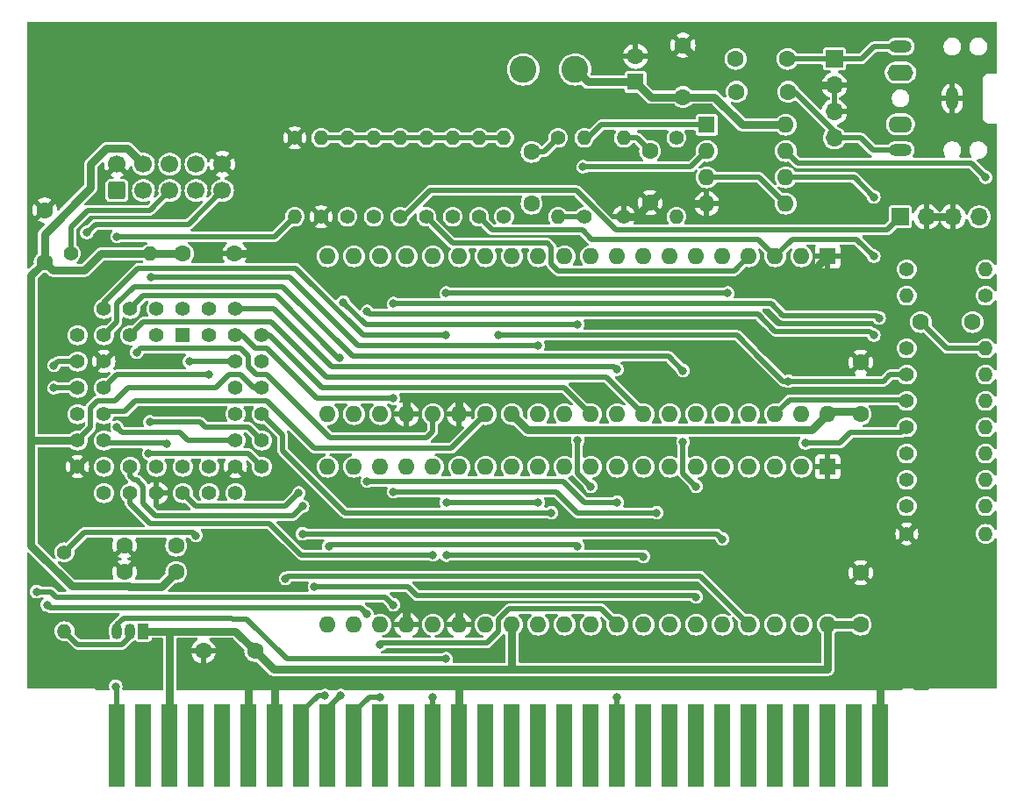
<source format=gbl>
%TF.GenerationSoftware,KiCad,Pcbnew,8.0.1*%
%TF.CreationDate,2024-04-10T12:09:54+07:00*%
%TF.ProjectId,TS_Ext_EPM3032,54535f45-7874-45f4-9550-4d333033322e,1.4*%
%TF.SameCoordinates,Original*%
%TF.FileFunction,Copper,L2,Bot*%
%TF.FilePolarity,Positive*%
%FSLAX46Y46*%
G04 Gerber Fmt 4.6, Leading zero omitted, Abs format (unit mm)*
G04 Created by KiCad (PCBNEW 8.0.1) date 2024-04-10 12:09:54*
%MOMM*%
%LPD*%
G01*
G04 APERTURE LIST*
G04 Aperture macros list*
%AMRoundRect*
0 Rectangle with rounded corners*
0 $1 Rounding radius*
0 $2 $3 $4 $5 $6 $7 $8 $9 X,Y pos of 4 corners*
0 Add a 4 corners polygon primitive as box body*
4,1,4,$2,$3,$4,$5,$6,$7,$8,$9,$2,$3,0*
0 Add four circle primitives for the rounded corners*
1,1,$1+$1,$2,$3*
1,1,$1+$1,$4,$5*
1,1,$1+$1,$6,$7*
1,1,$1+$1,$8,$9*
0 Add four rect primitives between the rounded corners*
20,1,$1+$1,$2,$3,$4,$5,0*
20,1,$1+$1,$4,$5,$6,$7,0*
20,1,$1+$1,$6,$7,$8,$9,0*
20,1,$1+$1,$8,$9,$2,$3,0*%
G04 Aperture macros list end*
%TA.AperFunction,ComponentPad*%
%ADD10R,1.422400X1.422400*%
%TD*%
%TA.AperFunction,ComponentPad*%
%ADD11C,1.422400*%
%TD*%
%TA.AperFunction,ComponentPad*%
%ADD12O,2.200000X1.200000*%
%TD*%
%TA.AperFunction,ComponentPad*%
%ADD13O,2.300000X1.600000*%
%TD*%
%TA.AperFunction,ComponentPad*%
%ADD14O,1.200000X2.200000*%
%TD*%
%TA.AperFunction,ComponentPad*%
%ADD15O,2.500000X1.600000*%
%TD*%
%TA.AperFunction,ComponentPad*%
%ADD16RoundRect,0.250000X0.600000X-0.600000X0.600000X0.600000X-0.600000X0.600000X-0.600000X-0.600000X0*%
%TD*%
%TA.AperFunction,ComponentPad*%
%ADD17C,1.700000*%
%TD*%
%TA.AperFunction,ComponentPad*%
%ADD18C,1.600000*%
%TD*%
%TA.AperFunction,ComponentPad*%
%ADD19R,1.050000X1.500000*%
%TD*%
%TA.AperFunction,ComponentPad*%
%ADD20O,1.050000X1.500000*%
%TD*%
%TA.AperFunction,ComponentPad*%
%ADD21C,1.400000*%
%TD*%
%TA.AperFunction,ComponentPad*%
%ADD22O,1.400000X1.400000*%
%TD*%
%TA.AperFunction,ComponentPad*%
%ADD23R,1.600000X1.600000*%
%TD*%
%TA.AperFunction,ComponentPad*%
%ADD24O,1.600000X1.600000*%
%TD*%
%TA.AperFunction,SMDPad,CuDef*%
%ADD25R,1.600000X8.000000*%
%TD*%
%TA.AperFunction,ComponentPad*%
%ADD26C,2.600000*%
%TD*%
%TA.AperFunction,ComponentPad*%
%ADD27R,1.700000X1.700000*%
%TD*%
%TA.AperFunction,ComponentPad*%
%ADD28O,1.700000X1.700000*%
%TD*%
%TA.AperFunction,ViaPad*%
%ADD29C,0.800000*%
%TD*%
%TA.AperFunction,ViaPad*%
%ADD30C,1.000000*%
%TD*%
%TA.AperFunction,Conductor*%
%ADD31C,0.508000*%
%TD*%
%TA.AperFunction,Conductor*%
%ADD32C,0.762000*%
%TD*%
G04 APERTURE END LIST*
D10*
%TO.P,U1,1,I/GCLRn*%
%TO.N,unconnected-(U1-I{slash}GCLRn-Pad1)*%
X43180000Y-55880000D03*
D11*
%TO.P,U1,2,I/OE2*%
%TO.N,unconnected-(U1-I{slash}OE2-Pad2)*%
X40640000Y-53340000D03*
%TO.P,U1,3,VCCINT*%
%TO.N,+3.3V*%
X40640000Y-55880000D03*
%TO.P,U1,4,IO*%
%TO.N,/~{RESET}*%
X38100000Y-53340000D03*
%TO.P,U1,5,IO*%
%TO.N,/D4*%
X38100000Y-55880000D03*
%TO.P,U1,6,IO*%
%TO.N,/~{IORQ}*%
X35560000Y-53340000D03*
%TO.P,U1,7,TDI*%
%TO.N,/TDI*%
X33020000Y-55880000D03*
%TO.P,U1,8,IO*%
%TO.N,/~{M1}*%
X35560000Y-55880000D03*
%TO.P,U1,9,IO*%
%TO.N,/A1*%
X33020000Y-58420000D03*
%TO.P,U1,10,GNDIO*%
%TO.N,GND*%
X35560000Y-58420000D03*
%TO.P,U1,11,IO*%
%TO.N,/A0*%
X33020000Y-60960000D03*
%TO.P,U1,12,IO*%
%TO.N,/~{WR}*%
X35560000Y-60960000D03*
%TO.P,U1,13,TMS*%
%TO.N,/TMS*%
X33020000Y-63500000D03*
%TO.P,U1,14,IO*%
%TO.N,/BDIR*%
X35560000Y-63500000D03*
%TO.P,U1,15,VCCIO*%
%TO.N,+3.3V*%
X33020000Y-66040000D03*
%TO.P,U1,16,IO*%
%TO.N,/BC1*%
X35560000Y-66040000D03*
%TO.P,U1,17,GNDIO*%
%TO.N,GND*%
X33020000Y-68580000D03*
%TO.P,U1,18,IO*%
%TO.N,unconnected-(U1-IO-Pad18)*%
X35560000Y-71120000D03*
%TO.P,U1,19,IO*%
%TO.N,/A8_0*%
X35560000Y-68580000D03*
%TO.P,U1,20,IO*%
%TO.N,/A8_1*%
X38100000Y-71120000D03*
%TO.P,U1,21,IO*%
%TO.N,/BEEPER*%
X38100000Y-68580000D03*
%TO.P,U1,22,GNDINT*%
%TO.N,GND*%
X40640000Y-71120000D03*
%TO.P,U1,23,VCCINT*%
%TO.N,+3.3V*%
X40640000Y-68580000D03*
%TO.P,U1,24,IO*%
%TO.N,/TAPEOUT*%
X43180000Y-71120000D03*
%TO.P,U1,25,IO*%
%TO.N,unconnected-(U1-IO-Pad25)*%
X43180000Y-68580000D03*
%TO.P,U1,26,IO*%
%TO.N,unconnected-(U1-IO-Pad26)*%
X45720000Y-71120000D03*
%TO.P,U1,27,IO*%
%TO.N,/~{IORQGE33}*%
X45720000Y-68580000D03*
%TO.P,U1,28,IO*%
%TO.N,unconnected-(U1-IO-Pad28)*%
X48260000Y-71120000D03*
%TO.P,U1,29,IO*%
%TO.N,/A14*%
X50800000Y-68580000D03*
%TO.P,U1,30,GNDIO*%
%TO.N,GND*%
X48260000Y-68580000D03*
%TO.P,U1,31,IO*%
%TO.N,/A15*%
X50800000Y-66040000D03*
%TO.P,U1,32,TCK*%
%TO.N,/TCK*%
X48260000Y-66040000D03*
%TO.P,U1,33,IO*%
%TO.N,/D7*%
X50800000Y-63500000D03*
%TO.P,U1,34,IO*%
%TO.N,/D0*%
X48260000Y-63500000D03*
%TO.P,U1,35,VCCIO*%
%TO.N,+3.3V*%
X50800000Y-60960000D03*
%TO.P,U1,36,GNDIO*%
%TO.N,GND*%
X48260000Y-60960000D03*
%TO.P,U1,37,IO*%
%TO.N,unconnected-(U1-IO-Pad37)*%
X50800000Y-58420000D03*
%TO.P,U1,38,TDO*%
%TO.N,/TDO*%
X48260000Y-58420000D03*
%TO.P,U1,39,IO*%
%TO.N,/D6*%
X50800000Y-55880000D03*
%TO.P,U1,40,IO*%
%TO.N,/D5*%
X48260000Y-53340000D03*
%TO.P,U1,41,IO*%
%TO.N,/D3*%
X48260000Y-55880000D03*
%TO.P,U1,42,GNDINT*%
%TO.N,GND*%
X45720000Y-53340000D03*
%TO.P,U1,43,I/GCLK1*%
%TO.N,unconnected-(U1-I{slash}GCLK1-Pad43)*%
X45720000Y-55880000D03*
%TO.P,U1,44,I/OE1*%
%TO.N,unconnected-(U1-I{slash}OE1-Pad44)*%
X43180000Y-53340000D03*
%TD*%
D12*
%TO.P,J5,R*%
%TO.N,/ROUT*%
X112420000Y-38020000D03*
D13*
%TO.P,J5,RN*%
%TO.N,unconnected-(J5-PadRN)*%
X112420000Y-35520000D03*
D14*
%TO.P,J5,S*%
%TO.N,GND*%
X117420000Y-33020000D03*
D12*
%TO.P,J5,T*%
%TO.N,/LOUT*%
X112420000Y-28020000D03*
D15*
%TO.P,J5,TN*%
%TO.N,unconnected-(J5-PadTN)*%
X112420000Y-30520000D03*
%TD*%
D16*
%TO.P,J1,1,Pin_1*%
%TO.N,/TCK*%
X36830000Y-41910000D03*
D17*
%TO.P,J1,2,Pin_2*%
%TO.N,GND*%
X36830000Y-39370000D03*
%TO.P,J1,3,Pin_3*%
%TO.N,/TDO*%
X39370000Y-41910000D03*
%TO.P,J1,4,Pin_4*%
%TO.N,+3.3V*%
X39370000Y-39370000D03*
%TO.P,J1,5,Pin_5*%
%TO.N,/TMS*%
X41910000Y-41910000D03*
%TO.P,J1,6,Pin_6*%
%TO.N,unconnected-(J1-Pin_6-Pad6)*%
X41910000Y-39370000D03*
%TO.P,J1,7,Pin_7*%
%TO.N,unconnected-(J1-Pin_7-Pad7)*%
X44450000Y-41910000D03*
%TO.P,J1,8,Pin_8*%
%TO.N,unconnected-(J1-Pin_8-Pad8)*%
X44450000Y-39370000D03*
%TO.P,J1,9,Pin_9*%
%TO.N,/TDI*%
X46990000Y-41910000D03*
%TO.P,J1,10,Pin_10*%
%TO.N,GND*%
X46990000Y-39370000D03*
%TD*%
D18*
%TO.P,C4,1*%
%TO.N,+5V*%
X108585000Y-83820000D03*
%TO.P,C4,2*%
%TO.N,GND*%
X108585000Y-78820000D03*
%TD*%
D19*
%TO.P,Q1,1,C*%
%TO.N,+5V*%
X39370000Y-84455000D03*
D20*
%TO.P,Q1,2,B*%
%TO.N,Net-(Q1-B)*%
X38100000Y-84455000D03*
%TO.P,Q1,3,E*%
%TO.N,/~{IORQGE}*%
X36830000Y-84455000D03*
%TD*%
D21*
%TO.P,R21,1*%
%TO.N,/VCCA*%
X90805000Y-36830000D03*
D22*
%TO.P,R21,2*%
%TO.N,Net-(U5A-+)*%
X90805000Y-44450000D03*
%TD*%
D23*
%TO.P,U4,1,VSS*%
%TO.N,GND*%
X105410000Y-68580000D03*
D24*
%TO.P,U4,2,NC*%
%TO.N,unconnected-(U4-NC-Pad2)*%
X102870000Y-68580000D03*
%TO.P,U4,3,B*%
%TO.N,/YM_1_B*%
X100330000Y-68580000D03*
%TO.P,U4,4,A*%
%TO.N,/YM_1_A*%
X97790000Y-68580000D03*
%TO.P,U4,5,NC*%
%TO.N,unconnected-(U4-NC-Pad5)*%
X95250000Y-68580000D03*
%TO.P,U4,6,IOB7*%
%TO.N,unconnected-(U4-IOB7-Pad6)*%
X92710000Y-68580000D03*
%TO.P,U4,7,IOB6*%
%TO.N,unconnected-(U4-IOB6-Pad7)*%
X90170000Y-68580000D03*
%TO.P,U4,8,IOB5*%
%TO.N,unconnected-(U4-IOB5-Pad8)*%
X87630000Y-68580000D03*
%TO.P,U4,9,IOB4*%
%TO.N,unconnected-(U4-IOB4-Pad9)*%
X85090000Y-68580000D03*
%TO.P,U4,10,IOB3*%
%TO.N,unconnected-(U4-IOB3-Pad10)*%
X82550000Y-68580000D03*
%TO.P,U4,11,IOB2*%
%TO.N,unconnected-(U4-IOB2-Pad11)*%
X80010000Y-68580000D03*
%TO.P,U4,12,IOB1*%
%TO.N,unconnected-(U4-IOB1-Pad12)*%
X77470000Y-68580000D03*
%TO.P,U4,13,IOB0*%
%TO.N,unconnected-(U4-IOB0-Pad13)*%
X74930000Y-68580000D03*
%TO.P,U4,14,IOA7*%
%TO.N,unconnected-(U4-IOA7-Pad14)*%
X72390000Y-68580000D03*
%TO.P,U4,15,IOA6*%
%TO.N,unconnected-(U4-IOA6-Pad15)*%
X69850000Y-68580000D03*
%TO.P,U4,16,IOA5*%
%TO.N,unconnected-(U4-IOA5-Pad16)*%
X67310000Y-68580000D03*
%TO.P,U4,17,IOA4*%
%TO.N,unconnected-(U4-IOA4-Pad17)*%
X64770000Y-68580000D03*
%TO.P,U4,18,IOA3*%
%TO.N,unconnected-(U4-IOA3-Pad18)*%
X62230000Y-68580000D03*
%TO.P,U4,19,IOA2*%
%TO.N,unconnected-(U4-IOA2-Pad19)*%
X59690000Y-68580000D03*
%TO.P,U4,20,IOA1*%
%TO.N,unconnected-(U4-IOA1-Pad20)*%
X57150000Y-68580000D03*
%TO.P,U4,21,IOA0*%
%TO.N,unconnected-(U4-IOA0-Pad21)*%
X57150000Y-83820000D03*
%TO.P,U4,22,CLOCK*%
%TO.N,/CLK350*%
X59690000Y-83820000D03*
%TO.P,U4,23,~{RESET}*%
%TO.N,/~{RESET}*%
X62230000Y-83820000D03*
%TO.P,U4,24,~{A9}*%
%TO.N,GND*%
X64770000Y-83820000D03*
%TO.P,U4,25,A8*%
%TO.N,/A8_1*%
X67310000Y-83820000D03*
%TO.P,U4,26,~{SEL}*%
%TO.N,GND*%
X69850000Y-83820000D03*
%TO.P,U4,27,BDIR*%
%TO.N,/BDIR*%
X72390000Y-83820000D03*
%TO.P,U4,28,BC2*%
%TO.N,+5V*%
X74930000Y-83820000D03*
%TO.P,U4,29,BC1*%
%TO.N,/BC1*%
X77470000Y-83820000D03*
%TO.P,U4,30,DA7*%
%TO.N,/D7*%
X80010000Y-83820000D03*
%TO.P,U4,31,DA6*%
%TO.N,/D6*%
X82550000Y-83820000D03*
%TO.P,U4,32,DA5*%
%TO.N,/D5*%
X85090000Y-83820000D03*
%TO.P,U4,33,DA4*%
%TO.N,/D4*%
X87630000Y-83820000D03*
%TO.P,U4,34,DA3*%
%TO.N,/D3*%
X90170000Y-83820000D03*
%TO.P,U4,35,DA2*%
%TO.N,/D2*%
X92710000Y-83820000D03*
%TO.P,U4,36,DA1*%
%TO.N,/D1*%
X95250000Y-83820000D03*
%TO.P,U4,37,DA0*%
%TO.N,/D0*%
X97790000Y-83820000D03*
%TO.P,U4,38,C*%
%TO.N,/YM_1_C*%
X100330000Y-83820000D03*
%TO.P,U4,39,TEST1*%
%TO.N,unconnected-(U4-TEST1-Pad39)*%
X102870000Y-83820000D03*
%TO.P,U4,40,VCC*%
%TO.N,+5V*%
X105410000Y-83820000D03*
%TD*%
D25*
%TO.P,J3,b1,Pin_b1*%
%TO.N,/A14*%
X36830000Y-95478600D03*
%TO.P,J3,b2,Pin_b2*%
%TO.N,unconnected-(J3-Pin_b2-Padb2)*%
X39370000Y-95478600D03*
%TO.P,J3,b3,Pin_b3*%
%TO.N,+5V*%
X41910000Y-95478600D03*
%TO.P,J3,b4,Pin_b4*%
%TO.N,unconnected-(J3-Pin_b4-Padb4)*%
X44450000Y-95478600D03*
%TO.P,J3,b5,Pin_b5*%
%TO.N,unconnected-(J3-Pin_b5-Padb5)*%
X46990000Y-95478600D03*
%TO.P,J3,b6,Pin_b6*%
%TO.N,GND*%
X49530000Y-95478600D03*
%TO.P,J3,b7,Pin_b7*%
X52070000Y-95478600D03*
%TO.P,J3,b8,Pin_b8*%
%TO.N,/CLK350*%
X54610000Y-95478600D03*
%TO.P,J3,b9,Pin_b9*%
%TO.N,/A0*%
X57150000Y-95478600D03*
%TO.P,J3,b10,Pin_b10*%
%TO.N,/A1*%
X59690000Y-95478600D03*
%TO.P,J3,b11,Pin_b11*%
%TO.N,unconnected-(J3-Pin_b11-Padb11)*%
X62230000Y-95478600D03*
%TO.P,J3,b12,Pin_b12*%
%TO.N,unconnected-(J3-Pin_b12-Padb12)*%
X64770000Y-95478600D03*
%TO.P,J3,b13,Pin_b13*%
%TO.N,/~{IORQGE}*%
X67310000Y-95478600D03*
%TO.P,J3,b14,Pin_b14*%
%TO.N,GND*%
X69850000Y-95478600D03*
%TO.P,J3,b15,Pin_b15*%
%TO.N,unconnected-(J3-Pin_b15-Padb15)*%
X72390000Y-95478600D03*
%TO.P,J3,b16,Pin_b16*%
%TO.N,unconnected-(J3-Pin_b16-Padb16)*%
X74930000Y-95478600D03*
%TO.P,J3,b17,Pin_b17*%
%TO.N,unconnected-(J3-Pin_b17-Padb17)*%
X77470000Y-95478600D03*
%TO.P,J3,b18,Pin_b18*%
%TO.N,unconnected-(J3-Pin_b18-Padb18)*%
X80010000Y-95478600D03*
%TO.P,J3,b19,Pin_b19*%
%TO.N,unconnected-(J3-Pin_b19-Padb19)*%
X82550000Y-95478600D03*
%TO.P,J3,b20,Pin_b20*%
%TO.N,/~{RESET}*%
X85090000Y-95478600D03*
%TO.P,J3,b21,Pin_b21*%
%TO.N,unconnected-(J3-Pin_b21-Padb21)*%
X87630000Y-95478600D03*
%TO.P,J3,b22,Pin_b22*%
%TO.N,unconnected-(J3-Pin_b22-Padb22)*%
X90170000Y-95478600D03*
%TO.P,J3,b23,Pin_b23*%
%TO.N,unconnected-(J3-Pin_b23-Padb23)*%
X92710000Y-95478600D03*
%TO.P,J3,b24,Pin_b24*%
%TO.N,unconnected-(J3-Pin_b24-Padb24)*%
X95250000Y-95478600D03*
%TO.P,J3,b25,Pin_b25*%
%TO.N,unconnected-(J3-Pin_b25-Padb25)*%
X97790000Y-95478600D03*
%TO.P,J3,b26,Pin_b26*%
%TO.N,unconnected-(J3-Pin_b26-Padb26)*%
X100330000Y-95478600D03*
%TO.P,J3,b27,Pin_b27*%
%TO.N,unconnected-(J3-Pin_b27-Padb27)*%
X102870000Y-95478600D03*
%TO.P,J3,b28,Pin_b28*%
%TO.N,unconnected-(J3-Pin_b28-Padb28)*%
X105410000Y-95478600D03*
%TO.P,J3,b29,Pin_b29*%
%TO.N,unconnected-(J3-Pin_b29-Padb29)*%
X107950000Y-95478600D03*
%TO.P,J3,b30,Pin_b30*%
%TO.N,GND*%
X110490000Y-95478600D03*
%TD*%
D21*
%TO.P,R2,1*%
%TO.N,GND*%
X53975000Y-36830000D03*
D22*
%TO.P,R2,2*%
%TO.N,/TCK*%
X53975000Y-44450000D03*
%TD*%
D21*
%TO.P,R16,1*%
%TO.N,/TAPEOUT*%
X113030000Y-72390000D03*
D22*
%TO.P,R16,2*%
%TO.N,Net-(C11-Pad2)*%
X120650000Y-72390000D03*
%TD*%
D21*
%TO.P,R22,1*%
%TO.N,GND*%
X85725000Y-44450000D03*
D22*
%TO.P,R22,2*%
%TO.N,Net-(U5A-+)*%
X85725000Y-36830000D03*
%TD*%
D18*
%TO.P,C8,1*%
%TO.N,+3.3V*%
X29845000Y-48815000D03*
%TO.P,C8,2*%
%TO.N,GND*%
X29845000Y-43815000D03*
%TD*%
D21*
%TO.P,R25,1*%
%TO.N,/~{IORQGE33}*%
X31750000Y-76835000D03*
D22*
%TO.P,R25,2*%
%TO.N,Net-(Q1-B)*%
X31750000Y-84455000D03*
%TD*%
D23*
%TO.P,U5,1*%
%TO.N,Net-(C13-Pad1)*%
X93726000Y-35560000D03*
D24*
%TO.P,U5,2,-*%
%TO.N,Net-(U5A--)*%
X93726000Y-38100000D03*
%TO.P,U5,3,+*%
%TO.N,Net-(U5A-+)*%
X93726000Y-40640000D03*
%TO.P,U5,4,V-*%
%TO.N,GND*%
X93726000Y-43180000D03*
%TO.P,U5,5,+*%
%TO.N,Net-(U5A-+)*%
X101346000Y-43180000D03*
%TO.P,U5,6,-*%
%TO.N,Net-(U5B--)*%
X101346000Y-40640000D03*
%TO.P,U5,7*%
%TO.N,Net-(C14-Pad2)*%
X101346000Y-38100000D03*
%TO.P,U5,8,V+*%
%TO.N,/VCCA*%
X101346000Y-35560000D03*
%TD*%
D21*
%TO.P,R24,1*%
%TO.N,Net-(U5B--)*%
X113030000Y-49530000D03*
D22*
%TO.P,R24,2*%
%TO.N,Net-(C14-Pad2)*%
X120650000Y-49530000D03*
%TD*%
D26*
%TO.P,L1,1,1*%
%TO.N,/VCCA*%
X81026000Y-30226000D03*
%TO.P,L1,2,2*%
%TO.N,+5V*%
X76026000Y-30226000D03*
%TD*%
D21*
%TO.P,R11,1*%
%TO.N,/YM_1_B*%
X113030000Y-59690000D03*
D22*
%TO.P,R11,2*%
%TO.N,Net-(C11-Pad2)*%
X120650000Y-59690000D03*
%TD*%
D23*
%TO.P,U3,1,VSS*%
%TO.N,GND*%
X105410000Y-48260000D03*
D24*
%TO.P,U3,2,NC*%
%TO.N,unconnected-(U3-NC-Pad2)*%
X102870000Y-48260000D03*
%TO.P,U3,3,B*%
%TO.N,/YM_0_B*%
X100330000Y-48260000D03*
%TO.P,U3,4,A*%
%TO.N,/YM_0_A*%
X97790000Y-48260000D03*
%TO.P,U3,5,NC*%
%TO.N,unconnected-(U3-NC-Pad5)*%
X95250000Y-48260000D03*
%TO.P,U3,6,IOB7*%
%TO.N,unconnected-(U3-IOB7-Pad6)*%
X92710000Y-48260000D03*
%TO.P,U3,7,IOB6*%
%TO.N,unconnected-(U3-IOB6-Pad7)*%
X90170000Y-48260000D03*
%TO.P,U3,8,IOB5*%
%TO.N,unconnected-(U3-IOB5-Pad8)*%
X87630000Y-48260000D03*
%TO.P,U3,9,IOB4*%
%TO.N,unconnected-(U3-IOB4-Pad9)*%
X85090000Y-48260000D03*
%TO.P,U3,10,IOB3*%
%TO.N,unconnected-(U3-IOB3-Pad10)*%
X82550000Y-48260000D03*
%TO.P,U3,11,IOB2*%
%TO.N,unconnected-(U3-IOB2-Pad11)*%
X80010000Y-48260000D03*
%TO.P,U3,12,IOB1*%
%TO.N,unconnected-(U3-IOB1-Pad12)*%
X77470000Y-48260000D03*
%TO.P,U3,13,IOB0*%
%TO.N,unconnected-(U3-IOB0-Pad13)*%
X74930000Y-48260000D03*
%TO.P,U3,14,IOA7*%
%TO.N,unconnected-(U3-IOA7-Pad14)*%
X72390000Y-48260000D03*
%TO.P,U3,15,IOA6*%
%TO.N,unconnected-(U3-IOA6-Pad15)*%
X69850000Y-48260000D03*
%TO.P,U3,16,IOA5*%
%TO.N,unconnected-(U3-IOA5-Pad16)*%
X67310000Y-48260000D03*
%TO.P,U3,17,IOA4*%
%TO.N,unconnected-(U3-IOA4-Pad17)*%
X64770000Y-48260000D03*
%TO.P,U3,18,IOA3*%
%TO.N,unconnected-(U3-IOA3-Pad18)*%
X62230000Y-48260000D03*
%TO.P,U3,19,IOA2*%
%TO.N,unconnected-(U3-IOA2-Pad19)*%
X59690000Y-48260000D03*
%TO.P,U3,20,IOA1*%
%TO.N,unconnected-(U3-IOA1-Pad20)*%
X57150000Y-48260000D03*
%TO.P,U3,21,IOA0*%
%TO.N,unconnected-(U3-IOA0-Pad21)*%
X57150000Y-63500000D03*
%TO.P,U3,22,CLOCK*%
%TO.N,/CLK350*%
X59690000Y-63500000D03*
%TO.P,U3,23,~{RESET}*%
%TO.N,/~{RESET}*%
X62230000Y-63500000D03*
%TO.P,U3,24,~{A9}*%
%TO.N,GND*%
X64770000Y-63500000D03*
%TO.P,U3,25,A8*%
%TO.N,/A8_0*%
X67310000Y-63500000D03*
%TO.P,U3,26,~{SEL}*%
%TO.N,GND*%
X69850000Y-63500000D03*
%TO.P,U3,27,BDIR*%
%TO.N,/BDIR*%
X72390000Y-63500000D03*
%TO.P,U3,28,BC2*%
%TO.N,+5V*%
X74930000Y-63500000D03*
%TO.P,U3,29,BC1*%
%TO.N,/BC1*%
X77470000Y-63500000D03*
%TO.P,U3,30,DA7*%
%TO.N,/D7*%
X80010000Y-63500000D03*
%TO.P,U3,31,DA6*%
%TO.N,/D6*%
X82550000Y-63500000D03*
%TO.P,U3,32,DA5*%
%TO.N,/D5*%
X85090000Y-63500000D03*
%TO.P,U3,33,DA4*%
%TO.N,/D4*%
X87630000Y-63500000D03*
%TO.P,U3,34,DA3*%
%TO.N,/D3*%
X90170000Y-63500000D03*
%TO.P,U3,35,DA2*%
%TO.N,/D2*%
X92710000Y-63500000D03*
%TO.P,U3,36,DA1*%
%TO.N,/D1*%
X95250000Y-63500000D03*
%TO.P,U3,37,DA0*%
%TO.N,/D0*%
X97790000Y-63500000D03*
%TO.P,U3,38,C*%
%TO.N,/YM_0_C*%
X100330000Y-63500000D03*
%TO.P,U3,39,TEST1*%
%TO.N,unconnected-(U3-TEST1-Pad39)*%
X102870000Y-63500000D03*
%TO.P,U3,40,VCC*%
%TO.N,+5V*%
X105410000Y-63500000D03*
%TD*%
D27*
%TO.P,J4,1,Pin_1*%
%TO.N,/LOUT*%
X106045000Y-29220000D03*
D28*
%TO.P,J4,2,Pin_2*%
%TO.N,GND*%
X106045000Y-31760000D03*
%TO.P,J4,3,Pin_3*%
X106045000Y-34300000D03*
%TO.P,J4,4,Pin_4*%
%TO.N,/ROUT*%
X106045000Y-36840000D03*
%TD*%
D18*
%TO.P,C5,1*%
%TO.N,+5V*%
X50165000Y-86360000D03*
%TO.P,C5,2*%
%TO.N,GND*%
X45165000Y-86360000D03*
%TD*%
D23*
%TO.P,C1,1*%
%TO.N,/VCCA*%
X86868000Y-31431113D03*
D18*
%TO.P,C1,2*%
%TO.N,GND*%
X86868000Y-28931113D03*
%TD*%
D21*
%TO.P,R8,1*%
%TO.N,/YM_0_B*%
X71755000Y-44450000D03*
D22*
%TO.P,R8,2*%
%TO.N,Net-(C10-Pad1)*%
X71755000Y-36830000D03*
%TD*%
D21*
%TO.P,R12,1*%
%TO.N,/YM_0_C*%
X113030000Y-62230000D03*
D22*
%TO.P,R12,2*%
%TO.N,Net-(C11-Pad2)*%
X120650000Y-62230000D03*
%TD*%
D21*
%TO.P,R13,1*%
%TO.N,/YM_1_C*%
X113030000Y-64770000D03*
D22*
%TO.P,R13,2*%
%TO.N,Net-(C11-Pad2)*%
X120650000Y-64770000D03*
%TD*%
D18*
%TO.P,C6,1*%
%TO.N,+3.3V*%
X42545000Y-78740000D03*
%TO.P,C6,2*%
%TO.N,GND*%
X37545000Y-78740000D03*
%TD*%
%TO.P,C9,1*%
%TO.N,+3.3V*%
X42545000Y-76200000D03*
%TO.P,C9,2*%
%TO.N,GND*%
X37545000Y-76200000D03*
%TD*%
D21*
%TO.P,R18,1*%
%TO.N,GND*%
X56515000Y-44450000D03*
D22*
%TO.P,R18,2*%
%TO.N,Net-(C10-Pad1)*%
X56515000Y-36830000D03*
%TD*%
D21*
%TO.P,R15,1*%
%TO.N,/BEEPER*%
X113030000Y-69850000D03*
D22*
%TO.P,R15,2*%
%TO.N,Net-(C11-Pad2)*%
X120650000Y-69850000D03*
%TD*%
D18*
%TO.P,C7,1*%
%TO.N,+3.3V*%
X43180000Y-48006000D03*
%TO.P,C7,2*%
%TO.N,GND*%
X48180000Y-48006000D03*
%TD*%
%TO.P,C12,1*%
%TO.N,Net-(U5A-+)*%
X88265000Y-38100000D03*
%TO.P,C12,2*%
%TO.N,GND*%
X88265000Y-43100000D03*
%TD*%
D21*
%TO.P,R9,1*%
%TO.N,/YM_1_B*%
X74168000Y-44450000D03*
D22*
%TO.P,R9,2*%
%TO.N,Net-(C10-Pad1)*%
X74168000Y-36830000D03*
%TD*%
D21*
%TO.P,R7,1*%
%TO.N,/YM_1_A*%
X69215000Y-44450000D03*
D22*
%TO.P,R7,2*%
%TO.N,Net-(C10-Pad1)*%
X69215000Y-36830000D03*
%TD*%
D21*
%TO.P,R6,1*%
%TO.N,/YM_0_A*%
X66675000Y-44450000D03*
D22*
%TO.P,R6,2*%
%TO.N,Net-(C10-Pad1)*%
X66675000Y-36830000D03*
%TD*%
D18*
%TO.P,C2,1*%
%TO.N,/VCCA*%
X91440000Y-32893000D03*
%TO.P,C2,2*%
%TO.N,GND*%
X91440000Y-27893000D03*
%TD*%
%TO.P,C11,1*%
%TO.N,Net-(C11-Pad1)*%
X119380000Y-54610000D03*
%TO.P,C11,2*%
%TO.N,Net-(C11-Pad2)*%
X114380000Y-54610000D03*
%TD*%
D21*
%TO.P,R14,1*%
%TO.N,/CDINR*%
X113030000Y-67310000D03*
D22*
%TO.P,R14,2*%
%TO.N,Net-(C11-Pad2)*%
X120650000Y-67310000D03*
%TD*%
D21*
%TO.P,R4,1*%
%TO.N,/BEEPER*%
X61595000Y-44450000D03*
D22*
%TO.P,R4,2*%
%TO.N,Net-(C10-Pad1)*%
X61595000Y-36830000D03*
%TD*%
D18*
%TO.P,C3,1*%
%TO.N,+5V*%
X108585000Y-63500000D03*
%TO.P,C3,2*%
%TO.N,GND*%
X108585000Y-58500000D03*
%TD*%
D21*
%TO.P,R23,1*%
%TO.N,Net-(U5A--)*%
X81915000Y-44450000D03*
D22*
%TO.P,R23,2*%
%TO.N,Net-(C13-Pad1)*%
X81915000Y-36830000D03*
%TD*%
D21*
%TO.P,R10,1*%
%TO.N,/YM_0_B*%
X113030000Y-57150000D03*
D22*
%TO.P,R10,2*%
%TO.N,Net-(C11-Pad2)*%
X120650000Y-57150000D03*
%TD*%
D18*
%TO.P,C13,1*%
%TO.N,Net-(C13-Pad1)*%
X96520000Y-29210000D03*
%TO.P,C13,2*%
%TO.N,/LOUT*%
X101520000Y-29210000D03*
%TD*%
D27*
%TO.P,J2,1,Pin_1*%
%TO.N,/CDINL*%
X112395000Y-44450000D03*
D28*
%TO.P,J2,2,Pin_2*%
%TO.N,GND*%
X114935000Y-44450000D03*
%TO.P,J2,3,Pin_3*%
X117475000Y-44450000D03*
%TO.P,J2,4,Pin_4*%
%TO.N,/CDINR*%
X120015000Y-44450000D03*
%TD*%
D21*
%TO.P,R3,1*%
%TO.N,/TAPEOUT*%
X59055000Y-44450000D03*
D22*
%TO.P,R3,2*%
%TO.N,Net-(C10-Pad1)*%
X59055000Y-36830000D03*
%TD*%
D21*
%TO.P,R17,1*%
%TO.N,GND*%
X113030000Y-75057000D03*
D22*
%TO.P,R17,2*%
%TO.N,Net-(C11-Pad2)*%
X120650000Y-75057000D03*
%TD*%
D21*
%TO.P,R1,1*%
%TO.N,/TMS*%
X32385000Y-48006000D03*
D22*
%TO.P,R1,2*%
%TO.N,+3.3V*%
X40005000Y-48006000D03*
%TD*%
D18*
%TO.P,C14,1*%
%TO.N,/ROUT*%
X101600000Y-32385000D03*
%TO.P,C14,2*%
%TO.N,Net-(C14-Pad2)*%
X96600000Y-32385000D03*
%TD*%
D21*
%TO.P,R5,1*%
%TO.N,/CDINL*%
X64135000Y-44450000D03*
D22*
%TO.P,R5,2*%
%TO.N,Net-(C10-Pad1)*%
X64135000Y-36830000D03*
%TD*%
D21*
%TO.P,R20,1*%
%TO.N,Net-(C11-Pad1)*%
X120650000Y-52070000D03*
D22*
%TO.P,R20,2*%
%TO.N,Net-(U5B--)*%
X113030000Y-52070000D03*
%TD*%
D21*
%TO.P,R19,1*%
%TO.N,Net-(C10-Pad2)*%
X79375000Y-36830000D03*
D22*
%TO.P,R19,2*%
%TO.N,Net-(U5A--)*%
X79375000Y-44450000D03*
%TD*%
D18*
%TO.P,C10,1*%
%TO.N,Net-(C10-Pad1)*%
X76835000Y-43180000D03*
%TO.P,C10,2*%
%TO.N,Net-(C10-Pad2)*%
X76835000Y-38180000D03*
%TD*%
D29*
%TO.N,GND*%
X110490000Y-89535000D03*
X70485000Y-43180000D03*
X40640000Y-29210000D03*
X99060000Y-80645000D03*
X81280000Y-86360000D03*
X91440000Y-86360000D03*
X66040000Y-72136000D03*
X40640000Y-34290000D03*
X62230000Y-71882000D03*
X71120000Y-29210000D03*
X71120000Y-39370000D03*
X102870000Y-80645000D03*
X119380000Y-73660000D03*
X83185000Y-61468000D03*
X62230000Y-51689000D03*
X119380000Y-58420000D03*
X46609000Y-63754000D03*
X40005000Y-58547000D03*
D30*
X46355000Y-89535000D03*
D29*
X30480000Y-34290000D03*
X56515000Y-73025000D03*
X60452000Y-33909000D03*
X50800000Y-29210000D03*
X99695000Y-26670000D03*
X30480000Y-29210000D03*
X93980000Y-59055000D03*
D30*
X64897000Y-50165000D03*
D29*
X59690000Y-71374000D03*
X88900000Y-86360000D03*
X39370000Y-88900000D03*
X101600000Y-86360000D03*
X114300000Y-80645000D03*
X30480000Y-87630000D03*
X99949000Y-30861000D03*
X114300000Y-68580000D03*
X62103000Y-46482000D03*
X99060000Y-43180000D03*
X96520000Y-36830000D03*
X60960000Y-29210000D03*
X37719000Y-58420000D03*
X119380000Y-50800000D03*
X50800000Y-34290000D03*
X60960000Y-39370000D03*
X79121000Y-56896000D03*
X73660000Y-86360000D03*
X90170000Y-70485000D03*
X104775000Y-51435000D03*
X96520000Y-86360000D03*
X70739000Y-34036000D03*
D30*
X64730773Y-89495773D03*
D29*
X104140000Y-57150000D03*
%TO.N,Net-(C14-Pad2)*%
X120650000Y-40640000D03*
%TO.N,/TCK*%
X36830000Y-64770000D03*
X36830000Y-46355000D03*
%TO.N,/TDO*%
X43815000Y-58420000D03*
%TO.N,/TDI*%
X33909000Y-45974000D03*
%TO.N,/~{IORQGE}*%
X68580000Y-87122000D03*
X67310000Y-90805000D03*
%TO.N,/TAPEOUT*%
X60960000Y-53594000D03*
X109855000Y-55880000D03*
X54356000Y-71120000D03*
%TO.N,/BEEPER*%
X110363000Y-54229000D03*
X54737000Y-72390000D03*
X63500000Y-52832000D03*
%TO.N,Net-(U5A--)*%
X81788000Y-39624000D03*
%TO.N,Net-(U5B--)*%
X109855000Y-42545000D03*
%TO.N,/~{RESET}*%
X60960000Y-69977000D03*
X85090000Y-90805000D03*
X58293000Y-58039000D03*
X85090000Y-72009000D03*
%TO.N,/D4*%
X68596000Y-77105000D03*
X87630000Y-77251500D03*
%TO.N,/~{IORQ}*%
X68596000Y-72025000D03*
X68580000Y-55880000D03*
X77470000Y-72009000D03*
%TO.N,/~{M1}*%
X91440000Y-59309000D03*
X92710000Y-70485000D03*
X91440000Y-66167000D03*
%TO.N,/A1*%
X62230000Y-90805000D03*
X63500000Y-81915000D03*
X29083000Y-80645000D03*
X30734000Y-58801000D03*
%TO.N,/A0*%
X30734000Y-60960000D03*
X58420000Y-90678000D03*
X30099000Y-81915000D03*
X60960000Y-82804000D03*
%TO.N,/~{WR}*%
X81280000Y-54864000D03*
X58674000Y-52705000D03*
X45720000Y-59690000D03*
X82550000Y-70485000D03*
X81280000Y-66040000D03*
%TO.N,/BC1*%
X40132000Y-50292000D03*
X41656000Y-66331500D03*
X77470000Y-56896000D03*
%TO.N,/A8_0*%
X38735000Y-57531000D03*
%TO.N,/A8_1*%
X67310000Y-77089000D03*
%TO.N,/A14*%
X36703000Y-89789000D03*
X39878000Y-67310000D03*
%TO.N,/A15*%
X40005000Y-64262000D03*
%TO.N,/D7*%
X78740000Y-73025000D03*
%TO.N,/D0*%
X53086000Y-79375000D03*
%TO.N,/D6*%
X81280000Y-76237500D03*
X57277000Y-76235500D03*
%TO.N,/D5*%
X85090000Y-59182000D03*
X62230000Y-85725000D03*
%TO.N,/D3*%
X63500000Y-70993000D03*
X88900000Y-73025000D03*
X63500000Y-61976000D03*
%TO.N,/CLK350*%
X56896000Y-90678000D03*
%TO.N,/D2*%
X92710000Y-81153000D03*
X55880000Y-80137000D03*
%TO.N,/D1*%
X54737000Y-75057000D03*
X95250000Y-75565000D03*
%TO.N,/YM_0_B*%
X109855000Y-48260000D03*
%TO.N,/YM_1_A*%
X68580000Y-51816000D03*
X95758000Y-51816000D03*
%TO.N,/YM_1_B*%
X73660000Y-55880000D03*
X101600000Y-60325000D03*
%TO.N,/YM_1_C*%
X103251000Y-66294000D03*
%TO.N,/~{IORQGE33}*%
X44450000Y-75219500D03*
%TD*%
D31*
%TO.N,+3.3V*%
X34925000Y-62230000D02*
X34290000Y-62865000D01*
X36646868Y-62230000D02*
X34925000Y-62230000D01*
X46355000Y-60960000D02*
X37916868Y-60960000D01*
X48704500Y-59690000D02*
X47625000Y-59690000D01*
X47625000Y-59690000D02*
X46355000Y-60960000D01*
X34290000Y-62865000D02*
X34290000Y-64770000D01*
X49974500Y-60960000D02*
X48704500Y-59690000D01*
X34290000Y-64770000D02*
X33020000Y-66040000D01*
X50800000Y-60960000D02*
X49974500Y-60960000D01*
X37916868Y-60960000D02*
X36646868Y-62230000D01*
D32*
%TO.N,GND*%
X69850000Y-82042000D02*
X69850000Y-83820000D01*
X64770000Y-82042000D02*
X69850000Y-82042000D01*
X64770000Y-83820000D02*
X64770000Y-82042000D01*
D31*
%TO.N,/BEEPER*%
X40513000Y-73279000D02*
X53848000Y-73279000D01*
X38735000Y-69850000D02*
X39370000Y-70485000D01*
X38481000Y-69850000D02*
X38735000Y-69850000D01*
X39370000Y-70485000D02*
X39370000Y-72136000D01*
X38100000Y-69469000D02*
X38481000Y-69850000D01*
X53848000Y-73279000D02*
X54737000Y-72390000D01*
X38100000Y-68580000D02*
X38100000Y-69469000D01*
X39370000Y-72136000D02*
X40513000Y-73279000D01*
%TO.N,GND*%
X39370000Y-69088000D02*
X40132000Y-69850000D01*
X39370000Y-68072000D02*
X39370000Y-69088000D01*
X40132000Y-69850000D02*
X40640000Y-69850000D01*
X38608000Y-67310000D02*
X39370000Y-68072000D01*
X33020000Y-68580000D02*
X34290000Y-67310000D01*
X34290000Y-67310000D02*
X38608000Y-67310000D01*
X46990000Y-69850000D02*
X48260000Y-68580000D01*
X40640000Y-69850000D02*
X46990000Y-69850000D01*
X40640000Y-70231000D02*
X40640000Y-69850000D01*
D32*
X54610000Y-48006000D02*
X48180000Y-48006000D01*
X56769000Y-50165000D02*
X54610000Y-48006000D01*
X64897000Y-50165000D02*
X56769000Y-50165000D01*
%TO.N,/VCCA*%
X88329887Y-32893000D02*
X91440000Y-32893000D01*
X86868000Y-31431113D02*
X88329887Y-32893000D01*
X97165000Y-35570000D02*
X101336000Y-35570000D01*
X94488000Y-32893000D02*
X97165000Y-35570000D01*
X91440000Y-32893000D02*
X94488000Y-32893000D01*
%TO.N,GND*%
X86915000Y-44450000D02*
X85725000Y-44450000D01*
X88265000Y-43100000D02*
X86915000Y-44450000D01*
X89328000Y-42037000D02*
X88265000Y-43100000D01*
X91059000Y-42037000D02*
X89328000Y-42037000D01*
X92202000Y-43180000D02*
X91059000Y-42037000D01*
X93726000Y-43180000D02*
X92202000Y-43180000D01*
%TO.N,/VCCA*%
X82231113Y-31431113D02*
X86868000Y-31431113D01*
X81026000Y-30226000D02*
X82231113Y-31431113D01*
%TO.N,GND*%
X69850000Y-61976000D02*
X69850000Y-63500000D01*
X64770000Y-63500000D02*
X64770000Y-61976000D01*
X64770000Y-61976000D02*
X69850000Y-61976000D01*
D31*
%TO.N,/LOUT*%
X108655000Y-29220000D02*
X109855000Y-28020000D01*
X109855000Y-28020000D02*
X112420000Y-28020000D01*
X106045000Y-29220000D02*
X108655000Y-29220000D01*
%TO.N,/ROUT*%
X109775000Y-38020000D02*
X112420000Y-38020000D01*
X108595000Y-36840000D02*
X109775000Y-38020000D01*
X106045000Y-36840000D02*
X108595000Y-36840000D01*
%TO.N,GND*%
X110109000Y-31877000D02*
X109992000Y-31760000D01*
X114681000Y-31877000D02*
X110109000Y-31877000D01*
X115824000Y-33020000D02*
X114681000Y-31877000D01*
X109992000Y-31760000D02*
X106045000Y-31760000D01*
X117420000Y-33020000D02*
X115824000Y-33020000D01*
D32*
X94408000Y-30861000D02*
X91440000Y-27893000D01*
X99949000Y-30861000D02*
X94408000Y-30861000D01*
X104277000Y-31760000D02*
X106045000Y-31760000D01*
X103378000Y-30861000D02*
X104277000Y-31760000D01*
X99949000Y-30861000D02*
X103378000Y-30861000D01*
X110490000Y-89535000D02*
X110490000Y-95478600D01*
X110490000Y-89535000D02*
X69850000Y-89535000D01*
X64730773Y-89495773D02*
X64691546Y-89535000D01*
X64691546Y-89535000D02*
X52705000Y-89535000D01*
X64897000Y-50165000D02*
X65405000Y-50673000D01*
X64730773Y-89495773D02*
X64770000Y-89535000D01*
D31*
X40640000Y-70231000D02*
X40640000Y-71120000D01*
D32*
X49530000Y-89535000D02*
X49530000Y-95478600D01*
X114935000Y-44450000D02*
X117475000Y-44450000D01*
X64770000Y-89535000D02*
X69850000Y-89535000D01*
X49530000Y-89535000D02*
X52070000Y-89535000D01*
X47498000Y-89535000D02*
X49530000Y-89535000D01*
X52070000Y-95478600D02*
X52070000Y-89535000D01*
X65405000Y-50673000D02*
X102997000Y-50673000D01*
X47498000Y-89535000D02*
X46355000Y-89535000D01*
X69850000Y-95478600D02*
X69850000Y-89535000D01*
X102997000Y-50673000D02*
X105410000Y-48260000D01*
%TO.N,+5V*%
X51943000Y-88138000D02*
X74930000Y-88138000D01*
X105410000Y-88138000D02*
X105410000Y-83820000D01*
X74930000Y-63500000D02*
X76454000Y-65024000D01*
X103886000Y-65024000D02*
X105410000Y-63500000D01*
X41910000Y-84455000D02*
X39370000Y-84455000D01*
X74930000Y-83820000D02*
X74930000Y-88138000D01*
X50165000Y-86360000D02*
X51943000Y-88138000D01*
X50165000Y-86360000D02*
X48260000Y-84455000D01*
X48260000Y-84455000D02*
X39370000Y-84455000D01*
X41910000Y-95478600D02*
X41910000Y-84455000D01*
X74930000Y-88138000D02*
X105410000Y-88138000D01*
X108331000Y-63246000D02*
X105664000Y-63246000D01*
X76454000Y-65024000D02*
X103886000Y-65024000D01*
X105410000Y-83820000D02*
X108545000Y-83820000D01*
%TO.N,+3.3V*%
X32496000Y-80121000D02*
X28521000Y-76146000D01*
X37957000Y-80121000D02*
X32496000Y-80121000D01*
X37973000Y-80137000D02*
X37957000Y-80121000D01*
X34290000Y-39370000D02*
X35814000Y-37846000D01*
X29845000Y-46101000D02*
X34290000Y-41656000D01*
X35306000Y-48006000D02*
X33697001Y-49614999D01*
X30644999Y-49614999D02*
X29845000Y-48815000D01*
X35814000Y-37846000D02*
X37846000Y-37846000D01*
X28521000Y-76146000D02*
X28521000Y-66167000D01*
X29845000Y-48815000D02*
X29845000Y-46101000D01*
X33697001Y-49614999D02*
X30644999Y-49614999D01*
X41148000Y-80137000D02*
X37973000Y-80137000D01*
X42545000Y-78740000D02*
X41148000Y-80137000D01*
X40005000Y-48006000D02*
X35306000Y-48006000D01*
X28521000Y-66167000D02*
X28648000Y-66040000D01*
X28648000Y-66040000D02*
X33020000Y-66040000D01*
X34290000Y-41656000D02*
X34290000Y-39370000D01*
X37846000Y-37846000D02*
X39370000Y-39370000D01*
X29845000Y-48815000D02*
X28521000Y-50139000D01*
X43180000Y-48006000D02*
X40005000Y-48006000D01*
X28521000Y-50139000D02*
X28521000Y-66167000D01*
D31*
%TO.N,Net-(C11-Pad2)*%
X116920000Y-57150000D02*
X114380000Y-54610000D01*
X120650000Y-57150000D02*
X116920000Y-57150000D01*
%TO.N,Net-(U5A-+)*%
X85725000Y-36830000D02*
X86995000Y-36830000D01*
X86995000Y-36830000D02*
X88265000Y-38100000D01*
X98806000Y-40640000D02*
X101346000Y-43180000D01*
X93726000Y-40640000D02*
X98806000Y-40640000D01*
%TO.N,Net-(C13-Pad1)*%
X83556000Y-35570000D02*
X93716000Y-35570000D01*
X82296000Y-36830000D02*
X83556000Y-35570000D01*
%TO.N,/LOUT*%
X106045000Y-29220000D02*
X101530000Y-29220000D01*
%TO.N,/ROUT*%
X102235000Y-32385000D02*
X101600000Y-32385000D01*
X106045000Y-36840000D02*
X106045000Y-36195000D01*
X106045000Y-36195000D02*
X102235000Y-32385000D01*
%TO.N,Net-(C14-Pad2)*%
X119253000Y-39243000D02*
X102489000Y-39243000D01*
X102489000Y-39243000D02*
X101346000Y-38100000D01*
X120650000Y-40640000D02*
X119253000Y-39243000D01*
%TO.N,/TCK*%
X53975000Y-44450000D02*
X52070000Y-46355000D01*
X43688000Y-66040000D02*
X48260000Y-66040000D01*
X37338000Y-65278000D02*
X42926000Y-65278000D01*
X52070000Y-46355000D02*
X36830000Y-46355000D01*
X36830000Y-64770000D02*
X37338000Y-65278000D01*
X42926000Y-65278000D02*
X43688000Y-66040000D01*
%TO.N,/TDO*%
X43815000Y-58420000D02*
X48260000Y-58420000D01*
%TO.N,/TMS*%
X32385000Y-45466000D02*
X32385000Y-48006000D01*
X40005000Y-43815000D02*
X34036000Y-43815000D01*
X41910000Y-41910000D02*
X40005000Y-43815000D01*
X34036000Y-43815000D02*
X32385000Y-45466000D01*
%TO.N,/TDI*%
X34725000Y-45158000D02*
X43742000Y-45158000D01*
X43742000Y-45158000D02*
X46990000Y-41910000D01*
X33909000Y-45974000D02*
X34725000Y-45158000D01*
%TO.N,/CDINL*%
X111125000Y-45720000D02*
X84963000Y-45720000D01*
X112395000Y-44450000D02*
X111125000Y-45720000D01*
X81153000Y-41910000D02*
X67056000Y-41910000D01*
X84963000Y-45720000D02*
X81153000Y-41910000D01*
X67056000Y-41910000D02*
X64516000Y-44450000D01*
%TO.N,Net-(Q1-B)*%
X31750000Y-84455000D02*
X33020000Y-85725000D01*
X38100000Y-84963000D02*
X38100000Y-84455000D01*
X33020000Y-85725000D02*
X37338000Y-85725000D01*
X37338000Y-85725000D02*
X38100000Y-84963000D01*
%TO.N,Net-(C10-Pad1)*%
X56515000Y-36830000D02*
X74168000Y-36830000D01*
%TO.N,/~{IORQGE}*%
X67310000Y-90805000D02*
X67310000Y-95478600D01*
X49349000Y-83258000D02*
X47966737Y-83258000D01*
X47966737Y-83258000D02*
X47893737Y-83185000D01*
X68580000Y-87122000D02*
X53213000Y-87122000D01*
X47893737Y-83185000D02*
X37465000Y-83185000D01*
X53213000Y-87122000D02*
X49349000Y-83258000D01*
X36830000Y-83820000D02*
X36830000Y-84455000D01*
X37465000Y-83185000D02*
X36830000Y-83820000D01*
%TO.N,/TAPEOUT*%
X53086000Y-72390000D02*
X44450000Y-72390000D01*
X44450000Y-72390000D02*
X43180000Y-71120000D01*
X54356000Y-71120000D02*
X53086000Y-72390000D01*
X60960000Y-53594000D02*
X61214000Y-53848000D01*
X109474000Y-55499000D02*
X109855000Y-55880000D01*
X98679000Y-53848000D02*
X100330000Y-55499000D01*
X61214000Y-53848000D02*
X98679000Y-53848000D01*
X100330000Y-55499000D02*
X109474000Y-55499000D01*
%TO.N,/BEEPER*%
X110109000Y-53975000D02*
X110363000Y-54229000D01*
X101092000Y-53975000D02*
X110109000Y-53975000D01*
X99949000Y-52832000D02*
X101092000Y-53975000D01*
X63500000Y-52832000D02*
X99949000Y-52832000D01*
%TO.N,Net-(U5A--)*%
X79375000Y-44450000D02*
X81915000Y-44450000D01*
X81788000Y-39624000D02*
X92202000Y-39624000D01*
X92202000Y-39624000D02*
X93726000Y-38100000D01*
%TO.N,Net-(U5B--)*%
X109855000Y-42545000D02*
X107960000Y-40650000D01*
X107960000Y-40650000D02*
X101356000Y-40650000D01*
%TO.N,/~{RESET}*%
X52197000Y-52070000D02*
X39370000Y-52070000D01*
X58293000Y-58039000D02*
X58166000Y-58039000D01*
X39370000Y-52070000D02*
X38100000Y-53340000D01*
X79883000Y-69977000D02*
X60960000Y-69977000D01*
X85090000Y-95478600D02*
X85090000Y-90805000D01*
X81915000Y-72009000D02*
X79883000Y-69977000D01*
X58166000Y-58039000D02*
X52197000Y-52070000D01*
X85090000Y-72009000D02*
X81915000Y-72009000D01*
%TO.N,/D4*%
X68596000Y-77105000D02*
X68612000Y-77089000D01*
X68612000Y-77089000D02*
X80923761Y-77089000D01*
X57023000Y-59944000D02*
X84074000Y-59944000D01*
X80926261Y-77091500D02*
X87470000Y-77091500D01*
X39370000Y-54610000D02*
X51689000Y-54610000D01*
X80923761Y-77089000D02*
X80926261Y-77091500D01*
X84074000Y-59944000D02*
X87630000Y-63500000D01*
X51689000Y-54610000D02*
X57023000Y-59944000D01*
X87470000Y-77091500D02*
X87630000Y-77251500D01*
X38100000Y-55880000D02*
X39370000Y-54610000D01*
%TO.N,/~{IORQ}*%
X54102000Y-49403000D02*
X60579000Y-55880000D01*
X60579000Y-55880000D02*
X68580000Y-55880000D01*
X77470000Y-72009000D02*
X68612000Y-72009000D01*
X35560000Y-52705000D02*
X38862000Y-49403000D01*
X68612000Y-72009000D02*
X68596000Y-72025000D01*
X35560000Y-53340000D02*
X35560000Y-52705000D01*
X38862000Y-49403000D02*
X54102000Y-49403000D01*
%TO.N,/~{M1}*%
X90043000Y-57912000D02*
X59563000Y-57912000D01*
X59563000Y-57912000D02*
X52832000Y-51181000D01*
X36830000Y-52832000D02*
X36830000Y-54610000D01*
X38481000Y-51181000D02*
X36830000Y-52832000D01*
X92710000Y-70485000D02*
X91440000Y-69215000D01*
X52832000Y-51181000D02*
X38481000Y-51181000D01*
X91440000Y-69215000D02*
X91440000Y-66167000D01*
X36830000Y-54610000D02*
X35560000Y-55880000D01*
X91440000Y-59309000D02*
X90043000Y-57912000D01*
%TO.N,/A1*%
X30734000Y-58801000D02*
X31115000Y-58420000D01*
X29083000Y-80645000D02*
X30417739Y-80645000D01*
X30417739Y-80645000D02*
X30925739Y-81153000D01*
X30925739Y-81153000D02*
X62738000Y-81153000D01*
X63500000Y-81915000D02*
X62738000Y-81153000D01*
X62230000Y-90805000D02*
X61160000Y-90805000D01*
X31115000Y-58420000D02*
X33020000Y-58420000D01*
X61160000Y-90805000D02*
X59690000Y-92275000D01*
%TO.N,/A0*%
X30353000Y-82169000D02*
X60325000Y-82169000D01*
X30099000Y-81915000D02*
X30353000Y-82169000D01*
X60325000Y-82169000D02*
X60960000Y-82804000D01*
X58420000Y-90678000D02*
X57150000Y-91948000D01*
X30734000Y-60960000D02*
X33020000Y-60960000D01*
%TO.N,/~{WR}*%
X81280000Y-69215000D02*
X82550000Y-70485000D01*
X45720000Y-59690000D02*
X36830000Y-59690000D01*
X36830000Y-59690000D02*
X35560000Y-60960000D01*
X81280000Y-66040000D02*
X81280000Y-69215000D01*
X60833000Y-54864000D02*
X81280000Y-54864000D01*
X58674000Y-52705000D02*
X60833000Y-54864000D01*
%TO.N,/BDIR*%
X38608000Y-62230000D02*
X51308000Y-62230000D01*
X55880000Y-66802000D02*
X69078000Y-66802000D01*
X69078000Y-66802000D02*
X72385000Y-63495000D01*
X51308000Y-62230000D02*
X55880000Y-66802000D01*
X35814000Y-63246000D02*
X37592000Y-63246000D01*
X37592000Y-63246000D02*
X38608000Y-62230000D01*
%TO.N,/BC1*%
X35814000Y-66294000D02*
X41618500Y-66294000D01*
X60071000Y-56896000D02*
X77470000Y-56896000D01*
X40132000Y-50292000D02*
X53467000Y-50292000D01*
X53467000Y-50292000D02*
X60071000Y-56896000D01*
X41618500Y-66294000D02*
X41656000Y-66331500D01*
%TO.N,/A8_0*%
X57404000Y-65786000D02*
X51308000Y-59690000D01*
X50292000Y-59690000D02*
X49530000Y-58928000D01*
X67310000Y-65151000D02*
X66675000Y-65786000D01*
X49530000Y-58928000D02*
X49530000Y-57912000D01*
X66675000Y-65786000D02*
X57404000Y-65786000D01*
X49530000Y-57912000D02*
X48768000Y-57150000D01*
X67310000Y-63500000D02*
X67310000Y-65151000D01*
X39116000Y-57150000D02*
X38735000Y-57531000D01*
X48768000Y-57150000D02*
X39116000Y-57150000D01*
X51308000Y-59690000D02*
X50292000Y-59690000D01*
%TO.N,/A8_1*%
X54610000Y-77089000D02*
X51562000Y-74041000D01*
X40005000Y-74041000D02*
X38100000Y-72136000D01*
X67310000Y-77089000D02*
X54610000Y-77089000D01*
X51562000Y-74041000D02*
X40005000Y-74041000D01*
X38100000Y-72136000D02*
X38100000Y-71120000D01*
%TO.N,/A14*%
X49530000Y-67310000D02*
X50800000Y-68580000D01*
X39878000Y-67310000D02*
X49530000Y-67310000D01*
X36830000Y-89916000D02*
X36703000Y-89789000D01*
X36830000Y-95478600D02*
X36830000Y-89916000D01*
%TO.N,/A15*%
X44827316Y-64262000D02*
X45335316Y-64770000D01*
X40005000Y-64262000D02*
X44827316Y-64262000D01*
X49530000Y-64770000D02*
X50800000Y-66040000D01*
X45335316Y-64770000D02*
X49530000Y-64770000D01*
%TO.N,/D7*%
X78740000Y-73025000D02*
X58801000Y-73025000D01*
X58801000Y-73025000D02*
X52832000Y-67056000D01*
X52832000Y-67056000D02*
X52832000Y-65532000D01*
X52832000Y-65532000D02*
X50800000Y-63500000D01*
%TO.N,/D0*%
X53340000Y-79121000D02*
X93091000Y-79121000D01*
X53086000Y-79375000D02*
X53340000Y-79121000D01*
X93091000Y-79121000D02*
X97785000Y-83815000D01*
%TO.N,/D6*%
X80010000Y-60960000D02*
X82550000Y-63500000D01*
X81115500Y-76073000D02*
X81280000Y-76237500D01*
X50800000Y-55880000D02*
X51562000Y-55880000D01*
X57277000Y-76235500D02*
X57439500Y-76073000D01*
X57439500Y-76073000D02*
X81115500Y-76073000D01*
X51562000Y-55880000D02*
X56642000Y-60960000D01*
X56642000Y-60960000D02*
X80010000Y-60960000D01*
%TO.N,/D5*%
X83566000Y-82296000D02*
X85090000Y-83820000D01*
X48260000Y-53340000D02*
X51943000Y-53340000D01*
X72517000Y-85598000D02*
X73660000Y-84455000D01*
X62230000Y-85725000D02*
X62357000Y-85598000D01*
X73660000Y-84455000D02*
X73660000Y-83316576D01*
X62357000Y-85598000D02*
X72517000Y-85598000D01*
X51943000Y-53340000D02*
X57531000Y-58928000D01*
X74680576Y-82296000D02*
X83566000Y-82296000D01*
X73660000Y-83316576D02*
X74680576Y-82296000D01*
X57531000Y-58928000D02*
X84836000Y-58928000D01*
X84836000Y-58928000D02*
X85090000Y-59182000D01*
%TO.N,/D3*%
X56134000Y-61976000D02*
X51308000Y-57150000D01*
X79184500Y-70993000D02*
X63500000Y-70993000D01*
X81216500Y-73025000D02*
X79184500Y-70993000D01*
X48895000Y-55880000D02*
X48260000Y-55880000D01*
X50165000Y-57150000D02*
X48895000Y-55880000D01*
X63500000Y-61976000D02*
X56134000Y-61976000D01*
X51308000Y-57150000D02*
X50165000Y-57150000D01*
X88900000Y-73025000D02*
X81216500Y-73025000D01*
%TO.N,/CLK350*%
X56242600Y-90678000D02*
X54610000Y-92310600D01*
X56896000Y-90678000D02*
X56242600Y-90678000D01*
%TO.N,/D2*%
X64897000Y-80137000D02*
X65786000Y-81026000D01*
X65786000Y-81026000D02*
X92583000Y-81026000D01*
X92583000Y-81026000D02*
X92710000Y-81153000D01*
X55880000Y-80137000D02*
X64897000Y-80137000D01*
%TO.N,/D1*%
X94742000Y-75057000D02*
X54737000Y-75057000D01*
X95250000Y-75565000D02*
X94742000Y-75057000D01*
%TO.N,/YM_0_A*%
X78740000Y-49022000D02*
X79375000Y-49657000D01*
X66675000Y-44450000D02*
X69231000Y-47006000D01*
X79375000Y-49657000D02*
X96393000Y-49657000D01*
X78375000Y-47006000D02*
X78740000Y-47371000D01*
X69231000Y-47006000D02*
X78375000Y-47006000D01*
X96393000Y-49657000D02*
X97790000Y-48260000D01*
X78740000Y-47371000D02*
X78740000Y-49022000D01*
%TO.N,/YM_0_B*%
X73025000Y-45720000D02*
X71755000Y-44450000D01*
X81724500Y-45720000D02*
X73025000Y-45720000D01*
X108204000Y-46609000D02*
X101981000Y-46609000D01*
X109855000Y-48260000D02*
X108204000Y-46609000D01*
X82613500Y-46609000D02*
X81724500Y-45720000D01*
X98679000Y-46609000D02*
X82613500Y-46609000D01*
X100330000Y-48260000D02*
X98679000Y-46609000D01*
X101981000Y-46609000D02*
X100330000Y-48260000D01*
%TO.N,/YM_0_C*%
X101727000Y-62103000D02*
X100330000Y-63500000D01*
X112903000Y-62103000D02*
X101727000Y-62103000D01*
%TO.N,/YM_1_A*%
X95758000Y-51816000D02*
X68580000Y-51816000D01*
%TO.N,/YM_1_B*%
X99060000Y-58293000D02*
X101092000Y-60325000D01*
X96647000Y-55880000D02*
X99060000Y-58293000D01*
X73660000Y-55880000D02*
X96647000Y-55880000D01*
X101600000Y-60325000D02*
X110781712Y-60325000D01*
X110781712Y-60325000D02*
X111416712Y-59690000D01*
X111416712Y-59690000D02*
X113030000Y-59690000D01*
X101092000Y-60325000D02*
X101600000Y-60325000D01*
%TO.N,/YM_1_C*%
X112522000Y-65278000D02*
X113030000Y-64770000D01*
X103251000Y-66294000D02*
X106553000Y-66294000D01*
X106553000Y-66294000D02*
X107569000Y-65278000D01*
X107569000Y-65278000D02*
X112522000Y-65278000D01*
%TO.N,Net-(C10-Pad2)*%
X76835000Y-38180000D02*
X78025000Y-38180000D01*
X78025000Y-38180000D02*
X79375000Y-36830000D01*
%TO.N,/~{IORQGE33}*%
X44176500Y-74946000D02*
X33639000Y-74946000D01*
X33639000Y-74946000D02*
X31750000Y-76835000D01*
X44450000Y-75219500D02*
X44176500Y-74946000D01*
%TD*%
%TA.AperFunction,Conductor*%
%TO.N,GND*%
G36*
X28349012Y-76873199D02*
G01*
X28355595Y-76879328D01*
X31905672Y-80429405D01*
X31939698Y-80491717D01*
X31934633Y-80562532D01*
X31892086Y-80619368D01*
X31825566Y-80644179D01*
X31816577Y-80644500D01*
X31188557Y-80644500D01*
X31120436Y-80624498D01*
X31099466Y-80607599D01*
X30729966Y-80238099D01*
X30729964Y-80238098D01*
X30729962Y-80238096D01*
X30614017Y-80171155D01*
X30614015Y-80171154D01*
X30614013Y-80171153D01*
X30484684Y-80136500D01*
X30484682Y-80136500D01*
X29543804Y-80136500D01*
X29475683Y-80116498D01*
X29460257Y-80104817D01*
X29457529Y-80102401D01*
X29316793Y-80028537D01*
X29316792Y-80028536D01*
X29316791Y-80028536D01*
X29162472Y-79990500D01*
X29162471Y-79990500D01*
X29003529Y-79990500D01*
X29003527Y-79990500D01*
X28849209Y-80028536D01*
X28849202Y-80028539D01*
X28708474Y-80102398D01*
X28708469Y-80102402D01*
X28589501Y-80207800D01*
X28499215Y-80338601D01*
X28499212Y-80338607D01*
X28442849Y-80487220D01*
X28423693Y-80644996D01*
X28423693Y-80645003D01*
X28442849Y-80802779D01*
X28491447Y-80930919D01*
X28499213Y-80951395D01*
X28589502Y-81082201D01*
X28708471Y-81187599D01*
X28708472Y-81187599D01*
X28708474Y-81187601D01*
X28783200Y-81226820D01*
X28849207Y-81261463D01*
X29003529Y-81299500D01*
X29003530Y-81299500D01*
X29162470Y-81299500D01*
X29162471Y-81299500D01*
X29316793Y-81261463D01*
X29457529Y-81187599D01*
X29460250Y-81185187D01*
X29462670Y-81184050D01*
X29463798Y-81183272D01*
X29463927Y-81183459D01*
X29524501Y-81154987D01*
X29543804Y-81153500D01*
X29639325Y-81153500D01*
X29707446Y-81173502D01*
X29753939Y-81227158D01*
X29764043Y-81297432D01*
X29734549Y-81362012D01*
X29722883Y-81373807D01*
X29671436Y-81419386D01*
X29605500Y-81477800D01*
X29515215Y-81608601D01*
X29515212Y-81608607D01*
X29458849Y-81757220D01*
X29439693Y-81914996D01*
X29439693Y-81915003D01*
X29458849Y-82072779D01*
X29489293Y-82153050D01*
X29515213Y-82221395D01*
X29605502Y-82352201D01*
X29724471Y-82457599D01*
X29724472Y-82457599D01*
X29724474Y-82457601D01*
X29799200Y-82496820D01*
X29865207Y-82531463D01*
X29865208Y-82531463D01*
X29865210Y-82531464D01*
X29920261Y-82545032D01*
X30019529Y-82569500D01*
X30019531Y-82569500D01*
X30019892Y-82569589D01*
X30052740Y-82582810D01*
X30096762Y-82608227D01*
X30096763Y-82608227D01*
X30156726Y-82642847D01*
X30286055Y-82677500D01*
X36949182Y-82677500D01*
X37017303Y-82697502D01*
X37063796Y-82751158D01*
X37073900Y-82821432D01*
X37044406Y-82886012D01*
X37038277Y-82892596D01*
X36423101Y-83507770D01*
X36423098Y-83507774D01*
X36387042Y-83570225D01*
X36387033Y-83570240D01*
X36384564Y-83574515D01*
X36345461Y-83616261D01*
X36333100Y-83624520D01*
X36333092Y-83624527D01*
X36224527Y-83733092D01*
X36224522Y-83733098D01*
X36139215Y-83860768D01*
X36139213Y-83860772D01*
X36080456Y-84002621D01*
X36050500Y-84153220D01*
X36050500Y-84756779D01*
X36080455Y-84907374D01*
X36136337Y-85042281D01*
X36143926Y-85112871D01*
X36112147Y-85176358D01*
X36051089Y-85212586D01*
X36019928Y-85216500D01*
X33282818Y-85216500D01*
X33214697Y-85196498D01*
X33193723Y-85179595D01*
X32729739Y-84715611D01*
X32695713Y-84653299D01*
X32693441Y-84614170D01*
X32708468Y-84461598D01*
X32709118Y-84455001D01*
X32709118Y-84454996D01*
X32690690Y-84267892D01*
X32690688Y-84267881D01*
X32636109Y-84087961D01*
X32636108Y-84087959D01*
X32547478Y-83922145D01*
X32547477Y-83922143D01*
X32428199Y-83776801D01*
X32282857Y-83657523D01*
X32282855Y-83657522D01*
X32282854Y-83657521D01*
X32117040Y-83568891D01*
X32117038Y-83568890D01*
X31937118Y-83514311D01*
X31937107Y-83514309D01*
X31750003Y-83495882D01*
X31749997Y-83495882D01*
X31562892Y-83514309D01*
X31562881Y-83514311D01*
X31382961Y-83568890D01*
X31382959Y-83568891D01*
X31217145Y-83657521D01*
X31071801Y-83776801D01*
X30952521Y-83922145D01*
X30863891Y-84087959D01*
X30863890Y-84087961D01*
X30809311Y-84267881D01*
X30809309Y-84267892D01*
X30790882Y-84454996D01*
X30790882Y-84455003D01*
X30809309Y-84642107D01*
X30809311Y-84642118D01*
X30863890Y-84822038D01*
X30863891Y-84822040D01*
X30947967Y-84979334D01*
X30952523Y-84987857D01*
X31071801Y-85133199D01*
X31217143Y-85252477D01*
X31283227Y-85287800D01*
X31382959Y-85341108D01*
X31382961Y-85341109D01*
X31562881Y-85395688D01*
X31562882Y-85395688D01*
X31562885Y-85395689D01*
X31562888Y-85395689D01*
X31562892Y-85395690D01*
X31749997Y-85414118D01*
X31750000Y-85414118D01*
X31750002Y-85414118D01*
X31781385Y-85411026D01*
X31909167Y-85398441D01*
X31978919Y-85411669D01*
X32010608Y-85434736D01*
X32707773Y-86131901D01*
X32707774Y-86131902D01*
X32707776Y-86131903D01*
X32760250Y-86162199D01*
X32823726Y-86198847D01*
X32953055Y-86233500D01*
X32953057Y-86233500D01*
X37404943Y-86233500D01*
X37404945Y-86233500D01*
X37534274Y-86198847D01*
X37650227Y-86131901D01*
X38352688Y-85429437D01*
X38393561Y-85402127D01*
X38469232Y-85370784D01*
X38489224Y-85357425D01*
X38556975Y-85336210D01*
X38625442Y-85354992D01*
X38651915Y-85380535D01*
X38652741Y-85379710D01*
X38661514Y-85388483D01*
X38745697Y-85444733D01*
X38745699Y-85444734D01*
X38819933Y-85459500D01*
X39920066Y-85459499D01*
X39920069Y-85459498D01*
X39920073Y-85459498D01*
X39969326Y-85449701D01*
X39994301Y-85444734D01*
X40078484Y-85388484D01*
X40134734Y-85304301D01*
X40149500Y-85230067D01*
X40149500Y-85216500D01*
X40169502Y-85148379D01*
X40223158Y-85101886D01*
X40275500Y-85090500D01*
X41148500Y-85090500D01*
X41216621Y-85110502D01*
X41263114Y-85164158D01*
X41274500Y-85216500D01*
X41274500Y-90044000D01*
X41254498Y-90112121D01*
X41200842Y-90158614D01*
X41148500Y-90170000D01*
X37464500Y-90170000D01*
X37396379Y-90149998D01*
X37349886Y-90096342D01*
X37338500Y-90044000D01*
X37338500Y-89980941D01*
X37342164Y-89950778D01*
X37343150Y-89946777D01*
X37362307Y-89789003D01*
X37362307Y-89788996D01*
X37343150Y-89631220D01*
X37329538Y-89595331D01*
X37286787Y-89482605D01*
X37196498Y-89351799D01*
X37077529Y-89246401D01*
X37077528Y-89246400D01*
X37077525Y-89246398D01*
X36936797Y-89172539D01*
X36936795Y-89172538D01*
X36936793Y-89172537D01*
X36936791Y-89172536D01*
X36936790Y-89172536D01*
X36782472Y-89134500D01*
X36782471Y-89134500D01*
X36623529Y-89134500D01*
X36623527Y-89134500D01*
X36469209Y-89172536D01*
X36469202Y-89172539D01*
X36328474Y-89246398D01*
X36328469Y-89246402D01*
X36209501Y-89351800D01*
X36119215Y-89482601D01*
X36119212Y-89482607D01*
X36062849Y-89631220D01*
X36043693Y-89788996D01*
X36043693Y-89789003D01*
X36062849Y-89946779D01*
X36082776Y-89999319D01*
X36088230Y-90070106D01*
X36054548Y-90132604D01*
X35992424Y-90166971D01*
X35964964Y-90170000D01*
X34845210Y-90170000D01*
X34777089Y-90149998D01*
X34730596Y-90096342D01*
X34728801Y-90092217D01*
X34716093Y-90061537D01*
X34713976Y-90056426D01*
X34713974Y-90056424D01*
X34713973Y-90056422D01*
X34657577Y-90000026D01*
X34657573Y-90000023D01*
X34583882Y-89969500D01*
X28266500Y-89969500D01*
X28198379Y-89949498D01*
X28151886Y-89895842D01*
X28140500Y-89843500D01*
X28140500Y-76968423D01*
X28160502Y-76900302D01*
X28214158Y-76853809D01*
X28284432Y-76843705D01*
X28349012Y-76873199D01*
G37*
%TD.AperFunction*%
%TA.AperFunction,Conductor*%
G36*
X75904248Y-42438502D02*
G01*
X75950741Y-42492158D01*
X75960845Y-42562432D01*
X75947249Y-42603896D01*
X75856055Y-42774507D01*
X75795756Y-42973288D01*
X75775398Y-43179996D01*
X75775398Y-43180003D01*
X75795756Y-43386711D01*
X75795757Y-43386717D01*
X75795758Y-43386718D01*
X75830146Y-43500080D01*
X75856055Y-43585492D01*
X75953974Y-43768686D01*
X76085747Y-43929252D01*
X76246313Y-44061024D01*
X76246313Y-44061025D01*
X76246317Y-44061027D01*
X76429508Y-44158945D01*
X76628282Y-44219242D01*
X76628286Y-44219242D01*
X76628288Y-44219243D01*
X76834997Y-44239602D01*
X76835000Y-44239602D01*
X76835003Y-44239602D01*
X77041711Y-44219243D01*
X77041712Y-44219242D01*
X77041718Y-44219242D01*
X77240492Y-44158945D01*
X77423683Y-44061027D01*
X77423684Y-44061025D01*
X77423686Y-44061025D01*
X77423686Y-44061024D01*
X77584252Y-43929252D01*
X77716027Y-43768683D01*
X77813945Y-43585492D01*
X77874242Y-43386718D01*
X77876848Y-43360266D01*
X77894602Y-43180003D01*
X77894602Y-43179996D01*
X77874243Y-42973288D01*
X77874242Y-42973286D01*
X77874242Y-42973282D01*
X77813945Y-42774508D01*
X77751287Y-42657284D01*
X77722751Y-42603896D01*
X77708279Y-42534390D01*
X77733683Y-42468094D01*
X77790896Y-42426056D01*
X77833873Y-42418500D01*
X80890182Y-42418500D01*
X80958303Y-42438502D01*
X80979277Y-42455405D01*
X81817433Y-43293561D01*
X81851459Y-43355873D01*
X81846394Y-43426688D01*
X81803847Y-43483524D01*
X81740690Y-43508049D01*
X81727892Y-43509309D01*
X81727881Y-43509311D01*
X81547961Y-43563890D01*
X81547959Y-43563891D01*
X81382145Y-43652521D01*
X81278224Y-43737806D01*
X81236801Y-43771801D01*
X81158132Y-43867661D01*
X81135340Y-43895433D01*
X81076663Y-43935402D01*
X81037940Y-43941500D01*
X80252060Y-43941500D01*
X80183939Y-43921498D01*
X80154660Y-43895433D01*
X80053199Y-43771801D01*
X79907857Y-43652523D01*
X79907855Y-43652522D01*
X79907854Y-43652521D01*
X79742040Y-43563891D01*
X79742038Y-43563890D01*
X79562118Y-43509311D01*
X79562107Y-43509309D01*
X79375003Y-43490882D01*
X79374997Y-43490882D01*
X79187892Y-43509309D01*
X79187881Y-43509311D01*
X79007961Y-43563890D01*
X79007959Y-43563891D01*
X78842145Y-43652521D01*
X78696801Y-43771801D01*
X78577521Y-43917145D01*
X78488891Y-44082959D01*
X78488890Y-44082961D01*
X78434311Y-44262881D01*
X78434309Y-44262892D01*
X78415882Y-44449996D01*
X78415882Y-44450003D01*
X78434309Y-44637107D01*
X78434311Y-44637118D01*
X78488890Y-44817038D01*
X78488891Y-44817040D01*
X78577522Y-44982855D01*
X78577524Y-44982859D01*
X78596161Y-45005568D01*
X78623914Y-45070915D01*
X78611932Y-45140893D01*
X78564018Y-45193284D01*
X78498761Y-45211500D01*
X75044239Y-45211500D01*
X74976118Y-45191498D01*
X74929625Y-45137842D01*
X74919521Y-45067568D01*
X74946839Y-45005568D01*
X74965475Y-44982859D01*
X74965477Y-44982857D01*
X75054109Y-44817039D01*
X75108689Y-44637115D01*
X75108960Y-44634363D01*
X75127118Y-44450003D01*
X75127118Y-44449996D01*
X75108690Y-44262892D01*
X75108688Y-44262881D01*
X75054109Y-44082961D01*
X75054108Y-44082959D01*
X74986107Y-43955738D01*
X74965477Y-43917143D01*
X74846199Y-43771801D01*
X74700857Y-43652523D01*
X74700855Y-43652522D01*
X74700854Y-43652521D01*
X74535040Y-43563891D01*
X74535038Y-43563890D01*
X74355118Y-43509311D01*
X74355107Y-43509309D01*
X74168003Y-43490882D01*
X74167997Y-43490882D01*
X73980892Y-43509309D01*
X73980881Y-43509311D01*
X73800961Y-43563890D01*
X73800959Y-43563891D01*
X73635145Y-43652521D01*
X73489801Y-43771801D01*
X73370521Y-43917145D01*
X73281891Y-44082959D01*
X73281890Y-44082961D01*
X73227311Y-44262881D01*
X73227309Y-44262892D01*
X73208882Y-44449996D01*
X73208882Y-44450003D01*
X73227309Y-44637107D01*
X73227311Y-44637118D01*
X73281890Y-44817038D01*
X73281891Y-44817040D01*
X73370522Y-44982855D01*
X73370524Y-44982859D01*
X73389161Y-45005568D01*
X73416914Y-45070915D01*
X73404932Y-45140893D01*
X73357018Y-45193284D01*
X73291761Y-45211500D01*
X73287818Y-45211500D01*
X73219697Y-45191498D01*
X73198723Y-45174595D01*
X72734739Y-44710611D01*
X72700713Y-44648299D01*
X72698441Y-44609170D01*
X72714118Y-44450000D01*
X72700812Y-44314905D01*
X72695690Y-44262892D01*
X72695688Y-44262881D01*
X72641109Y-44082961D01*
X72641108Y-44082959D01*
X72573107Y-43955738D01*
X72552477Y-43917143D01*
X72433199Y-43771801D01*
X72287857Y-43652523D01*
X72287855Y-43652522D01*
X72287854Y-43652521D01*
X72122040Y-43563891D01*
X72122038Y-43563890D01*
X71942118Y-43509311D01*
X71942107Y-43509309D01*
X71755003Y-43490882D01*
X71754997Y-43490882D01*
X71567892Y-43509309D01*
X71567881Y-43509311D01*
X71387961Y-43563890D01*
X71387959Y-43563891D01*
X71222145Y-43652521D01*
X71076801Y-43771801D01*
X70957521Y-43917145D01*
X70868891Y-44082959D01*
X70868890Y-44082961D01*
X70814311Y-44262881D01*
X70814309Y-44262892D01*
X70795882Y-44449996D01*
X70795882Y-44450003D01*
X70814309Y-44637107D01*
X70814311Y-44637118D01*
X70868890Y-44817038D01*
X70868891Y-44817040D01*
X70947771Y-44964613D01*
X70957523Y-44982857D01*
X71076801Y-45128199D01*
X71222143Y-45247477D01*
X71222145Y-45247478D01*
X71387959Y-45336108D01*
X71387961Y-45336109D01*
X71567881Y-45390688D01*
X71567882Y-45390688D01*
X71567885Y-45390689D01*
X71567888Y-45390689D01*
X71567892Y-45390690D01*
X71754997Y-45409118D01*
X71755000Y-45409118D01*
X71755002Y-45409118D01*
X71786385Y-45406026D01*
X71914167Y-45393441D01*
X71983919Y-45406669D01*
X72015608Y-45429736D01*
X72712773Y-46126901D01*
X72787897Y-46170274D01*
X72828726Y-46193847D01*
X72958055Y-46228500D01*
X81461681Y-46228500D01*
X81529802Y-46248502D01*
X81550776Y-46265404D01*
X81884469Y-46599096D01*
X82206599Y-46921226D01*
X82256833Y-46971460D01*
X82301276Y-47015903D01*
X82307828Y-47020931D01*
X82306117Y-47023160D01*
X82345644Y-47064627D01*
X82359070Y-47134343D01*
X82332673Y-47200250D01*
X82274835Y-47241423D01*
X82270238Y-47242915D01*
X82217559Y-47258895D01*
X82144506Y-47281055D01*
X81961313Y-47378974D01*
X81961313Y-47378975D01*
X81800747Y-47510747D01*
X81668975Y-47671313D01*
X81668974Y-47671313D01*
X81571055Y-47854507D01*
X81510756Y-48053288D01*
X81490398Y-48259996D01*
X81490398Y-48260000D01*
X81510756Y-48466711D01*
X81510757Y-48466717D01*
X81510758Y-48466718D01*
X81571055Y-48665492D01*
X81668973Y-48848683D01*
X81699391Y-48885747D01*
X81746021Y-48942567D01*
X81773774Y-49007914D01*
X81761792Y-49077892D01*
X81713879Y-49130284D01*
X81648621Y-49148500D01*
X80911379Y-49148500D01*
X80843258Y-49128498D01*
X80796765Y-49074842D01*
X80786661Y-49004568D01*
X80813979Y-48942567D01*
X80830581Y-48922337D01*
X80891027Y-48848683D01*
X80988945Y-48665492D01*
X81049242Y-48466718D01*
X81051513Y-48443667D01*
X81069602Y-48260000D01*
X81069602Y-48259996D01*
X81049243Y-48053288D01*
X81049242Y-48053286D01*
X81049242Y-48053282D01*
X80988945Y-47854508D01*
X80906303Y-47699896D01*
X80891025Y-47671313D01*
X80759252Y-47510747D01*
X80598686Y-47378975D01*
X80598686Y-47378974D01*
X80415492Y-47281055D01*
X80350803Y-47261432D01*
X80216718Y-47220758D01*
X80216717Y-47220757D01*
X80216711Y-47220756D01*
X80010003Y-47200398D01*
X80009997Y-47200398D01*
X79803288Y-47220756D01*
X79604507Y-47281055D01*
X79427722Y-47375549D01*
X79358216Y-47390021D01*
X79291920Y-47364617D01*
X79249882Y-47307404D01*
X79246622Y-47297049D01*
X79213847Y-47174726D01*
X79146901Y-47058774D01*
X79052226Y-46964099D01*
X78687227Y-46599099D01*
X78687225Y-46599098D01*
X78687223Y-46599096D01*
X78571278Y-46532155D01*
X78571276Y-46532154D01*
X78571274Y-46532153D01*
X78441945Y-46497500D01*
X78441943Y-46497500D01*
X69493817Y-46497500D01*
X69425696Y-46477498D01*
X69404722Y-46460595D01*
X67654739Y-44710611D01*
X67620713Y-44648299D01*
X67618441Y-44609170D01*
X67634118Y-44450003D01*
X68255882Y-44450003D01*
X68274309Y-44637107D01*
X68274311Y-44637118D01*
X68328890Y-44817038D01*
X68328891Y-44817040D01*
X68407771Y-44964613D01*
X68417523Y-44982857D01*
X68536801Y-45128199D01*
X68682143Y-45247477D01*
X68682145Y-45247478D01*
X68847959Y-45336108D01*
X68847961Y-45336109D01*
X69027881Y-45390688D01*
X69027882Y-45390688D01*
X69027885Y-45390689D01*
X69027888Y-45390689D01*
X69027892Y-45390690D01*
X69214997Y-45409118D01*
X69215000Y-45409118D01*
X69215003Y-45409118D01*
X69402107Y-45390690D01*
X69402109Y-45390689D01*
X69402115Y-45390689D01*
X69582039Y-45336109D01*
X69747857Y-45247477D01*
X69893199Y-45128199D01*
X70012477Y-44982857D01*
X70101109Y-44817039D01*
X70155689Y-44637115D01*
X70155960Y-44634363D01*
X70174118Y-44450003D01*
X70174118Y-44449996D01*
X70155690Y-44262892D01*
X70155688Y-44262881D01*
X70101109Y-44082961D01*
X70101108Y-44082959D01*
X70033107Y-43955738D01*
X70012477Y-43917143D01*
X69893199Y-43771801D01*
X69747857Y-43652523D01*
X69747855Y-43652522D01*
X69747854Y-43652521D01*
X69582040Y-43563891D01*
X69582038Y-43563890D01*
X69402118Y-43509311D01*
X69402107Y-43509309D01*
X69215003Y-43490882D01*
X69214997Y-43490882D01*
X69027892Y-43509309D01*
X69027881Y-43509311D01*
X68847961Y-43563890D01*
X68847959Y-43563891D01*
X68682145Y-43652521D01*
X68536801Y-43771801D01*
X68417521Y-43917145D01*
X68328891Y-44082959D01*
X68328890Y-44082961D01*
X68274311Y-44262881D01*
X68274309Y-44262892D01*
X68255882Y-44449996D01*
X68255882Y-44450003D01*
X67634118Y-44450003D01*
X67634118Y-44450000D01*
X67620812Y-44314905D01*
X67615690Y-44262892D01*
X67615688Y-44262881D01*
X67561109Y-44082961D01*
X67561108Y-44082959D01*
X67493107Y-43955738D01*
X67472477Y-43917143D01*
X67353199Y-43771801D01*
X67207857Y-43652523D01*
X67207855Y-43652522D01*
X67207854Y-43652521D01*
X67042040Y-43563891D01*
X67042038Y-43563890D01*
X66862118Y-43509311D01*
X66862107Y-43509309D01*
X66675003Y-43490882D01*
X66674997Y-43490882D01*
X66492172Y-43508888D01*
X66422418Y-43495659D01*
X66370890Y-43446819D01*
X66353947Y-43377874D01*
X66376969Y-43310713D01*
X66390718Y-43294409D01*
X67229725Y-42455402D01*
X67292035Y-42421379D01*
X67318818Y-42418500D01*
X75836127Y-42418500D01*
X75904248Y-42438502D01*
G37*
%TD.AperFunction*%
%TA.AperFunction,Conductor*%
G36*
X117009075Y-44257007D02*
G01*
X116975000Y-44384174D01*
X116975000Y-44515826D01*
X117009075Y-44642993D01*
X117044297Y-44704000D01*
X115365703Y-44704000D01*
X115400925Y-44642993D01*
X115435000Y-44515826D01*
X115435000Y-44384174D01*
X115400925Y-44257007D01*
X115365703Y-44196000D01*
X117044297Y-44196000D01*
X117009075Y-44257007D01*
G37*
%TD.AperFunction*%
%TA.AperFunction,Conductor*%
G36*
X106299000Y-33869297D02*
G01*
X106237993Y-33834075D01*
X106110826Y-33800000D01*
X105979174Y-33800000D01*
X105852007Y-33834075D01*
X105791000Y-33869297D01*
X105791000Y-32190702D01*
X105852007Y-32225925D01*
X105979174Y-32260000D01*
X106110826Y-32260000D01*
X106237993Y-32225925D01*
X106299000Y-32190702D01*
X106299000Y-33869297D01*
G37*
%TD.AperFunction*%
%TA.AperFunction,Conductor*%
G36*
X121661621Y-25620502D02*
G01*
X121708114Y-25674158D01*
X121719500Y-25726500D01*
X121719500Y-30493500D01*
X121699498Y-30561621D01*
X121645842Y-30608114D01*
X121593500Y-30619500D01*
X120852339Y-30619500D01*
X120720412Y-30649611D01*
X120720411Y-30649611D01*
X120598491Y-30708325D01*
X120492694Y-30792694D01*
X120408325Y-30898491D01*
X120349611Y-31020411D01*
X120349611Y-31020412D01*
X120319500Y-31152338D01*
X120319500Y-34887661D01*
X120330191Y-34934500D01*
X120347362Y-35009736D01*
X120349611Y-35019587D01*
X120349611Y-35019588D01*
X120408325Y-35141508D01*
X120492694Y-35247305D01*
X120598491Y-35331674D01*
X120598492Y-35331674D01*
X120598493Y-35331675D01*
X120720412Y-35390389D01*
X120822228Y-35413627D01*
X120852339Y-35420500D01*
X120852340Y-35420500D01*
X120880118Y-35420500D01*
X121593500Y-35420500D01*
X121661621Y-35440502D01*
X121708114Y-35494158D01*
X121719500Y-35546500D01*
X121719500Y-49003041D01*
X121699498Y-49071162D01*
X121645842Y-49117655D01*
X121575568Y-49127759D01*
X121510988Y-49098265D01*
X121482378Y-49062438D01*
X121468497Y-49036469D01*
X121447477Y-48997143D01*
X121328199Y-48851801D01*
X121182857Y-48732523D01*
X121182855Y-48732522D01*
X121182854Y-48732521D01*
X121017040Y-48643891D01*
X121017038Y-48643890D01*
X120837118Y-48589311D01*
X120837107Y-48589309D01*
X120650003Y-48570882D01*
X120649997Y-48570882D01*
X120462892Y-48589309D01*
X120462881Y-48589311D01*
X120282961Y-48643890D01*
X120282959Y-48643891D01*
X120117145Y-48732521D01*
X119971801Y-48851801D01*
X119852521Y-48997145D01*
X119763891Y-49162959D01*
X119763890Y-49162961D01*
X119709311Y-49342881D01*
X119709309Y-49342892D01*
X119690882Y-49529996D01*
X119690882Y-49530003D01*
X119709309Y-49717107D01*
X119709311Y-49717118D01*
X119763890Y-49897038D01*
X119763891Y-49897040D01*
X119848554Y-50055432D01*
X119852523Y-50062857D01*
X119971801Y-50208199D01*
X120117143Y-50327477D01*
X120117145Y-50327478D01*
X120282959Y-50416108D01*
X120282961Y-50416109D01*
X120462881Y-50470688D01*
X120462882Y-50470688D01*
X120462885Y-50470689D01*
X120462888Y-50470689D01*
X120462892Y-50470690D01*
X120649997Y-50489118D01*
X120650000Y-50489118D01*
X120650003Y-50489118D01*
X120837107Y-50470690D01*
X120837109Y-50470689D01*
X120837115Y-50470689D01*
X121017039Y-50416109D01*
X121182857Y-50327477D01*
X121328199Y-50208199D01*
X121447477Y-50062857D01*
X121482378Y-49997561D01*
X121532130Y-49946914D01*
X121601367Y-49931204D01*
X121668106Y-49955420D01*
X121711158Y-50011874D01*
X121719500Y-50056958D01*
X121719500Y-51543041D01*
X121699498Y-51611162D01*
X121645842Y-51657655D01*
X121575568Y-51667759D01*
X121510988Y-51638265D01*
X121482378Y-51602438D01*
X121447477Y-51537143D01*
X121328199Y-51391801D01*
X121182857Y-51272523D01*
X121182855Y-51272522D01*
X121182854Y-51272521D01*
X121017040Y-51183891D01*
X121017038Y-51183890D01*
X120837118Y-51129311D01*
X120837107Y-51129309D01*
X120650003Y-51110882D01*
X120649997Y-51110882D01*
X120462892Y-51129309D01*
X120462881Y-51129311D01*
X120282961Y-51183890D01*
X120282959Y-51183891D01*
X120117145Y-51272521D01*
X119971801Y-51391801D01*
X119852521Y-51537145D01*
X119763891Y-51702959D01*
X119763890Y-51702961D01*
X119709311Y-51882881D01*
X119709309Y-51882892D01*
X119690882Y-52069996D01*
X119690882Y-52070003D01*
X119709309Y-52257107D01*
X119709311Y-52257118D01*
X119763890Y-52437038D01*
X119763891Y-52437040D01*
X119849247Y-52596729D01*
X119852523Y-52602857D01*
X119971801Y-52748199D01*
X120117143Y-52867477D01*
X120117145Y-52867478D01*
X120282959Y-52956108D01*
X120282961Y-52956109D01*
X120462881Y-53010688D01*
X120462882Y-53010688D01*
X120462885Y-53010689D01*
X120462888Y-53010689D01*
X120462892Y-53010690D01*
X120649997Y-53029118D01*
X120650000Y-53029118D01*
X120650003Y-53029118D01*
X120837107Y-53010690D01*
X120837109Y-53010689D01*
X120837115Y-53010689D01*
X121017039Y-52956109D01*
X121182857Y-52867477D01*
X121328199Y-52748199D01*
X121447477Y-52602857D01*
X121482378Y-52537561D01*
X121532130Y-52486914D01*
X121601367Y-52471204D01*
X121668106Y-52495420D01*
X121711158Y-52551874D01*
X121719500Y-52596958D01*
X121719500Y-56623041D01*
X121699498Y-56691162D01*
X121645842Y-56737655D01*
X121575568Y-56747759D01*
X121510988Y-56718265D01*
X121482378Y-56682438D01*
X121447477Y-56617143D01*
X121328199Y-56471801D01*
X121182857Y-56352523D01*
X121182855Y-56352522D01*
X121182854Y-56352521D01*
X121017040Y-56263891D01*
X121017038Y-56263890D01*
X120837118Y-56209311D01*
X120837107Y-56209309D01*
X120650003Y-56190882D01*
X120649997Y-56190882D01*
X120462892Y-56209309D01*
X120462881Y-56209311D01*
X120282961Y-56263890D01*
X120282959Y-56263891D01*
X120117145Y-56352521D01*
X120036002Y-56419113D01*
X119971801Y-56471801D01*
X119875125Y-56589603D01*
X119870340Y-56595433D01*
X119811663Y-56635402D01*
X119772940Y-56641500D01*
X117182818Y-56641500D01*
X117114697Y-56621498D01*
X117093723Y-56604595D01*
X115446251Y-54957123D01*
X115412225Y-54894811D01*
X115414772Y-54831450D01*
X115419242Y-54816718D01*
X115419242Y-54816715D01*
X115419243Y-54816713D01*
X115439602Y-54610003D01*
X118320398Y-54610003D01*
X118340756Y-54816711D01*
X118340757Y-54816717D01*
X118340758Y-54816718D01*
X118382279Y-54953595D01*
X118401055Y-55015492D01*
X118498974Y-55198686D01*
X118630747Y-55359252D01*
X118791313Y-55491024D01*
X118791313Y-55491025D01*
X118791317Y-55491027D01*
X118974508Y-55588945D01*
X119173282Y-55649242D01*
X119173286Y-55649242D01*
X119173288Y-55649243D01*
X119379997Y-55669602D01*
X119380000Y-55669602D01*
X119380003Y-55669602D01*
X119586711Y-55649243D01*
X119586712Y-55649242D01*
X119586718Y-55649242D01*
X119785492Y-55588945D01*
X119968683Y-55491027D01*
X119968684Y-55491025D01*
X119968686Y-55491025D01*
X119968686Y-55491024D01*
X120129252Y-55359252D01*
X120261027Y-55198683D01*
X120358945Y-55015492D01*
X120419242Y-54816718D01*
X120420271Y-54806278D01*
X120439602Y-54610003D01*
X120439602Y-54609996D01*
X120419243Y-54403288D01*
X120419242Y-54403286D01*
X120419242Y-54403282D01*
X120358945Y-54204508D01*
X120261027Y-54021317D01*
X120261025Y-54021313D01*
X120129252Y-53860747D01*
X119968686Y-53728975D01*
X119968686Y-53728974D01*
X119785492Y-53631055D01*
X119724446Y-53612537D01*
X119586718Y-53570758D01*
X119586717Y-53570757D01*
X119586711Y-53570756D01*
X119380003Y-53550398D01*
X119379997Y-53550398D01*
X119173288Y-53570756D01*
X118974507Y-53631055D01*
X118791313Y-53728974D01*
X118791313Y-53728975D01*
X118630747Y-53860747D01*
X118498975Y-54021313D01*
X118498974Y-54021313D01*
X118401055Y-54204507D01*
X118340756Y-54403288D01*
X118320398Y-54609996D01*
X118320398Y-54610003D01*
X115439602Y-54610003D01*
X115439602Y-54609996D01*
X115419243Y-54403288D01*
X115419242Y-54403286D01*
X115419242Y-54403282D01*
X115358945Y-54204508D01*
X115261027Y-54021317D01*
X115261025Y-54021313D01*
X115129252Y-53860747D01*
X114968686Y-53728975D01*
X114968686Y-53728974D01*
X114785492Y-53631055D01*
X114724446Y-53612537D01*
X114586718Y-53570758D01*
X114586717Y-53570757D01*
X114586711Y-53570756D01*
X114380003Y-53550398D01*
X114379997Y-53550398D01*
X114173288Y-53570756D01*
X113974507Y-53631055D01*
X113791313Y-53728974D01*
X113791313Y-53728975D01*
X113630747Y-53860747D01*
X113498975Y-54021313D01*
X113498974Y-54021313D01*
X113401055Y-54204507D01*
X113340756Y-54403288D01*
X113320398Y-54609996D01*
X113320398Y-54610003D01*
X113340756Y-54816711D01*
X113340757Y-54816717D01*
X113340758Y-54816718D01*
X113382279Y-54953595D01*
X113401055Y-55015492D01*
X113498974Y-55198686D01*
X113630747Y-55359252D01*
X113791313Y-55491024D01*
X113791313Y-55491025D01*
X113791317Y-55491027D01*
X113974508Y-55588945D01*
X114173282Y-55649242D01*
X114173286Y-55649242D01*
X114173288Y-55649243D01*
X114379997Y-55669602D01*
X114380000Y-55669602D01*
X114380003Y-55669602D01*
X114586713Y-55649243D01*
X114586715Y-55649242D01*
X114586718Y-55649242D01*
X114601449Y-55644772D01*
X114672442Y-55644137D01*
X114727123Y-55676251D01*
X116607766Y-57556895D01*
X116607770Y-57556898D01*
X116607773Y-57556901D01*
X116655576Y-57584500D01*
X116655577Y-57584501D01*
X116705223Y-57613164D01*
X116723726Y-57623847D01*
X116853055Y-57658500D01*
X119772940Y-57658500D01*
X119841061Y-57678502D01*
X119870339Y-57704566D01*
X119971801Y-57828199D01*
X120117143Y-57947477D01*
X120183227Y-57982800D01*
X120282959Y-58036108D01*
X120282961Y-58036109D01*
X120462881Y-58090688D01*
X120462882Y-58090688D01*
X120462885Y-58090689D01*
X120462888Y-58090689D01*
X120462892Y-58090690D01*
X120649997Y-58109118D01*
X120650000Y-58109118D01*
X120650003Y-58109118D01*
X120837107Y-58090690D01*
X120837109Y-58090689D01*
X120837115Y-58090689D01*
X121017039Y-58036109D01*
X121182857Y-57947477D01*
X121328199Y-57828199D01*
X121447477Y-57682857D01*
X121482378Y-57617561D01*
X121532130Y-57566914D01*
X121601367Y-57551204D01*
X121668106Y-57575420D01*
X121711158Y-57631874D01*
X121719500Y-57676958D01*
X121719500Y-59163041D01*
X121699498Y-59231162D01*
X121645842Y-59277655D01*
X121575568Y-59287759D01*
X121510988Y-59258265D01*
X121482378Y-59222438D01*
X121479020Y-59216155D01*
X121447477Y-59157143D01*
X121328199Y-59011801D01*
X121182857Y-58892523D01*
X121182855Y-58892522D01*
X121182854Y-58892521D01*
X121017040Y-58803891D01*
X121017038Y-58803890D01*
X120837118Y-58749311D01*
X120837107Y-58749309D01*
X120650003Y-58730882D01*
X120649997Y-58730882D01*
X120462892Y-58749309D01*
X120462881Y-58749311D01*
X120282961Y-58803890D01*
X120282959Y-58803891D01*
X120117145Y-58892521D01*
X119971801Y-59011801D01*
X119852521Y-59157145D01*
X119763891Y-59322959D01*
X119763890Y-59322961D01*
X119709311Y-59502881D01*
X119709309Y-59502892D01*
X119690882Y-59689996D01*
X119690882Y-59690003D01*
X119709309Y-59877107D01*
X119709311Y-59877118D01*
X119763890Y-60057038D01*
X119763891Y-60057040D01*
X119841043Y-60201380D01*
X119852523Y-60222857D01*
X119971801Y-60368199D01*
X120117143Y-60487477D01*
X120183227Y-60522800D01*
X120282959Y-60576108D01*
X120282961Y-60576109D01*
X120462881Y-60630688D01*
X120462882Y-60630688D01*
X120462885Y-60630689D01*
X120462888Y-60630689D01*
X120462892Y-60630690D01*
X120649997Y-60649118D01*
X120650000Y-60649118D01*
X120650003Y-60649118D01*
X120837107Y-60630690D01*
X120837109Y-60630689D01*
X120837115Y-60630689D01*
X121017039Y-60576109D01*
X121182857Y-60487477D01*
X121328199Y-60368199D01*
X121447477Y-60222857D01*
X121482378Y-60157561D01*
X121532130Y-60106914D01*
X121601367Y-60091204D01*
X121668106Y-60115420D01*
X121711158Y-60171874D01*
X121719500Y-60216958D01*
X121719500Y-61703041D01*
X121699498Y-61771162D01*
X121645842Y-61817655D01*
X121575568Y-61827759D01*
X121510988Y-61798265D01*
X121482378Y-61762438D01*
X121479020Y-61756155D01*
X121447477Y-61697143D01*
X121328199Y-61551801D01*
X121182857Y-61432523D01*
X121182855Y-61432522D01*
X121182854Y-61432521D01*
X121017040Y-61343891D01*
X121017038Y-61343890D01*
X120837118Y-61289311D01*
X120837107Y-61289309D01*
X120650003Y-61270882D01*
X120649997Y-61270882D01*
X120462892Y-61289309D01*
X120462881Y-61289311D01*
X120282961Y-61343890D01*
X120282959Y-61343891D01*
X120117145Y-61432521D01*
X119971801Y-61551801D01*
X119852521Y-61697145D01*
X119763891Y-61862959D01*
X119763890Y-61862961D01*
X119709311Y-62042881D01*
X119709309Y-62042892D01*
X119690882Y-62229996D01*
X119690882Y-62230003D01*
X119709309Y-62417107D01*
X119709311Y-62417118D01*
X119763890Y-62597038D01*
X119763891Y-62597040D01*
X119849370Y-62756958D01*
X119852523Y-62762857D01*
X119971801Y-62908199D01*
X120117143Y-63027477D01*
X120117145Y-63027478D01*
X120282959Y-63116108D01*
X120282961Y-63116109D01*
X120462881Y-63170688D01*
X120462882Y-63170688D01*
X120462885Y-63170689D01*
X120462888Y-63170689D01*
X120462892Y-63170690D01*
X120649997Y-63189118D01*
X120650000Y-63189118D01*
X120650003Y-63189118D01*
X120837107Y-63170690D01*
X120837109Y-63170689D01*
X120837115Y-63170689D01*
X121017039Y-63116109D01*
X121182857Y-63027477D01*
X121328199Y-62908199D01*
X121447477Y-62762857D01*
X121482378Y-62697561D01*
X121532130Y-62646914D01*
X121601367Y-62631204D01*
X121668106Y-62655420D01*
X121711158Y-62711874D01*
X121719500Y-62756958D01*
X121719500Y-64243041D01*
X121699498Y-64311162D01*
X121645842Y-64357655D01*
X121575568Y-64367759D01*
X121510988Y-64338265D01*
X121482378Y-64302438D01*
X121479020Y-64296155D01*
X121447477Y-64237143D01*
X121328199Y-64091801D01*
X121182857Y-63972523D01*
X121182855Y-63972522D01*
X121182854Y-63972521D01*
X121017040Y-63883891D01*
X121017038Y-63883890D01*
X120837118Y-63829311D01*
X120837107Y-63829309D01*
X120650003Y-63810882D01*
X120649997Y-63810882D01*
X120462892Y-63829309D01*
X120462881Y-63829311D01*
X120282961Y-63883890D01*
X120282959Y-63883891D01*
X120117145Y-63972521D01*
X119971801Y-64091801D01*
X119852521Y-64237145D01*
X119763891Y-64402959D01*
X119763890Y-64402961D01*
X119709311Y-64582881D01*
X119709309Y-64582892D01*
X119690882Y-64769996D01*
X119690882Y-64770003D01*
X119709309Y-64957107D01*
X119709311Y-64957118D01*
X119763890Y-65137038D01*
X119763891Y-65137040D01*
X119849370Y-65296958D01*
X119852523Y-65302857D01*
X119971801Y-65448199D01*
X120117143Y-65567477D01*
X120200052Y-65611793D01*
X120282959Y-65656108D01*
X120282961Y-65656109D01*
X120462881Y-65710688D01*
X120462882Y-65710688D01*
X120462885Y-65710689D01*
X120462888Y-65710689D01*
X120462892Y-65710690D01*
X120649997Y-65729118D01*
X120650000Y-65729118D01*
X120650003Y-65729118D01*
X120837107Y-65710690D01*
X120837109Y-65710689D01*
X120837115Y-65710689D01*
X121017039Y-65656109D01*
X121182857Y-65567477D01*
X121328199Y-65448199D01*
X121447477Y-65302857D01*
X121482378Y-65237561D01*
X121532130Y-65186914D01*
X121601367Y-65171204D01*
X121668106Y-65195420D01*
X121711158Y-65251874D01*
X121719500Y-65296958D01*
X121719500Y-66783041D01*
X121699498Y-66851162D01*
X121645842Y-66897655D01*
X121575568Y-66907759D01*
X121510988Y-66878265D01*
X121482378Y-66842438D01*
X121479258Y-66836601D01*
X121447477Y-66777143D01*
X121328199Y-66631801D01*
X121182857Y-66512523D01*
X121182855Y-66512522D01*
X121182854Y-66512521D01*
X121017040Y-66423891D01*
X121017038Y-66423890D01*
X120837118Y-66369311D01*
X120837107Y-66369309D01*
X120650003Y-66350882D01*
X120649997Y-66350882D01*
X120462892Y-66369309D01*
X120462881Y-66369311D01*
X120282961Y-66423890D01*
X120282959Y-66423891D01*
X120117145Y-66512521D01*
X119971801Y-66631801D01*
X119852521Y-66777145D01*
X119763891Y-66942959D01*
X119763890Y-66942961D01*
X119709311Y-67122881D01*
X119709309Y-67122892D01*
X119690882Y-67309996D01*
X119690882Y-67310003D01*
X119709309Y-67497107D01*
X119709311Y-67497118D01*
X119763890Y-67677038D01*
X119763891Y-67677040D01*
X119849370Y-67836958D01*
X119852523Y-67842857D01*
X119971801Y-67988199D01*
X120117143Y-68107477D01*
X120117145Y-68107478D01*
X120282959Y-68196108D01*
X120282961Y-68196109D01*
X120462881Y-68250688D01*
X120462882Y-68250688D01*
X120462885Y-68250689D01*
X120462888Y-68250689D01*
X120462892Y-68250690D01*
X120649997Y-68269118D01*
X120650000Y-68269118D01*
X120650003Y-68269118D01*
X120837107Y-68250690D01*
X120837109Y-68250689D01*
X120837115Y-68250689D01*
X121017039Y-68196109D01*
X121182857Y-68107477D01*
X121328199Y-67988199D01*
X121447477Y-67842857D01*
X121482378Y-67777561D01*
X121532130Y-67726914D01*
X121601367Y-67711204D01*
X121668106Y-67735420D01*
X121711158Y-67791874D01*
X121719500Y-67836958D01*
X121719500Y-69323041D01*
X121699498Y-69391162D01*
X121645842Y-69437655D01*
X121575568Y-69447759D01*
X121510988Y-69418265D01*
X121482378Y-69382438D01*
X121479020Y-69376155D01*
X121447477Y-69317143D01*
X121328199Y-69171801D01*
X121182857Y-69052523D01*
X121182855Y-69052522D01*
X121182854Y-69052521D01*
X121017040Y-68963891D01*
X121017038Y-68963890D01*
X120837118Y-68909311D01*
X120837107Y-68909309D01*
X120650003Y-68890882D01*
X120649997Y-68890882D01*
X120462892Y-68909309D01*
X120462881Y-68909311D01*
X120282961Y-68963890D01*
X120282959Y-68963891D01*
X120117145Y-69052521D01*
X119971801Y-69171801D01*
X119852521Y-69317145D01*
X119763891Y-69482959D01*
X119763890Y-69482961D01*
X119709311Y-69662881D01*
X119709309Y-69662892D01*
X119690882Y-69849996D01*
X119690882Y-69850003D01*
X119709309Y-70037107D01*
X119709311Y-70037118D01*
X119763890Y-70217038D01*
X119763891Y-70217040D01*
X119849370Y-70376958D01*
X119852523Y-70382857D01*
X119971801Y-70528199D01*
X120117143Y-70647477D01*
X120183227Y-70682800D01*
X120282959Y-70736108D01*
X120282961Y-70736109D01*
X120462881Y-70790688D01*
X120462882Y-70790688D01*
X120462885Y-70790689D01*
X120462888Y-70790689D01*
X120462892Y-70790690D01*
X120649997Y-70809118D01*
X120650000Y-70809118D01*
X120650003Y-70809118D01*
X120837107Y-70790690D01*
X120837109Y-70790689D01*
X120837115Y-70790689D01*
X121017039Y-70736109D01*
X121182857Y-70647477D01*
X121328199Y-70528199D01*
X121447477Y-70382857D01*
X121482378Y-70317561D01*
X121532130Y-70266914D01*
X121601367Y-70251204D01*
X121668106Y-70275420D01*
X121711158Y-70331874D01*
X121719500Y-70376958D01*
X121719500Y-71863041D01*
X121699498Y-71931162D01*
X121645842Y-71977655D01*
X121575568Y-71987759D01*
X121510988Y-71958265D01*
X121482378Y-71922438D01*
X121447477Y-71857143D01*
X121328199Y-71711801D01*
X121182857Y-71592523D01*
X121182855Y-71592522D01*
X121182854Y-71592521D01*
X121017040Y-71503891D01*
X121017038Y-71503890D01*
X120837118Y-71449311D01*
X120837107Y-71449309D01*
X120650003Y-71430882D01*
X120649997Y-71430882D01*
X120462892Y-71449309D01*
X120462881Y-71449311D01*
X120282961Y-71503890D01*
X120282959Y-71503891D01*
X120117145Y-71592521D01*
X119971801Y-71711801D01*
X119852521Y-71857145D01*
X119763891Y-72022959D01*
X119763890Y-72022961D01*
X119709311Y-72202881D01*
X119709309Y-72202892D01*
X119690882Y-72389996D01*
X119690882Y-72390003D01*
X119709309Y-72577107D01*
X119709311Y-72577118D01*
X119763890Y-72757038D01*
X119763891Y-72757040D01*
X119849370Y-72916958D01*
X119852523Y-72922857D01*
X119971801Y-73068199D01*
X120117143Y-73187477D01*
X120117145Y-73187478D01*
X120282959Y-73276108D01*
X120282961Y-73276109D01*
X120462881Y-73330688D01*
X120462882Y-73330688D01*
X120462885Y-73330689D01*
X120462888Y-73330689D01*
X120462892Y-73330690D01*
X120649997Y-73349118D01*
X120650000Y-73349118D01*
X120650003Y-73349118D01*
X120837107Y-73330690D01*
X120837109Y-73330689D01*
X120837115Y-73330689D01*
X121017039Y-73276109D01*
X121182857Y-73187477D01*
X121328199Y-73068199D01*
X121447477Y-72922857D01*
X121482378Y-72857561D01*
X121532130Y-72806914D01*
X121601367Y-72791204D01*
X121668106Y-72815420D01*
X121711158Y-72871874D01*
X121719500Y-72916958D01*
X121719500Y-74530041D01*
X121699498Y-74598162D01*
X121645842Y-74644655D01*
X121575568Y-74654759D01*
X121510988Y-74625265D01*
X121482378Y-74589438D01*
X121479020Y-74583155D01*
X121447477Y-74524143D01*
X121328199Y-74378801D01*
X121182857Y-74259523D01*
X121182855Y-74259522D01*
X121182854Y-74259521D01*
X121017040Y-74170891D01*
X121017038Y-74170890D01*
X120837118Y-74116311D01*
X120837107Y-74116309D01*
X120650003Y-74097882D01*
X120649997Y-74097882D01*
X120462892Y-74116309D01*
X120462881Y-74116311D01*
X120282961Y-74170890D01*
X120282959Y-74170891D01*
X120117145Y-74259521D01*
X119971801Y-74378801D01*
X119852521Y-74524145D01*
X119763891Y-74689959D01*
X119763890Y-74689961D01*
X119709311Y-74869881D01*
X119709309Y-74869892D01*
X119690882Y-75056996D01*
X119690882Y-75057003D01*
X119709309Y-75244107D01*
X119709311Y-75244118D01*
X119763890Y-75424038D01*
X119763891Y-75424040D01*
X119849370Y-75583958D01*
X119852523Y-75589857D01*
X119971801Y-75735199D01*
X120117143Y-75854477D01*
X120117145Y-75854478D01*
X120282959Y-75943108D01*
X120282961Y-75943109D01*
X120462881Y-75997688D01*
X120462882Y-75997688D01*
X120462885Y-75997689D01*
X120462888Y-75997689D01*
X120462892Y-75997690D01*
X120649997Y-76016118D01*
X120650000Y-76016118D01*
X120650003Y-76016118D01*
X120837107Y-75997690D01*
X120837109Y-75997689D01*
X120837115Y-75997689D01*
X121017039Y-75943109D01*
X121182857Y-75854477D01*
X121328199Y-75735199D01*
X121447477Y-75589857D01*
X121482378Y-75524561D01*
X121532130Y-75473914D01*
X121601367Y-75458204D01*
X121668106Y-75482420D01*
X121711158Y-75538874D01*
X121719500Y-75583958D01*
X121719500Y-89843500D01*
X121699498Y-89911621D01*
X121645842Y-89958114D01*
X121593500Y-89969500D01*
X115276118Y-89969500D01*
X115202426Y-90000023D01*
X115202422Y-90000026D01*
X115146026Y-90056422D01*
X115146023Y-90056427D01*
X115131199Y-90092217D01*
X115086652Y-90147498D01*
X115019288Y-90169920D01*
X115014790Y-90170000D01*
X113839210Y-90170000D01*
X113771089Y-90149998D01*
X113724596Y-90096342D01*
X113722801Y-90092217D01*
X113710093Y-90061537D01*
X113707976Y-90056426D01*
X113707974Y-90056424D01*
X113707973Y-90056422D01*
X113651577Y-90000026D01*
X113651573Y-90000023D01*
X113577882Y-89969500D01*
X112815882Y-89969500D01*
X112736118Y-89969500D01*
X112662426Y-90000023D01*
X112662422Y-90000026D01*
X112606026Y-90056422D01*
X112606023Y-90056427D01*
X112591199Y-90092217D01*
X112546652Y-90147498D01*
X112479288Y-90169920D01*
X112474790Y-90170000D01*
X85263887Y-90170000D01*
X85233733Y-90166339D01*
X85169472Y-90150500D01*
X85169471Y-90150500D01*
X85010529Y-90150500D01*
X85010527Y-90150500D01*
X84946267Y-90166339D01*
X84916113Y-90170000D01*
X67483887Y-90170000D01*
X67453733Y-90166339D01*
X67389472Y-90150500D01*
X67389471Y-90150500D01*
X67230529Y-90150500D01*
X67230527Y-90150500D01*
X67166267Y-90166339D01*
X67136113Y-90170000D01*
X62403887Y-90170000D01*
X62373733Y-90166339D01*
X62309472Y-90150500D01*
X62309471Y-90150500D01*
X62150529Y-90150500D01*
X62150527Y-90150500D01*
X62086267Y-90166339D01*
X62056113Y-90170000D01*
X58881369Y-90170000D01*
X58813248Y-90149998D01*
X58797817Y-90138314D01*
X58794530Y-90135402D01*
X58794525Y-90135398D01*
X58653797Y-90061539D01*
X58653795Y-90061538D01*
X58653793Y-90061537D01*
X58653791Y-90061536D01*
X58653790Y-90061536D01*
X58499472Y-90023500D01*
X58499471Y-90023500D01*
X58340529Y-90023500D01*
X58340527Y-90023500D01*
X58186209Y-90061536D01*
X58186202Y-90061539D01*
X58045474Y-90135398D01*
X58045469Y-90135402D01*
X58042183Y-90138314D01*
X58039263Y-90139686D01*
X58039197Y-90139732D01*
X58039189Y-90139720D01*
X57977929Y-90168513D01*
X57958631Y-90170000D01*
X57357369Y-90170000D01*
X57289248Y-90149998D01*
X57273817Y-90138314D01*
X57270530Y-90135402D01*
X57270525Y-90135398D01*
X57129797Y-90061539D01*
X57129795Y-90061538D01*
X57129793Y-90061537D01*
X57129791Y-90061536D01*
X57129790Y-90061536D01*
X56975472Y-90023500D01*
X56975471Y-90023500D01*
X56816529Y-90023500D01*
X56816527Y-90023500D01*
X56662209Y-90061536D01*
X56662208Y-90061536D01*
X56521474Y-90135399D01*
X56521472Y-90135400D01*
X56521471Y-90135401D01*
X56518749Y-90137812D01*
X56516329Y-90138949D01*
X56515202Y-90139728D01*
X56515072Y-90139540D01*
X56454499Y-90168013D01*
X56435196Y-90169500D01*
X56171226Y-90169500D01*
X56163598Y-90170000D01*
X42671500Y-90170000D01*
X42603379Y-90149998D01*
X42556886Y-90096342D01*
X42545500Y-90044000D01*
X42545500Y-85216500D01*
X42565502Y-85148379D01*
X42619158Y-85101886D01*
X42671500Y-85090500D01*
X44480816Y-85090500D01*
X44548937Y-85110502D01*
X44595430Y-85164158D01*
X44605534Y-85234432D01*
X44576040Y-85299012D01*
X44547146Y-85323627D01*
X44434868Y-85393146D01*
X44434867Y-85393147D01*
X44269638Y-85543772D01*
X44134904Y-85722191D01*
X44134900Y-85722196D01*
X44035248Y-85922325D01*
X44035245Y-85922332D01*
X43982987Y-86105999D01*
X43982988Y-86106000D01*
X44853314Y-86106000D01*
X44844920Y-86114394D01*
X44792259Y-86205606D01*
X44765000Y-86307339D01*
X44765000Y-86412661D01*
X44792259Y-86514394D01*
X44844920Y-86605606D01*
X44853314Y-86614000D01*
X43982988Y-86614000D01*
X44035245Y-86797667D01*
X44035248Y-86797674D01*
X44134900Y-86997803D01*
X44134904Y-86997808D01*
X44269638Y-87176227D01*
X44434867Y-87326852D01*
X44434868Y-87326853D01*
X44624946Y-87444544D01*
X44624962Y-87444552D01*
X44833435Y-87525315D01*
X44833433Y-87525315D01*
X44911000Y-87539814D01*
X44911000Y-86671686D01*
X44919394Y-86680080D01*
X45010606Y-86732741D01*
X45112339Y-86760000D01*
X45217661Y-86760000D01*
X45319394Y-86732741D01*
X45410606Y-86680080D01*
X45419000Y-86671686D01*
X45419000Y-87539814D01*
X45496565Y-87525315D01*
X45705037Y-87444552D01*
X45705053Y-87444544D01*
X45895131Y-87326853D01*
X45895132Y-87326852D01*
X46060361Y-87176227D01*
X46195095Y-86997808D01*
X46195099Y-86997803D01*
X46294751Y-86797674D01*
X46294754Y-86797667D01*
X46347012Y-86614000D01*
X45476686Y-86614000D01*
X45485080Y-86605606D01*
X45537741Y-86514394D01*
X45565000Y-86412661D01*
X45565000Y-86307339D01*
X45537741Y-86205606D01*
X45485080Y-86114394D01*
X45476686Y-86106000D01*
X46347012Y-86106000D01*
X46347012Y-86105999D01*
X46294754Y-85922332D01*
X46294751Y-85922325D01*
X46195099Y-85722196D01*
X46195095Y-85722191D01*
X46060361Y-85543772D01*
X45895132Y-85393147D01*
X45895131Y-85393146D01*
X45782854Y-85323627D01*
X45735466Y-85270760D01*
X45724183Y-85200666D01*
X45752587Y-85135599D01*
X45811660Y-85096217D01*
X45849184Y-85090500D01*
X47944577Y-85090500D01*
X48012698Y-85110502D01*
X48033672Y-85127405D01*
X49077682Y-86171415D01*
X49111708Y-86233727D01*
X49113980Y-86272860D01*
X49105398Y-86359996D01*
X49105398Y-86360003D01*
X49125756Y-86566711D01*
X49125757Y-86566717D01*
X49125758Y-86566718D01*
X49139498Y-86612013D01*
X49186055Y-86765492D01*
X49283974Y-86948686D01*
X49415747Y-87109252D01*
X49576313Y-87241024D01*
X49576313Y-87241025D01*
X49576317Y-87241027D01*
X49759508Y-87338945D01*
X49958282Y-87399242D01*
X49958286Y-87399242D01*
X49958288Y-87399243D01*
X50164997Y-87419602D01*
X50165000Y-87419602D01*
X50165001Y-87419602D01*
X50182136Y-87417914D01*
X50252139Y-87411019D01*
X50321891Y-87424247D01*
X50353584Y-87447317D01*
X51537892Y-88631625D01*
X51641978Y-88701173D01*
X51757631Y-88749078D01*
X51880409Y-88773500D01*
X51880410Y-88773500D01*
X105472590Y-88773500D01*
X105472591Y-88773500D01*
X105595369Y-88749078D01*
X105711022Y-88701173D01*
X105815108Y-88631625D01*
X105903625Y-88543108D01*
X105973173Y-88439022D01*
X106021078Y-88323369D01*
X106045500Y-88200591D01*
X106045500Y-84722199D01*
X106065502Y-84654078D01*
X106091567Y-84624799D01*
X106159252Y-84569252D01*
X106214799Y-84501566D01*
X106273476Y-84461598D01*
X106312199Y-84455500D01*
X107682801Y-84455500D01*
X107750922Y-84475502D01*
X107780201Y-84501567D01*
X107835746Y-84569249D01*
X107835745Y-84569249D01*
X107835746Y-84569250D01*
X107835748Y-84569252D01*
X107996317Y-84701027D01*
X108179508Y-84798945D01*
X108378282Y-84859242D01*
X108378286Y-84859242D01*
X108378288Y-84859243D01*
X108584997Y-84879602D01*
X108585000Y-84879602D01*
X108585003Y-84879602D01*
X108791711Y-84859243D01*
X108791712Y-84859242D01*
X108791718Y-84859242D01*
X108990492Y-84798945D01*
X109173683Y-84701027D01*
X109173684Y-84701025D01*
X109173686Y-84701025D01*
X109173686Y-84701024D01*
X109334252Y-84569252D01*
X109466027Y-84408683D01*
X109563945Y-84225492D01*
X109624242Y-84026718D01*
X109626616Y-84002621D01*
X109644602Y-83820003D01*
X109644602Y-83819996D01*
X109624243Y-83613288D01*
X109624242Y-83613284D01*
X109624242Y-83613282D01*
X109563945Y-83414508D01*
X109466027Y-83231317D01*
X109466025Y-83231313D01*
X109334252Y-83070747D01*
X109173686Y-82938975D01*
X109173686Y-82938974D01*
X108990492Y-82841055D01*
X108867961Y-82803886D01*
X108791718Y-82780758D01*
X108791717Y-82780757D01*
X108791711Y-82780756D01*
X108585003Y-82760398D01*
X108584997Y-82760398D01*
X108378288Y-82780756D01*
X108179507Y-82841055D01*
X107996316Y-82938973D01*
X107912262Y-83007955D01*
X107835750Y-83070747D01*
X107835746Y-83070750D01*
X107780201Y-83138433D01*
X107721524Y-83178402D01*
X107682801Y-83184500D01*
X106312199Y-83184500D01*
X106244078Y-83164498D01*
X106214799Y-83138433D01*
X106204618Y-83126027D01*
X106159252Y-83070748D01*
X105998683Y-82938973D01*
X105815492Y-82841055D01*
X105616718Y-82780758D01*
X105616717Y-82780757D01*
X105616711Y-82780756D01*
X105410003Y-82760398D01*
X105409997Y-82760398D01*
X105203288Y-82780756D01*
X105004507Y-82841055D01*
X104821313Y-82938974D01*
X104821313Y-82938975D01*
X104660747Y-83070747D01*
X104528975Y-83231313D01*
X104528974Y-83231313D01*
X104431055Y-83414507D01*
X104370756Y-83613288D01*
X104350398Y-83819996D01*
X104350398Y-83820003D01*
X104370756Y-84026711D01*
X104370757Y-84026717D01*
X104370758Y-84026718D01*
X104431055Y-84225492D01*
X104528973Y-84408683D01*
X104660748Y-84569252D01*
X104715475Y-84614165D01*
X104728433Y-84624799D01*
X104768402Y-84683476D01*
X104774500Y-84722199D01*
X104774500Y-87376500D01*
X104754498Y-87444621D01*
X104700842Y-87491114D01*
X104648500Y-87502500D01*
X75691500Y-87502500D01*
X75623379Y-87482498D01*
X75576886Y-87428842D01*
X75565500Y-87376500D01*
X75565500Y-84722199D01*
X75585502Y-84654078D01*
X75611567Y-84624799D01*
X75679252Y-84569252D01*
X75811027Y-84408683D01*
X75908945Y-84225492D01*
X75969242Y-84026718D01*
X75971616Y-84002621D01*
X75989602Y-83820003D01*
X75989602Y-83819996D01*
X75969243Y-83613288D01*
X75969242Y-83613284D01*
X75969242Y-83613282D01*
X75908945Y-83414508D01*
X75811027Y-83231317D01*
X75811025Y-83231313D01*
X75679255Y-83070750D01*
X75627041Y-83027900D01*
X75587072Y-82969223D01*
X75585171Y-82898252D01*
X75621941Y-82837519D01*
X75685709Y-82806307D01*
X75706974Y-82804500D01*
X76693026Y-82804500D01*
X76761147Y-82824502D01*
X76807640Y-82878158D01*
X76817744Y-82948432D01*
X76788250Y-83013012D01*
X76772959Y-83027900D01*
X76720744Y-83070750D01*
X76588975Y-83231313D01*
X76588974Y-83231313D01*
X76491055Y-83414507D01*
X76430756Y-83613288D01*
X76410398Y-83819996D01*
X76410398Y-83820003D01*
X76430756Y-84026711D01*
X76430757Y-84026717D01*
X76430758Y-84026718D01*
X76445101Y-84074000D01*
X76491055Y-84225492D01*
X76588974Y-84408686D01*
X76720747Y-84569252D01*
X76881313Y-84701024D01*
X76881313Y-84701025D01*
X76881317Y-84701027D01*
X77064508Y-84798945D01*
X77263282Y-84859242D01*
X77263286Y-84859242D01*
X77263288Y-84859243D01*
X77469997Y-84879602D01*
X77470000Y-84879602D01*
X77470003Y-84879602D01*
X77676711Y-84859243D01*
X77676712Y-84859242D01*
X77676718Y-84859242D01*
X77875492Y-84798945D01*
X78058683Y-84701027D01*
X78058684Y-84701025D01*
X78058686Y-84701025D01*
X78058686Y-84701024D01*
X78219252Y-84569252D01*
X78351027Y-84408683D01*
X78448945Y-84225492D01*
X78509242Y-84026718D01*
X78511616Y-84002621D01*
X78529602Y-83820003D01*
X78529602Y-83819996D01*
X78509243Y-83613288D01*
X78509242Y-83613284D01*
X78509242Y-83613282D01*
X78448945Y-83414508D01*
X78351027Y-83231317D01*
X78351025Y-83231313D01*
X78219255Y-83070750D01*
X78167041Y-83027900D01*
X78127072Y-82969223D01*
X78125171Y-82898252D01*
X78161941Y-82837519D01*
X78225709Y-82806307D01*
X78246974Y-82804500D01*
X79233026Y-82804500D01*
X79301147Y-82824502D01*
X79347640Y-82878158D01*
X79357744Y-82948432D01*
X79328250Y-83013012D01*
X79312959Y-83027900D01*
X79260744Y-83070750D01*
X79128975Y-83231313D01*
X79128974Y-83231313D01*
X79031055Y-83414507D01*
X78970756Y-83613288D01*
X78950398Y-83819996D01*
X78950398Y-83820003D01*
X78970756Y-84026711D01*
X78970757Y-84026717D01*
X78970758Y-84026718D01*
X78985101Y-84074000D01*
X79031055Y-84225492D01*
X79128974Y-84408686D01*
X79260747Y-84569252D01*
X79421313Y-84701024D01*
X79421313Y-84701025D01*
X79421317Y-84701027D01*
X79604508Y-84798945D01*
X79803282Y-84859242D01*
X79803286Y-84859242D01*
X79803288Y-84859243D01*
X80009997Y-84879602D01*
X80010000Y-84879602D01*
X80010003Y-84879602D01*
X80216711Y-84859243D01*
X80216712Y-84859242D01*
X80216718Y-84859242D01*
X80415492Y-84798945D01*
X80598683Y-84701027D01*
X80598684Y-84701025D01*
X80598686Y-84701025D01*
X80598686Y-84701024D01*
X80759252Y-84569252D01*
X80891027Y-84408683D01*
X80988945Y-84225492D01*
X81049242Y-84026718D01*
X81051616Y-84002621D01*
X81069602Y-83820003D01*
X81069602Y-83819996D01*
X81049243Y-83613288D01*
X81049242Y-83613284D01*
X81049242Y-83613282D01*
X80988945Y-83414508D01*
X80891027Y-83231317D01*
X80891025Y-83231313D01*
X80759255Y-83070750D01*
X80707041Y-83027900D01*
X80667072Y-82969223D01*
X80665171Y-82898252D01*
X80701941Y-82837519D01*
X80765709Y-82806307D01*
X80786974Y-82804500D01*
X81773026Y-82804500D01*
X81841147Y-82824502D01*
X81887640Y-82878158D01*
X81897744Y-82948432D01*
X81868250Y-83013012D01*
X81852959Y-83027900D01*
X81800744Y-83070750D01*
X81668975Y-83231313D01*
X81668974Y-83231313D01*
X81571055Y-83414507D01*
X81510756Y-83613288D01*
X81490398Y-83819996D01*
X81490398Y-83820003D01*
X81510756Y-84026711D01*
X81510757Y-84026717D01*
X81510758Y-84026718D01*
X81525101Y-84074000D01*
X81571055Y-84225492D01*
X81668974Y-84408686D01*
X81800747Y-84569252D01*
X81961313Y-84701024D01*
X81961313Y-84701025D01*
X81961317Y-84701027D01*
X82144508Y-84798945D01*
X82343282Y-84859242D01*
X82343286Y-84859242D01*
X82343288Y-84859243D01*
X82549997Y-84879602D01*
X82550000Y-84879602D01*
X82550003Y-84879602D01*
X82756711Y-84859243D01*
X82756712Y-84859242D01*
X82756718Y-84859242D01*
X82955492Y-84798945D01*
X83138683Y-84701027D01*
X83138684Y-84701025D01*
X83138686Y-84701025D01*
X83138686Y-84701024D01*
X83299252Y-84569252D01*
X83431027Y-84408683D01*
X83528945Y-84225492D01*
X83589242Y-84026718D01*
X83591616Y-84002621D01*
X83609602Y-83820003D01*
X83609602Y-83819996D01*
X83589243Y-83613288D01*
X83589242Y-83613284D01*
X83589242Y-83613282D01*
X83528945Y-83414508D01*
X83431027Y-83231317D01*
X83431024Y-83231313D01*
X83428208Y-83226044D01*
X83413736Y-83156538D01*
X83439139Y-83090242D01*
X83496352Y-83048204D01*
X83567211Y-83043771D01*
X83628425Y-83077553D01*
X84023748Y-83472876D01*
X84057774Y-83535188D01*
X84055229Y-83598542D01*
X84050756Y-83613286D01*
X84030398Y-83819996D01*
X84030398Y-83820003D01*
X84050756Y-84026711D01*
X84050757Y-84026717D01*
X84050758Y-84026718D01*
X84065101Y-84074000D01*
X84111055Y-84225492D01*
X84208974Y-84408686D01*
X84340747Y-84569252D01*
X84501313Y-84701024D01*
X84501313Y-84701025D01*
X84501317Y-84701027D01*
X84684508Y-84798945D01*
X84883282Y-84859242D01*
X84883286Y-84859242D01*
X84883288Y-84859243D01*
X85089997Y-84879602D01*
X85090000Y-84879602D01*
X85090003Y-84879602D01*
X85296711Y-84859243D01*
X85296712Y-84859242D01*
X85296718Y-84859242D01*
X85495492Y-84798945D01*
X85678683Y-84701027D01*
X85678684Y-84701025D01*
X85678686Y-84701025D01*
X85678686Y-84701024D01*
X85839252Y-84569252D01*
X85971027Y-84408683D01*
X86068945Y-84225492D01*
X86129242Y-84026718D01*
X86131616Y-84002621D01*
X86149602Y-83820003D01*
X86570398Y-83820003D01*
X86590756Y-84026711D01*
X86590757Y-84026717D01*
X86590758Y-84026718D01*
X86605101Y-84074000D01*
X86651055Y-84225492D01*
X86748974Y-84408686D01*
X86880747Y-84569252D01*
X87041313Y-84701024D01*
X87041313Y-84701025D01*
X87041317Y-84701027D01*
X87224508Y-84798945D01*
X87423282Y-84859242D01*
X87423286Y-84859242D01*
X87423288Y-84859243D01*
X87629997Y-84879602D01*
X87630000Y-84879602D01*
X87630003Y-84879602D01*
X87836711Y-84859243D01*
X87836712Y-84859242D01*
X87836718Y-84859242D01*
X88035492Y-84798945D01*
X88218683Y-84701027D01*
X88218684Y-84701025D01*
X88218686Y-84701025D01*
X88218686Y-84701024D01*
X88379252Y-84569252D01*
X88511027Y-84408683D01*
X88608945Y-84225492D01*
X88669242Y-84026718D01*
X88671616Y-84002621D01*
X88689602Y-83820003D01*
X89110398Y-83820003D01*
X89130756Y-84026711D01*
X89130757Y-84026717D01*
X89130758Y-84026718D01*
X89145101Y-84074000D01*
X89191055Y-84225492D01*
X89288974Y-84408686D01*
X89420747Y-84569252D01*
X89581313Y-84701024D01*
X89581313Y-84701025D01*
X89581317Y-84701027D01*
X89764508Y-84798945D01*
X89963282Y-84859242D01*
X89963286Y-84859242D01*
X89963288Y-84859243D01*
X90169997Y-84879602D01*
X90170000Y-84879602D01*
X90170003Y-84879602D01*
X90376711Y-84859243D01*
X90376712Y-84859242D01*
X90376718Y-84859242D01*
X90575492Y-84798945D01*
X90758683Y-84701027D01*
X90758684Y-84701025D01*
X90758686Y-84701025D01*
X90758686Y-84701024D01*
X90919252Y-84569252D01*
X91051027Y-84408683D01*
X91148945Y-84225492D01*
X91209242Y-84026718D01*
X91211616Y-84002621D01*
X91229602Y-83820003D01*
X91650398Y-83820003D01*
X91670756Y-84026711D01*
X91670757Y-84026717D01*
X91670758Y-84026718D01*
X91685101Y-84074000D01*
X91731055Y-84225492D01*
X91828974Y-84408686D01*
X91960747Y-84569252D01*
X92121313Y-84701024D01*
X92121313Y-84701025D01*
X92121317Y-84701027D01*
X92304508Y-84798945D01*
X92503282Y-84859242D01*
X92503286Y-84859242D01*
X92503288Y-84859243D01*
X92709997Y-84879602D01*
X92710000Y-84879602D01*
X92710003Y-84879602D01*
X92916711Y-84859243D01*
X92916712Y-84859242D01*
X92916718Y-84859242D01*
X93115492Y-84798945D01*
X93298683Y-84701027D01*
X93298684Y-84701025D01*
X93298686Y-84701025D01*
X93298686Y-84701024D01*
X93459252Y-84569252D01*
X93591027Y-84408683D01*
X93688945Y-84225492D01*
X93749242Y-84026718D01*
X93751616Y-84002621D01*
X93769602Y-83820003D01*
X93769602Y-83819996D01*
X93749243Y-83613288D01*
X93749242Y-83613284D01*
X93749242Y-83613282D01*
X93688945Y-83414508D01*
X93591027Y-83231317D01*
X93591025Y-83231313D01*
X93459252Y-83070747D01*
X93298686Y-82938975D01*
X93298686Y-82938974D01*
X93115492Y-82841055D01*
X92992961Y-82803886D01*
X92916718Y-82780758D01*
X92916717Y-82780757D01*
X92916711Y-82780756D01*
X92710003Y-82760398D01*
X92709997Y-82760398D01*
X92503288Y-82780756D01*
X92304507Y-82841055D01*
X92121313Y-82938974D01*
X92121313Y-82938975D01*
X91960747Y-83070747D01*
X91828975Y-83231313D01*
X91828974Y-83231313D01*
X91731055Y-83414507D01*
X91670756Y-83613288D01*
X91650398Y-83819996D01*
X91650398Y-83820003D01*
X91229602Y-83820003D01*
X91229602Y-83819996D01*
X91209243Y-83613288D01*
X91209242Y-83613284D01*
X91209242Y-83613282D01*
X91148945Y-83414508D01*
X91051027Y-83231317D01*
X91051025Y-83231313D01*
X90919252Y-83070747D01*
X90758686Y-82938975D01*
X90758686Y-82938974D01*
X90575492Y-82841055D01*
X90452961Y-82803886D01*
X90376718Y-82780758D01*
X90376717Y-82780757D01*
X90376711Y-82780756D01*
X90170003Y-82760398D01*
X90169997Y-82760398D01*
X89963288Y-82780756D01*
X89764507Y-82841055D01*
X89581313Y-82938974D01*
X89581313Y-82938975D01*
X89420747Y-83070747D01*
X89288975Y-83231313D01*
X89288974Y-83231313D01*
X89191055Y-83414507D01*
X89130756Y-83613288D01*
X89110398Y-83819996D01*
X89110398Y-83820003D01*
X88689602Y-83820003D01*
X88689602Y-83819996D01*
X88669243Y-83613288D01*
X88669242Y-83613284D01*
X88669242Y-83613282D01*
X88608945Y-83414508D01*
X88511027Y-83231317D01*
X88511025Y-83231313D01*
X88379252Y-83070747D01*
X88218686Y-82938975D01*
X88218686Y-82938974D01*
X88035492Y-82841055D01*
X87912961Y-82803886D01*
X87836718Y-82780758D01*
X87836717Y-82780757D01*
X87836711Y-82780756D01*
X87630003Y-82760398D01*
X87629997Y-82760398D01*
X87423288Y-82780756D01*
X87224507Y-82841055D01*
X87041313Y-82938974D01*
X87041313Y-82938975D01*
X86880747Y-83070747D01*
X86748975Y-83231313D01*
X86748974Y-83231313D01*
X86651055Y-83414507D01*
X86590756Y-83613288D01*
X86570398Y-83819996D01*
X86570398Y-83820003D01*
X86149602Y-83820003D01*
X86149602Y-83819996D01*
X86129243Y-83613288D01*
X86129242Y-83613284D01*
X86129242Y-83613282D01*
X86068945Y-83414508D01*
X85971027Y-83231317D01*
X85971025Y-83231313D01*
X85839252Y-83070747D01*
X85678686Y-82938975D01*
X85678686Y-82938974D01*
X85495492Y-82841055D01*
X85372961Y-82803886D01*
X85296718Y-82780758D01*
X85296717Y-82780757D01*
X85296711Y-82780756D01*
X85090003Y-82760398D01*
X85089997Y-82760398D01*
X84883286Y-82780756D01*
X84868542Y-82785229D01*
X84797549Y-82785860D01*
X84742877Y-82753749D01*
X83878227Y-81889099D01*
X83878225Y-81889098D01*
X83878223Y-81889096D01*
X83762278Y-81822155D01*
X83762276Y-81822154D01*
X83762274Y-81822153D01*
X83632945Y-81787500D01*
X74613631Y-81787500D01*
X74484302Y-81822153D01*
X74484300Y-81822154D01*
X74484297Y-81822155D01*
X74368352Y-81889096D01*
X74368342Y-81889104D01*
X73247259Y-83010188D01*
X73245026Y-83007955D01*
X73199729Y-83041012D01*
X73128857Y-83045213D01*
X73077206Y-83019828D01*
X72978683Y-82938973D01*
X72795492Y-82841055D01*
X72672961Y-82803886D01*
X72596718Y-82780758D01*
X72596717Y-82780757D01*
X72596711Y-82780756D01*
X72390003Y-82760398D01*
X72389997Y-82760398D01*
X72183288Y-82780756D01*
X71984507Y-82841055D01*
X71801313Y-82938974D01*
X71801313Y-82938975D01*
X71640747Y-83070747D01*
X71508975Y-83231313D01*
X71508974Y-83231313D01*
X71411055Y-83414507D01*
X71350756Y-83613288D01*
X71330398Y-83819996D01*
X71330398Y-83820003D01*
X71350756Y-84026711D01*
X71350757Y-84026717D01*
X71350758Y-84026718D01*
X71365101Y-84074000D01*
X71411055Y-84225492D01*
X71508974Y-84408686D01*
X71640747Y-84569252D01*
X71801313Y-84701024D01*
X71801313Y-84701025D01*
X71801317Y-84701027D01*
X71984508Y-84798945D01*
X72129494Y-84842925D01*
X72188875Y-84881840D01*
X72217790Y-84946682D01*
X72207060Y-85016863D01*
X72160090Y-85070101D01*
X72092918Y-85089500D01*
X70534184Y-85089500D01*
X70466063Y-85069498D01*
X70419570Y-85015842D01*
X70409466Y-84945568D01*
X70438960Y-84880988D01*
X70467854Y-84856373D01*
X70580131Y-84786853D01*
X70580132Y-84786852D01*
X70745361Y-84636227D01*
X70880095Y-84457808D01*
X70880099Y-84457803D01*
X70979751Y-84257674D01*
X70979754Y-84257667D01*
X71032012Y-84074000D01*
X70161686Y-84074000D01*
X70170080Y-84065606D01*
X70222741Y-83974394D01*
X70250000Y-83872661D01*
X70250000Y-83767339D01*
X70222741Y-83665606D01*
X70170080Y-83574394D01*
X70161686Y-83566000D01*
X71032012Y-83566000D01*
X71032012Y-83565999D01*
X70979754Y-83382332D01*
X70979751Y-83382325D01*
X70880099Y-83182196D01*
X70880095Y-83182191D01*
X70745361Y-83003772D01*
X70580132Y-82853147D01*
X70580131Y-82853146D01*
X70390053Y-82735455D01*
X70390037Y-82735447D01*
X70181567Y-82654684D01*
X70104000Y-82640184D01*
X70104000Y-83508314D01*
X70095606Y-83499920D01*
X70004394Y-83447259D01*
X69902661Y-83420000D01*
X69797339Y-83420000D01*
X69695606Y-83447259D01*
X69604394Y-83499920D01*
X69596000Y-83508314D01*
X69596000Y-82640184D01*
X69518432Y-82654684D01*
X69309962Y-82735447D01*
X69309946Y-82735455D01*
X69119868Y-82853146D01*
X69119867Y-82853147D01*
X68954638Y-83003772D01*
X68819904Y-83182191D01*
X68819900Y-83182196D01*
X68720248Y-83382325D01*
X68720245Y-83382332D01*
X68667987Y-83565999D01*
X68667988Y-83566000D01*
X69538314Y-83566000D01*
X69529920Y-83574394D01*
X69477259Y-83665606D01*
X69450000Y-83767339D01*
X69450000Y-83872661D01*
X69477259Y-83974394D01*
X69529920Y-84065606D01*
X69538314Y-84074000D01*
X68667988Y-84074000D01*
X68720245Y-84257667D01*
X68720248Y-84257674D01*
X68819900Y-84457803D01*
X68819904Y-84457808D01*
X68954638Y-84636227D01*
X69119867Y-84786852D01*
X69119868Y-84786853D01*
X69232146Y-84856373D01*
X69279534Y-84909240D01*
X69290817Y-84979334D01*
X69262413Y-85044401D01*
X69203340Y-85083783D01*
X69165816Y-85089500D01*
X67607082Y-85089500D01*
X67538961Y-85069498D01*
X67492468Y-85015842D01*
X67482364Y-84945568D01*
X67511858Y-84880988D01*
X67570505Y-84842925D01*
X67715492Y-84798945D01*
X67898683Y-84701027D01*
X67898684Y-84701025D01*
X67898686Y-84701025D01*
X67898686Y-84701024D01*
X68059252Y-84569252D01*
X68191027Y-84408683D01*
X68288945Y-84225492D01*
X68349242Y-84026718D01*
X68351616Y-84002621D01*
X68369602Y-83820003D01*
X68369602Y-83819996D01*
X68349243Y-83613288D01*
X68349242Y-83613284D01*
X68349242Y-83613282D01*
X68288945Y-83414508D01*
X68191027Y-83231317D01*
X68191025Y-83231313D01*
X68059252Y-83070747D01*
X67898686Y-82938975D01*
X67898686Y-82938974D01*
X67715492Y-82841055D01*
X67592961Y-82803886D01*
X67516718Y-82780758D01*
X67516717Y-82780757D01*
X67516711Y-82780756D01*
X67310003Y-82760398D01*
X67309997Y-82760398D01*
X67103288Y-82780756D01*
X66904507Y-82841055D01*
X66721313Y-82938974D01*
X66721313Y-82938975D01*
X66560747Y-83070747D01*
X66428975Y-83231313D01*
X66428974Y-83231313D01*
X66331055Y-83414507D01*
X66270756Y-83613288D01*
X66250398Y-83819996D01*
X66250398Y-83820003D01*
X66270756Y-84026711D01*
X66270757Y-84026717D01*
X66270758Y-84026718D01*
X66285101Y-84074000D01*
X66331055Y-84225492D01*
X66428974Y-84408686D01*
X66560747Y-84569252D01*
X66721313Y-84701024D01*
X66721313Y-84701025D01*
X66721317Y-84701027D01*
X66904508Y-84798945D01*
X67049494Y-84842925D01*
X67108875Y-84881840D01*
X67137790Y-84946682D01*
X67127060Y-85016863D01*
X67080090Y-85070101D01*
X67012918Y-85089500D01*
X65454184Y-85089500D01*
X65386063Y-85069498D01*
X65339570Y-85015842D01*
X65329466Y-84945568D01*
X65358960Y-84880988D01*
X65387854Y-84856373D01*
X65500131Y-84786853D01*
X65500132Y-84786852D01*
X65665361Y-84636227D01*
X65800095Y-84457808D01*
X65800099Y-84457803D01*
X65899751Y-84257674D01*
X65899754Y-84257667D01*
X65952012Y-84074000D01*
X65081686Y-84074000D01*
X65090080Y-84065606D01*
X65142741Y-83974394D01*
X65170000Y-83872661D01*
X65170000Y-83767339D01*
X65142741Y-83665606D01*
X65090080Y-83574394D01*
X65081686Y-83566000D01*
X65952012Y-83566000D01*
X65952012Y-83565999D01*
X65899754Y-83382332D01*
X65899751Y-83382325D01*
X65800099Y-83182196D01*
X65800095Y-83182191D01*
X65665361Y-83003772D01*
X65500132Y-82853147D01*
X65500131Y-82853146D01*
X65310053Y-82735455D01*
X65310037Y-82735447D01*
X65101567Y-82654684D01*
X65024000Y-82640184D01*
X65024000Y-83508314D01*
X65015606Y-83499920D01*
X64924394Y-83447259D01*
X64822661Y-83420000D01*
X64717339Y-83420000D01*
X64615606Y-83447259D01*
X64524394Y-83499920D01*
X64516000Y-83508314D01*
X64516000Y-82640184D01*
X64438432Y-82654684D01*
X64229962Y-82735447D01*
X64229946Y-82735455D01*
X64039868Y-82853146D01*
X64039867Y-82853147D01*
X63874638Y-83003772D01*
X63739904Y-83182191D01*
X63739900Y-83182196D01*
X63640248Y-83382325D01*
X63640245Y-83382332D01*
X63587987Y-83565999D01*
X63587988Y-83566000D01*
X64458314Y-83566000D01*
X64449920Y-83574394D01*
X64397259Y-83665606D01*
X64370000Y-83767339D01*
X64370000Y-83872661D01*
X64397259Y-83974394D01*
X64449920Y-84065606D01*
X64458314Y-84074000D01*
X63587988Y-84074000D01*
X63640245Y-84257667D01*
X63640248Y-84257674D01*
X63739900Y-84457803D01*
X63739904Y-84457808D01*
X63874638Y-84636227D01*
X64039867Y-84786852D01*
X64039868Y-84786853D01*
X64152146Y-84856373D01*
X64199534Y-84909240D01*
X64210817Y-84979334D01*
X64182413Y-85044401D01*
X64123340Y-85083783D01*
X64085816Y-85089500D01*
X62527082Y-85089500D01*
X62458961Y-85069498D01*
X62412468Y-85015842D01*
X62402364Y-84945568D01*
X62431858Y-84880988D01*
X62490505Y-84842925D01*
X62635492Y-84798945D01*
X62818683Y-84701027D01*
X62818684Y-84701025D01*
X62818686Y-84701025D01*
X62818686Y-84701024D01*
X62979252Y-84569252D01*
X63111027Y-84408683D01*
X63208945Y-84225492D01*
X63269242Y-84026718D01*
X63271616Y-84002621D01*
X63289602Y-83820003D01*
X63289602Y-83819996D01*
X63269243Y-83613288D01*
X63269242Y-83613284D01*
X63269242Y-83613282D01*
X63208945Y-83414508D01*
X63111027Y-83231317D01*
X63111025Y-83231313D01*
X62979252Y-83070747D01*
X62818686Y-82938975D01*
X62818686Y-82938974D01*
X62635492Y-82841055D01*
X62512961Y-82803886D01*
X62436718Y-82780758D01*
X62436717Y-82780757D01*
X62436711Y-82780756D01*
X62230003Y-82760398D01*
X62229997Y-82760398D01*
X62023288Y-82780756D01*
X61824506Y-82841055D01*
X61824503Y-82841056D01*
X61798333Y-82855045D01*
X61728827Y-82869517D01*
X61662531Y-82844113D01*
X61620494Y-82786900D01*
X61613857Y-82759110D01*
X61600150Y-82646220D01*
X61556628Y-82531464D01*
X61543787Y-82497605D01*
X61453498Y-82366799D01*
X61334529Y-82261401D01*
X61334528Y-82261400D01*
X61334525Y-82261398D01*
X61193797Y-82187539D01*
X61193795Y-82187538D01*
X61193793Y-82187537D01*
X61193791Y-82187536D01*
X61193790Y-82187536D01*
X61053875Y-82153050D01*
X60994933Y-82119806D01*
X60751723Y-81876595D01*
X60717698Y-81814283D01*
X60722763Y-81743467D01*
X60765310Y-81686632D01*
X60831831Y-81661821D01*
X60840819Y-81661500D01*
X62475181Y-81661500D01*
X62543302Y-81681502D01*
X62564276Y-81698404D01*
X62818214Y-81952341D01*
X62852239Y-82014654D01*
X62854200Y-82026249D01*
X62859849Y-82072779D01*
X62890293Y-82153050D01*
X62916213Y-82221395D01*
X63006502Y-82352201D01*
X63125471Y-82457599D01*
X63125472Y-82457599D01*
X63125474Y-82457601D01*
X63200200Y-82496820D01*
X63266207Y-82531463D01*
X63420529Y-82569500D01*
X63420530Y-82569500D01*
X63579470Y-82569500D01*
X63579471Y-82569500D01*
X63733793Y-82531463D01*
X63874529Y-82457599D01*
X63993498Y-82352201D01*
X64083787Y-82221395D01*
X64140149Y-82072782D01*
X64140149Y-82072781D01*
X64140150Y-82072779D01*
X64159307Y-81915003D01*
X64159307Y-81914996D01*
X64140150Y-81757220D01*
X64126538Y-81721331D01*
X64083787Y-81608605D01*
X63993498Y-81477799D01*
X63874529Y-81372401D01*
X63874528Y-81372400D01*
X63874525Y-81372398D01*
X63733797Y-81298539D01*
X63733795Y-81298538D01*
X63733793Y-81298537D01*
X63733791Y-81298536D01*
X63733790Y-81298536D01*
X63593875Y-81264050D01*
X63534933Y-81230806D01*
X63164723Y-80860595D01*
X63130698Y-80798283D01*
X63135763Y-80727467D01*
X63178310Y-80670632D01*
X63244830Y-80645821D01*
X63253819Y-80645500D01*
X64634181Y-80645500D01*
X64702302Y-80665502D01*
X64723276Y-80682404D01*
X65123072Y-81082199D01*
X65379099Y-81338226D01*
X65473774Y-81432901D01*
X65589726Y-81499847D01*
X65719055Y-81534500D01*
X92111924Y-81534500D01*
X92180045Y-81554502D01*
X92211235Y-81584680D01*
X92211446Y-81584494D01*
X92213861Y-81587220D01*
X92215616Y-81588918D01*
X92216502Y-81590201D01*
X92335471Y-81695599D01*
X92335472Y-81695599D01*
X92335474Y-81695601D01*
X92340815Y-81698404D01*
X92476207Y-81769463D01*
X92630529Y-81807500D01*
X92630530Y-81807500D01*
X92789470Y-81807500D01*
X92789471Y-81807500D01*
X92943793Y-81769463D01*
X93084529Y-81695599D01*
X93203498Y-81590201D01*
X93293787Y-81459395D01*
X93350149Y-81310782D01*
X93350149Y-81310781D01*
X93350150Y-81310779D01*
X93369307Y-81153003D01*
X93369307Y-81152996D01*
X93350150Y-80995220D01*
X93333528Y-80951392D01*
X93293787Y-80846605D01*
X93203498Y-80715799D01*
X93084529Y-80610401D01*
X93084528Y-80610400D01*
X93084525Y-80610398D01*
X92943797Y-80536539D01*
X92943795Y-80536538D01*
X92943793Y-80536537D01*
X92943791Y-80536536D01*
X92943790Y-80536536D01*
X92789472Y-80498500D01*
X92789471Y-80498500D01*
X92630529Y-80498500D01*
X92630527Y-80498500D01*
X92568296Y-80513839D01*
X92538142Y-80517500D01*
X66048818Y-80517500D01*
X65980697Y-80497498D01*
X65959722Y-80480595D01*
X65323723Y-79844595D01*
X65289698Y-79782283D01*
X65294763Y-79711467D01*
X65337310Y-79654632D01*
X65403830Y-79629821D01*
X65412819Y-79629500D01*
X92828182Y-79629500D01*
X92896303Y-79649502D01*
X92917277Y-79666405D01*
X95992446Y-82741574D01*
X96026472Y-82803886D01*
X96021407Y-82874701D01*
X95978860Y-82931537D01*
X95912340Y-82956348D01*
X95843955Y-82941791D01*
X95655492Y-82841055D01*
X95532961Y-82803886D01*
X95456718Y-82780758D01*
X95456717Y-82780757D01*
X95456711Y-82780756D01*
X95250003Y-82760398D01*
X95249997Y-82760398D01*
X95043288Y-82780756D01*
X94844507Y-82841055D01*
X94661313Y-82938974D01*
X94661313Y-82938975D01*
X94500747Y-83070747D01*
X94368975Y-83231313D01*
X94368974Y-83231313D01*
X94271055Y-83414507D01*
X94210756Y-83613288D01*
X94190398Y-83819996D01*
X94190398Y-83820003D01*
X94210756Y-84026711D01*
X94210757Y-84026717D01*
X94210758Y-84026718D01*
X94225101Y-84074000D01*
X94271055Y-84225492D01*
X94368974Y-84408686D01*
X94500747Y-84569252D01*
X94661313Y-84701024D01*
X94661313Y-84701025D01*
X94661317Y-84701027D01*
X94844508Y-84798945D01*
X95043282Y-84859242D01*
X95043286Y-84859242D01*
X95043288Y-84859243D01*
X95249997Y-84879602D01*
X95250000Y-84879602D01*
X95250003Y-84879602D01*
X95456711Y-84859243D01*
X95456712Y-84859242D01*
X95456718Y-84859242D01*
X95655492Y-84798945D01*
X95838683Y-84701027D01*
X95838684Y-84701025D01*
X95838686Y-84701025D01*
X95838686Y-84701024D01*
X95999252Y-84569252D01*
X96131027Y-84408683D01*
X96228945Y-84225492D01*
X96289242Y-84026718D01*
X96291616Y-84002621D01*
X96309602Y-83820003D01*
X96309602Y-83819996D01*
X96289243Y-83613288D01*
X96289242Y-83613284D01*
X96289242Y-83613282D01*
X96228945Y-83414508D01*
X96131027Y-83231317D01*
X96131024Y-83231313D01*
X96128208Y-83226044D01*
X96113736Y-83156538D01*
X96139139Y-83090242D01*
X96196352Y-83048204D01*
X96267211Y-83043771D01*
X96328425Y-83077553D01*
X96723748Y-83472876D01*
X96757774Y-83535188D01*
X96755229Y-83598542D01*
X96750756Y-83613286D01*
X96730398Y-83819996D01*
X96730398Y-83820003D01*
X96750756Y-84026711D01*
X96750757Y-84026717D01*
X96750758Y-84026718D01*
X96765101Y-84074000D01*
X96811055Y-84225492D01*
X96908974Y-84408686D01*
X97040747Y-84569252D01*
X97201313Y-84701024D01*
X97201313Y-84701025D01*
X97201317Y-84701027D01*
X97384508Y-84798945D01*
X97583282Y-84859242D01*
X97583286Y-84859242D01*
X97583288Y-84859243D01*
X97789997Y-84879602D01*
X97790000Y-84879602D01*
X97790003Y-84879602D01*
X97996711Y-84859243D01*
X97996712Y-84859242D01*
X97996718Y-84859242D01*
X98195492Y-84798945D01*
X98378683Y-84701027D01*
X98378684Y-84701025D01*
X98378686Y-84701025D01*
X98378686Y-84701024D01*
X98539252Y-84569252D01*
X98671027Y-84408683D01*
X98768945Y-84225492D01*
X98829242Y-84026718D01*
X98831616Y-84002621D01*
X98849602Y-83820003D01*
X99270398Y-83820003D01*
X99290756Y-84026711D01*
X99290757Y-84026717D01*
X99290758Y-84026718D01*
X99305101Y-84074000D01*
X99351055Y-84225492D01*
X99448974Y-84408686D01*
X99580747Y-84569252D01*
X99741313Y-84701024D01*
X99741313Y-84701025D01*
X99741317Y-84701027D01*
X99924508Y-84798945D01*
X100123282Y-84859242D01*
X100123286Y-84859242D01*
X100123288Y-84859243D01*
X100329997Y-84879602D01*
X100330000Y-84879602D01*
X100330003Y-84879602D01*
X100536711Y-84859243D01*
X100536712Y-84859242D01*
X100536718Y-84859242D01*
X100735492Y-84798945D01*
X100918683Y-84701027D01*
X100918684Y-84701025D01*
X100918686Y-84701025D01*
X100918686Y-84701024D01*
X101079252Y-84569252D01*
X101211027Y-84408683D01*
X101308945Y-84225492D01*
X101369242Y-84026718D01*
X101371616Y-84002621D01*
X101389602Y-83820003D01*
X101810398Y-83820003D01*
X101830756Y-84026711D01*
X101830757Y-84026717D01*
X101830758Y-84026718D01*
X101845101Y-84074000D01*
X101891055Y-84225492D01*
X101988974Y-84408686D01*
X102120747Y-84569252D01*
X102281313Y-84701024D01*
X102281313Y-84701025D01*
X102281317Y-84701027D01*
X102464508Y-84798945D01*
X102663282Y-84859242D01*
X102663286Y-84859242D01*
X102663288Y-84859243D01*
X102869997Y-84879602D01*
X102870000Y-84879602D01*
X102870003Y-84879602D01*
X103076711Y-84859243D01*
X103076712Y-84859242D01*
X103076718Y-84859242D01*
X103275492Y-84798945D01*
X103458683Y-84701027D01*
X103458684Y-84701025D01*
X103458686Y-84701025D01*
X103458686Y-84701024D01*
X103619252Y-84569252D01*
X103751027Y-84408683D01*
X103848945Y-84225492D01*
X103909242Y-84026718D01*
X103911616Y-84002621D01*
X103929602Y-83820003D01*
X103929602Y-83819996D01*
X103909243Y-83613288D01*
X103909242Y-83613284D01*
X103909242Y-83613282D01*
X103848945Y-83414508D01*
X103751027Y-83231317D01*
X103751025Y-83231313D01*
X103619252Y-83070747D01*
X103458686Y-82938975D01*
X103458686Y-82938974D01*
X103275492Y-82841055D01*
X103152961Y-82803886D01*
X103076718Y-82780758D01*
X103076717Y-82780757D01*
X103076711Y-82780756D01*
X102870003Y-82760398D01*
X102869997Y-82760398D01*
X102663288Y-82780756D01*
X102464507Y-82841055D01*
X102281313Y-82938974D01*
X102281313Y-82938975D01*
X102120747Y-83070747D01*
X101988975Y-83231313D01*
X101988974Y-83231313D01*
X101891055Y-83414507D01*
X101830756Y-83613288D01*
X101810398Y-83819996D01*
X101810398Y-83820003D01*
X101389602Y-83820003D01*
X101389602Y-83819996D01*
X101369243Y-83613288D01*
X101369242Y-83613284D01*
X101369242Y-83613282D01*
X101308945Y-83414508D01*
X101211027Y-83231317D01*
X101211025Y-83231313D01*
X101079252Y-83070747D01*
X100918686Y-82938975D01*
X100918686Y-82938974D01*
X100735492Y-82841055D01*
X100612961Y-82803886D01*
X100536718Y-82780758D01*
X100536717Y-82780757D01*
X100536711Y-82780756D01*
X100330003Y-82760398D01*
X100329997Y-82760398D01*
X100123288Y-82780756D01*
X99924507Y-82841055D01*
X99741313Y-82938974D01*
X99741313Y-82938975D01*
X99580747Y-83070747D01*
X99448975Y-83231313D01*
X99448974Y-83231313D01*
X99351055Y-83414507D01*
X99290756Y-83613288D01*
X99270398Y-83819996D01*
X99270398Y-83820003D01*
X98849602Y-83820003D01*
X98849602Y-83819996D01*
X98829243Y-83613288D01*
X98829242Y-83613284D01*
X98829242Y-83613282D01*
X98768945Y-83414508D01*
X98671027Y-83231317D01*
X98671025Y-83231313D01*
X98539252Y-83070747D01*
X98378686Y-82938975D01*
X98378686Y-82938974D01*
X98195492Y-82841055D01*
X98072961Y-82803886D01*
X97996718Y-82780758D01*
X97996717Y-82780757D01*
X97996711Y-82780756D01*
X97790003Y-82760398D01*
X97789997Y-82760398D01*
X97583286Y-82780756D01*
X97568542Y-82785229D01*
X97497549Y-82785860D01*
X97442876Y-82753748D01*
X93509129Y-78820000D01*
X107373432Y-78820000D01*
X107394061Y-79042626D01*
X107455245Y-79257668D01*
X107455246Y-79257670D01*
X107554903Y-79457806D01*
X107554906Y-79457812D01*
X107569134Y-79476653D01*
X108185000Y-78860787D01*
X108185000Y-78872661D01*
X108212259Y-78974394D01*
X108264920Y-79065606D01*
X108339394Y-79140080D01*
X108430606Y-79192741D01*
X108532339Y-79220000D01*
X108544210Y-79220000D01*
X107930517Y-79833691D01*
X108044952Y-79904547D01*
X108044962Y-79904552D01*
X108253432Y-79985315D01*
X108473214Y-80026400D01*
X108696786Y-80026400D01*
X108916567Y-79985315D01*
X109125036Y-79904553D01*
X109125045Y-79904548D01*
X109239482Y-79833691D01*
X108625791Y-79220000D01*
X108637661Y-79220000D01*
X108739394Y-79192741D01*
X108830606Y-79140080D01*
X108905080Y-79065606D01*
X108957741Y-78974394D01*
X108985000Y-78872661D01*
X108985000Y-78860791D01*
X109600862Y-79476653D01*
X109600863Y-79476653D01*
X109615099Y-79457801D01*
X109714751Y-79257674D01*
X109714754Y-79257668D01*
X109775938Y-79042626D01*
X109796567Y-78820000D01*
X109775938Y-78597373D01*
X109714754Y-78382331D01*
X109714753Y-78382329D01*
X109615094Y-78182190D01*
X109615094Y-78182189D01*
X109600863Y-78163345D01*
X108985000Y-78779208D01*
X108985000Y-78767339D01*
X108957741Y-78665606D01*
X108905080Y-78574394D01*
X108830606Y-78499920D01*
X108739394Y-78447259D01*
X108637661Y-78420000D01*
X108625790Y-78420000D01*
X109239482Y-77806307D01*
X109125045Y-77735451D01*
X109125037Y-77735447D01*
X108916567Y-77654684D01*
X108696786Y-77613600D01*
X108473214Y-77613600D01*
X108253432Y-77654684D01*
X108044964Y-77735446D01*
X108044957Y-77735449D01*
X107930516Y-77806307D01*
X108544209Y-78420000D01*
X108532339Y-78420000D01*
X108430606Y-78447259D01*
X108339394Y-78499920D01*
X108264920Y-78574394D01*
X108212259Y-78665606D01*
X108185000Y-78767339D01*
X108185000Y-78779210D01*
X107569134Y-78163345D01*
X107554902Y-78182195D01*
X107554898Y-78182201D01*
X107455248Y-78382325D01*
X107455245Y-78382331D01*
X107394061Y-78597373D01*
X107373432Y-78820000D01*
X93509129Y-78820000D01*
X93403233Y-78714104D01*
X93403223Y-78714096D01*
X93287278Y-78647155D01*
X93287276Y-78647154D01*
X93287274Y-78647153D01*
X93157945Y-78612500D01*
X53273055Y-78612500D01*
X53143726Y-78647153D01*
X53143724Y-78647153D01*
X53143723Y-78647154D01*
X53039737Y-78707191D01*
X53006892Y-78720410D01*
X52852209Y-78758536D01*
X52852202Y-78758539D01*
X52711474Y-78832398D01*
X52711469Y-78832402D01*
X52592501Y-78937800D01*
X52502215Y-79068601D01*
X52502212Y-79068607D01*
X52445849Y-79217220D01*
X52426693Y-79374996D01*
X52426693Y-79375003D01*
X52445849Y-79532779D01*
X52490117Y-79649502D01*
X52502213Y-79681395D01*
X52592502Y-79812201D01*
X52711471Y-79917599D01*
X52711472Y-79917599D01*
X52711474Y-79917601D01*
X52786200Y-79956820D01*
X52852207Y-79991463D01*
X53006529Y-80029500D01*
X53006530Y-80029500D01*
X53165470Y-80029500D01*
X53165471Y-80029500D01*
X53319793Y-79991463D01*
X53460529Y-79917599D01*
X53579498Y-79812201D01*
X53668042Y-79683922D01*
X53723201Y-79639224D01*
X53771738Y-79629500D01*
X55194953Y-79629500D01*
X55263074Y-79649502D01*
X55309567Y-79703158D01*
X55319671Y-79773432D01*
X55298650Y-79827075D01*
X55296214Y-79830603D01*
X55296212Y-79830607D01*
X55239849Y-79979220D01*
X55220693Y-80136996D01*
X55220693Y-80137003D01*
X55239849Y-80294779D01*
X55288447Y-80422919D01*
X55296213Y-80443395D01*
X55296214Y-80443396D01*
X55298650Y-80446925D01*
X55299636Y-80449915D01*
X55299755Y-80450142D01*
X55299717Y-80450161D01*
X55320885Y-80514350D01*
X55303137Y-80583092D01*
X55251042Y-80631327D01*
X55194953Y-80644500D01*
X41843424Y-80644500D01*
X41775303Y-80624498D01*
X41728810Y-80570842D01*
X41718706Y-80500568D01*
X41748200Y-80435988D01*
X41754328Y-80429405D01*
X41888954Y-80294779D01*
X42356416Y-79827315D01*
X42418727Y-79793292D01*
X42457858Y-79791019D01*
X42526380Y-79797768D01*
X42544999Y-79799602D01*
X42545000Y-79799602D01*
X42545003Y-79799602D01*
X42751711Y-79779243D01*
X42751712Y-79779242D01*
X42751718Y-79779242D01*
X42950492Y-79718945D01*
X43133683Y-79621027D01*
X43133684Y-79621025D01*
X43133686Y-79621025D01*
X43133686Y-79621024D01*
X43294252Y-79489252D01*
X43426027Y-79328683D01*
X43523945Y-79145492D01*
X43584242Y-78946718D01*
X43585121Y-78937800D01*
X43604602Y-78740003D01*
X43604602Y-78739996D01*
X43584243Y-78533288D01*
X43584242Y-78533286D01*
X43584242Y-78533282D01*
X43523945Y-78334508D01*
X43442529Y-78182190D01*
X43426025Y-78151313D01*
X43294252Y-77990747D01*
X43133686Y-77858975D01*
X43133686Y-77858974D01*
X42950492Y-77761055D01*
X42945363Y-77759499D01*
X42751718Y-77700758D01*
X42751717Y-77700757D01*
X42751711Y-77700756D01*
X42545003Y-77680398D01*
X42544997Y-77680398D01*
X42338288Y-77700756D01*
X42139507Y-77761055D01*
X41956313Y-77858974D01*
X41956313Y-77858975D01*
X41795747Y-77990747D01*
X41663975Y-78151313D01*
X41663974Y-78151313D01*
X41566055Y-78334507D01*
X41505756Y-78533288D01*
X41485398Y-78739996D01*
X41485398Y-78740004D01*
X41493979Y-78827139D01*
X41480750Y-78896892D01*
X41457682Y-78928583D01*
X40921672Y-79464595D01*
X40859359Y-79498620D01*
X40832576Y-79501500D01*
X38717002Y-79501500D01*
X38648881Y-79481498D01*
X38602388Y-79427842D01*
X38592284Y-79357568D01*
X38604212Y-79319337D01*
X38674751Y-79177674D01*
X38674754Y-79177668D01*
X38735938Y-78962626D01*
X38756567Y-78740000D01*
X38735938Y-78517373D01*
X38674754Y-78302331D01*
X38674753Y-78302329D01*
X38575094Y-78102190D01*
X38575094Y-78102189D01*
X38560863Y-78083344D01*
X37945000Y-78699207D01*
X37945000Y-78687339D01*
X37917741Y-78585606D01*
X37865080Y-78494394D01*
X37790606Y-78419920D01*
X37699394Y-78367259D01*
X37597661Y-78340000D01*
X37585790Y-78340000D01*
X38199482Y-77726307D01*
X38085045Y-77655451D01*
X38085037Y-77655447D01*
X37909623Y-77587491D01*
X37853328Y-77544232D01*
X37829358Y-77477404D01*
X37845322Y-77408226D01*
X37896153Y-77358660D01*
X37909624Y-77352508D01*
X38085041Y-77284550D01*
X38085045Y-77284548D01*
X38199482Y-77213691D01*
X37585791Y-76600000D01*
X37597661Y-76600000D01*
X37699394Y-76572741D01*
X37790606Y-76520080D01*
X37865080Y-76445606D01*
X37917741Y-76354394D01*
X37945000Y-76252661D01*
X37945000Y-76240791D01*
X38560862Y-76856653D01*
X38560863Y-76856653D01*
X38575099Y-76837801D01*
X38674751Y-76637674D01*
X38674754Y-76637668D01*
X38735938Y-76422626D01*
X38756567Y-76200000D01*
X38735938Y-75977373D01*
X38674754Y-75762331D01*
X38674751Y-75762325D01*
X38612179Y-75636663D01*
X38599719Y-75566769D01*
X38627026Y-75501233D01*
X38685429Y-75460865D01*
X38724969Y-75454500D01*
X41537575Y-75454500D01*
X41605696Y-75474502D01*
X41652189Y-75528158D01*
X41662293Y-75598432D01*
X41648697Y-75639896D01*
X41566055Y-75794507D01*
X41505756Y-75993288D01*
X41485398Y-76199996D01*
X41485398Y-76200003D01*
X41505756Y-76406711D01*
X41505757Y-76406717D01*
X41505758Y-76406718D01*
X41524335Y-76467959D01*
X41566055Y-76605492D01*
X41663974Y-76788686D01*
X41795747Y-76949252D01*
X41956313Y-77081024D01*
X41956313Y-77081025D01*
X41956317Y-77081027D01*
X42139508Y-77178945D01*
X42338282Y-77239242D01*
X42338286Y-77239242D01*
X42338288Y-77239243D01*
X42544997Y-77259602D01*
X42545000Y-77259602D01*
X42545003Y-77259602D01*
X42751711Y-77239243D01*
X42751712Y-77239242D01*
X42751718Y-77239242D01*
X42950492Y-77178945D01*
X43133683Y-77081027D01*
X43133684Y-77081025D01*
X43133686Y-77081025D01*
X43133686Y-77081024D01*
X43294252Y-76949252D01*
X43426027Y-76788683D01*
X43523945Y-76605492D01*
X43584242Y-76406718D01*
X43585369Y-76395283D01*
X43604602Y-76200003D01*
X43604602Y-76199996D01*
X43584243Y-75993288D01*
X43584242Y-75993286D01*
X43584242Y-75993282D01*
X43523945Y-75794508D01*
X43450284Y-75656699D01*
X43441303Y-75639896D01*
X43426831Y-75570390D01*
X43452235Y-75504094D01*
X43509448Y-75462056D01*
X43552425Y-75454500D01*
X43752573Y-75454500D01*
X43820694Y-75474502D01*
X43864142Y-75521947D01*
X43866210Y-75525888D01*
X43866213Y-75525895D01*
X43956502Y-75656701D01*
X44075471Y-75762099D01*
X44075472Y-75762099D01*
X44075474Y-75762101D01*
X44098169Y-75774012D01*
X44216207Y-75835963D01*
X44370529Y-75874000D01*
X44370530Y-75874000D01*
X44529470Y-75874000D01*
X44529471Y-75874000D01*
X44683793Y-75835963D01*
X44824529Y-75762099D01*
X44943498Y-75656701D01*
X45033787Y-75525895D01*
X45090149Y-75377282D01*
X45090149Y-75377281D01*
X45090150Y-75377279D01*
X45109307Y-75219503D01*
X45109307Y-75219496D01*
X45090150Y-75061720D01*
X45047225Y-74948539D01*
X45033787Y-74913105D01*
X44943498Y-74782299D01*
X44929401Y-74769810D01*
X44891678Y-74709666D01*
X44892459Y-74638674D01*
X44931497Y-74579374D01*
X44996399Y-74550593D01*
X45012957Y-74549500D01*
X51299182Y-74549500D01*
X51367303Y-74569502D01*
X51388277Y-74586405D01*
X52799561Y-75997688D01*
X54203099Y-77401226D01*
X54297774Y-77495901D01*
X54413726Y-77562847D01*
X54543055Y-77597500D01*
X66849196Y-77597500D01*
X66917317Y-77617502D01*
X66932742Y-77629182D01*
X66935471Y-77631599D01*
X67076207Y-77705463D01*
X67230529Y-77743500D01*
X67230530Y-77743500D01*
X67389470Y-77743500D01*
X67389471Y-77743500D01*
X67543793Y-77705463D01*
X67684529Y-77631599D01*
X67803498Y-77526201D01*
X67843783Y-77467838D01*
X67898940Y-77423139D01*
X67969509Y-77415356D01*
X68033083Y-77446961D01*
X68051171Y-77467836D01*
X68102502Y-77542201D01*
X68221471Y-77647599D01*
X68221472Y-77647599D01*
X68221474Y-77647601D01*
X68247568Y-77661296D01*
X68362207Y-77721463D01*
X68516529Y-77759500D01*
X68516530Y-77759500D01*
X68675470Y-77759500D01*
X68675471Y-77759500D01*
X68829793Y-77721463D01*
X68970529Y-77647599D01*
X68988589Y-77631599D01*
X68991312Y-77629187D01*
X69055566Y-77598987D01*
X69074865Y-77597500D01*
X80833398Y-77597500D01*
X80851011Y-77599818D01*
X80851130Y-77598922D01*
X80859315Y-77599999D01*
X80859316Y-77600000D01*
X80993207Y-77600000D01*
X87009146Y-77600000D01*
X87077267Y-77620002D01*
X87112840Y-77654421D01*
X87136502Y-77688701D01*
X87255471Y-77794099D01*
X87255472Y-77794099D01*
X87255474Y-77794101D01*
X87278731Y-77806307D01*
X87396207Y-77867963D01*
X87550529Y-77906000D01*
X87550530Y-77906000D01*
X87709470Y-77906000D01*
X87709471Y-77906000D01*
X87863793Y-77867963D01*
X88004529Y-77794099D01*
X88123498Y-77688701D01*
X88213787Y-77557895D01*
X88270149Y-77409282D01*
X88270149Y-77409281D01*
X88270150Y-77409279D01*
X88289307Y-77251503D01*
X88289307Y-77251496D01*
X88270150Y-77093720D01*
X88220459Y-76962698D01*
X88213787Y-76945105D01*
X88123498Y-76814299D01*
X88004529Y-76708901D01*
X88004528Y-76708900D01*
X88004525Y-76708898D01*
X87863797Y-76635039D01*
X87863795Y-76635038D01*
X87863793Y-76635037D01*
X87863791Y-76635036D01*
X87863790Y-76635036D01*
X87709472Y-76597000D01*
X87709471Y-76597000D01*
X87605783Y-76597000D01*
X87573173Y-76592707D01*
X87536945Y-76583000D01*
X82031500Y-76583000D01*
X81963379Y-76562998D01*
X81916886Y-76509342D01*
X81906782Y-76439068D01*
X81913688Y-76412321D01*
X81920149Y-76395283D01*
X81920149Y-76395281D01*
X81939307Y-76237503D01*
X81939307Y-76237496D01*
X81920150Y-76079720D01*
X81890750Y-76002201D01*
X81863787Y-75931105D01*
X81773498Y-75800299D01*
X81757144Y-75785810D01*
X81719420Y-75725668D01*
X81720200Y-75654675D01*
X81759238Y-75595375D01*
X81824139Y-75566593D01*
X81840699Y-75565500D01*
X94479127Y-75565500D01*
X94547248Y-75585502D01*
X94593741Y-75639158D01*
X94604208Y-75676313D01*
X94609849Y-75722779D01*
X94652774Y-75835960D01*
X94666213Y-75871395D01*
X94756502Y-76002201D01*
X94875471Y-76107599D01*
X94875472Y-76107599D01*
X94875474Y-76107601D01*
X94910001Y-76125722D01*
X95016207Y-76181463D01*
X95170529Y-76219500D01*
X95170530Y-76219500D01*
X95329470Y-76219500D01*
X95329471Y-76219500D01*
X95483793Y-76181463D01*
X95624529Y-76107599D01*
X95743498Y-76002201D01*
X95746362Y-75998052D01*
X112448156Y-75998052D01*
X112534716Y-76051648D01*
X112534720Y-76051650D01*
X112725920Y-76125722D01*
X112927479Y-76163400D01*
X113132521Y-76163400D01*
X113334079Y-76125722D01*
X113525278Y-76051651D01*
X113525281Y-76051649D01*
X113611842Y-75998053D01*
X113030000Y-75416210D01*
X113029999Y-75416210D01*
X112448156Y-75998052D01*
X95746362Y-75998052D01*
X95833787Y-75871395D01*
X95890149Y-75722782D01*
X95890149Y-75722781D01*
X95890150Y-75722779D01*
X95909307Y-75565003D01*
X95909307Y-75564996D01*
X95890150Y-75407220D01*
X95863545Y-75337070D01*
X95833787Y-75258605D01*
X95743498Y-75127799D01*
X95663583Y-75057000D01*
X111918860Y-75057000D01*
X111937779Y-75261172D01*
X111993891Y-75458385D01*
X112085290Y-75641940D01*
X112085530Y-75642257D01*
X112624710Y-75103078D01*
X112680000Y-75103078D01*
X112703852Y-75192095D01*
X112749930Y-75271905D01*
X112815095Y-75337070D01*
X112894905Y-75383148D01*
X112983922Y-75407000D01*
X113076078Y-75407000D01*
X113165095Y-75383148D01*
X113244905Y-75337070D01*
X113310070Y-75271905D01*
X113356148Y-75192095D01*
X113380000Y-75103078D01*
X113380000Y-75056999D01*
X113389210Y-75056999D01*
X113974468Y-75642257D01*
X113974709Y-75641940D01*
X113974709Y-75641939D01*
X114066108Y-75458385D01*
X114122220Y-75261172D01*
X114141139Y-75057000D01*
X114122220Y-74852827D01*
X114066108Y-74655614D01*
X113974707Y-74472057D01*
X113974469Y-74471741D01*
X113389210Y-75056999D01*
X113380000Y-75056999D01*
X113380000Y-75010922D01*
X113356148Y-74921905D01*
X113310070Y-74842095D01*
X113244905Y-74776930D01*
X113165095Y-74730852D01*
X113076078Y-74707000D01*
X112983922Y-74707000D01*
X112894905Y-74730852D01*
X112815095Y-74776930D01*
X112749930Y-74842095D01*
X112703852Y-74921905D01*
X112680000Y-75010922D01*
X112680000Y-75103078D01*
X112624710Y-75103078D01*
X112670789Y-75056999D01*
X112085531Y-74471741D01*
X112085530Y-74471741D01*
X112085290Y-74472059D01*
X111993891Y-74655614D01*
X111937779Y-74852827D01*
X111918860Y-75057000D01*
X95663583Y-75057000D01*
X95624529Y-75022401D01*
X95624528Y-75022400D01*
X95624525Y-75022398D01*
X95483797Y-74948539D01*
X95483795Y-74948538D01*
X95483793Y-74948537D01*
X95483791Y-74948536D01*
X95483790Y-74948536D01*
X95343875Y-74914050D01*
X95284935Y-74880807D01*
X95054227Y-74650099D01*
X95054225Y-74650098D01*
X95054223Y-74650096D01*
X94938278Y-74583155D01*
X94938276Y-74583154D01*
X94938274Y-74583153D01*
X94808945Y-74548500D01*
X94808943Y-74548500D01*
X55197804Y-74548500D01*
X55129683Y-74528498D01*
X55114257Y-74516817D01*
X55111529Y-74514401D01*
X54970793Y-74440537D01*
X54970792Y-74440536D01*
X54970791Y-74440536D01*
X54816472Y-74402500D01*
X54816471Y-74402500D01*
X54657529Y-74402500D01*
X54657527Y-74402500D01*
X54503209Y-74440536D01*
X54503202Y-74440539D01*
X54362474Y-74514398D01*
X54362469Y-74514402D01*
X54243501Y-74619800D01*
X54153215Y-74750601D01*
X54153212Y-74750607D01*
X54096849Y-74899220D01*
X54077693Y-75056996D01*
X54077693Y-75057003D01*
X54096849Y-75214779D01*
X54153212Y-75363392D01*
X54153215Y-75363398D01*
X54166848Y-75383148D01*
X54243502Y-75494201D01*
X54362471Y-75599599D01*
X54362472Y-75599599D01*
X54362474Y-75599601D01*
X54437200Y-75638820D01*
X54503207Y-75673463D01*
X54657529Y-75711500D01*
X54657530Y-75711500D01*
X54816470Y-75711500D01*
X54816471Y-75711500D01*
X54970793Y-75673463D01*
X55111529Y-75599599D01*
X55114250Y-75597187D01*
X55116670Y-75596050D01*
X55117798Y-75595272D01*
X55117927Y-75595459D01*
X55178501Y-75566987D01*
X55197804Y-75565500D01*
X56714043Y-75565500D01*
X56782164Y-75585502D01*
X56828657Y-75639158D01*
X56838761Y-75709432D01*
X56809267Y-75774012D01*
X56797598Y-75785811D01*
X56783501Y-75798299D01*
X56693215Y-75929101D01*
X56693212Y-75929107D01*
X56636849Y-76077720D01*
X56617693Y-76235496D01*
X56617693Y-76235503D01*
X56636850Y-76393281D01*
X56643122Y-76409818D01*
X56648577Y-76480605D01*
X56614896Y-76543103D01*
X56552772Y-76577471D01*
X56525311Y-76580500D01*
X54872817Y-76580500D01*
X54804696Y-76560498D01*
X54783722Y-76543595D01*
X52356074Y-74115946D01*
X112448156Y-74115946D01*
X113029999Y-74697789D01*
X113030000Y-74697789D01*
X113611842Y-74115946D01*
X113525281Y-74062350D01*
X113525279Y-74062349D01*
X113334079Y-73988277D01*
X113132521Y-73950600D01*
X112927479Y-73950600D01*
X112725920Y-73988277D01*
X112534723Y-74062348D01*
X112534721Y-74062348D01*
X112448156Y-74115946D01*
X52356074Y-74115946D01*
X52242723Y-74002595D01*
X52208697Y-73940283D01*
X52213762Y-73869467D01*
X52256309Y-73812632D01*
X52322829Y-73787821D01*
X52331818Y-73787500D01*
X53914943Y-73787500D01*
X53914945Y-73787500D01*
X54044274Y-73752847D01*
X54160227Y-73685901D01*
X54771935Y-73074191D01*
X54830874Y-73040949D01*
X54970793Y-73006463D01*
X55111529Y-72932599D01*
X55230498Y-72827201D01*
X55320787Y-72696395D01*
X55377149Y-72547782D01*
X55377149Y-72547781D01*
X55377150Y-72547779D01*
X55396307Y-72390003D01*
X55396307Y-72389996D01*
X55377150Y-72232220D01*
X55352331Y-72166779D01*
X55320787Y-72083605D01*
X55230498Y-71952799D01*
X55111529Y-71847401D01*
X55111528Y-71847400D01*
X55111525Y-71847398D01*
X54970797Y-71773539D01*
X54970795Y-71773538D01*
X54970793Y-71773537D01*
X54970791Y-71773536D01*
X54970790Y-71773536D01*
X54916302Y-71760106D01*
X54854947Y-71724382D01*
X54822646Y-71661159D01*
X54829654Y-71590509D01*
X54846037Y-71564074D01*
X54845168Y-71563474D01*
X54866072Y-71533189D01*
X54939787Y-71426395D01*
X54996149Y-71277782D01*
X54996149Y-71277781D01*
X54996150Y-71277779D01*
X55015307Y-71120003D01*
X55015307Y-71119996D01*
X54996150Y-70962220D01*
X54959658Y-70866000D01*
X54939787Y-70813605D01*
X54849498Y-70682799D01*
X54730529Y-70577401D01*
X54730528Y-70577400D01*
X54730525Y-70577398D01*
X54589797Y-70503539D01*
X54589795Y-70503538D01*
X54589793Y-70503537D01*
X54589791Y-70503536D01*
X54589790Y-70503536D01*
X54435472Y-70465500D01*
X54435471Y-70465500D01*
X54276529Y-70465500D01*
X54276527Y-70465500D01*
X54122209Y-70503536D01*
X54122202Y-70503539D01*
X53981474Y-70577398D01*
X53981469Y-70577402D01*
X53862501Y-70682800D01*
X53772215Y-70813601D01*
X53772212Y-70813607D01*
X53715850Y-70962220D01*
X53710200Y-71008749D01*
X53682132Y-71073962D01*
X53674215Y-71082655D01*
X52912277Y-71844595D01*
X52849964Y-71878620D01*
X52823181Y-71881500D01*
X49150730Y-71881500D01*
X49082609Y-71861498D01*
X49036116Y-71807842D01*
X49026012Y-71737568D01*
X49053331Y-71675567D01*
X49062057Y-71664932D01*
X49066836Y-71659110D01*
X49156508Y-71491346D01*
X49211728Y-71309310D01*
X49212705Y-71299398D01*
X49230373Y-71120003D01*
X49230373Y-71119996D01*
X49211729Y-70930696D01*
X49211728Y-70930694D01*
X49211728Y-70930690D01*
X49156508Y-70748654D01*
X49066836Y-70580890D01*
X48946157Y-70433843D01*
X48799110Y-70313164D01*
X48631346Y-70223492D01*
X48449310Y-70168272D01*
X48449309Y-70168271D01*
X48449303Y-70168270D01*
X48260003Y-70149627D01*
X48259997Y-70149627D01*
X48070696Y-70168270D01*
X47888653Y-70223492D01*
X47720889Y-70313164D01*
X47573843Y-70433843D01*
X47453164Y-70580889D01*
X47363492Y-70748653D01*
X47308270Y-70930696D01*
X47289627Y-71119996D01*
X47289627Y-71120003D01*
X47308270Y-71309303D01*
X47308271Y-71309309D01*
X47308272Y-71309310D01*
X47333009Y-71390858D01*
X47363492Y-71491346D01*
X47453165Y-71659113D01*
X47466669Y-71675567D01*
X47494423Y-71740914D01*
X47482441Y-71810892D01*
X47434528Y-71863284D01*
X47369270Y-71881500D01*
X46610730Y-71881500D01*
X46542609Y-71861498D01*
X46496116Y-71807842D01*
X46486012Y-71737568D01*
X46513331Y-71675567D01*
X46522057Y-71664932D01*
X46526836Y-71659110D01*
X46616508Y-71491346D01*
X46671728Y-71309310D01*
X46672705Y-71299398D01*
X46690373Y-71120003D01*
X46690373Y-71119996D01*
X46671729Y-70930696D01*
X46671728Y-70930694D01*
X46671728Y-70930690D01*
X46616508Y-70748654D01*
X46526836Y-70580890D01*
X46406157Y-70433843D01*
X46259110Y-70313164D01*
X46091346Y-70223492D01*
X45909310Y-70168272D01*
X45909309Y-70168271D01*
X45909303Y-70168270D01*
X45720003Y-70149627D01*
X45719997Y-70149627D01*
X45530696Y-70168270D01*
X45348653Y-70223492D01*
X45180889Y-70313164D01*
X45033843Y-70433843D01*
X44913164Y-70580889D01*
X44823492Y-70748653D01*
X44768270Y-70930696D01*
X44749627Y-71119996D01*
X44749627Y-71120003D01*
X44768270Y-71309303D01*
X44768271Y-71309309D01*
X44768272Y-71309310D01*
X44793009Y-71390858D01*
X44823492Y-71491346D01*
X44913165Y-71659113D01*
X44926669Y-71675567D01*
X44954423Y-71740914D01*
X44942441Y-71810892D01*
X44894528Y-71863284D01*
X44829270Y-71881500D01*
X44712818Y-71881500D01*
X44644697Y-71861498D01*
X44623723Y-71844595D01*
X44169986Y-71390858D01*
X44135960Y-71328546D01*
X44133688Y-71289413D01*
X44150373Y-71120003D01*
X44150373Y-71119996D01*
X44131729Y-70930696D01*
X44131728Y-70930694D01*
X44131728Y-70930690D01*
X44076508Y-70748654D01*
X43986836Y-70580890D01*
X43866157Y-70433843D01*
X43719110Y-70313164D01*
X43551346Y-70223492D01*
X43369310Y-70168272D01*
X43369309Y-70168271D01*
X43369303Y-70168270D01*
X43180003Y-70149627D01*
X43179997Y-70149627D01*
X42990696Y-70168270D01*
X42808653Y-70223492D01*
X42640889Y-70313164D01*
X42493843Y-70433843D01*
X42373164Y-70580889D01*
X42283492Y-70748653D01*
X42228270Y-70930696D01*
X42209627Y-71119996D01*
X42209627Y-71120003D01*
X42228270Y-71309303D01*
X42228271Y-71309309D01*
X42228272Y-71309310D01*
X42283492Y-71491346D01*
X42373164Y-71659110D01*
X42493843Y-71806157D01*
X42640890Y-71926836D01*
X42808654Y-72016508D01*
X42990690Y-72071728D01*
X42990694Y-72071728D01*
X42990696Y-72071729D01*
X43179997Y-72090373D01*
X43180000Y-72090373D01*
X43180003Y-72090373D01*
X43349413Y-72073688D01*
X43419166Y-72086917D01*
X43450858Y-72109986D01*
X43896277Y-72555405D01*
X43930303Y-72617717D01*
X43925238Y-72688532D01*
X43882691Y-72745368D01*
X43816171Y-72770179D01*
X43807182Y-72770500D01*
X40775818Y-72770500D01*
X40707697Y-72750498D01*
X40686723Y-72733595D01*
X40361685Y-72408557D01*
X40327659Y-72346245D01*
X40332724Y-72275430D01*
X40370287Y-72222525D01*
X40386000Y-72209477D01*
X40386000Y-71431686D01*
X40394394Y-71440080D01*
X40485606Y-71492741D01*
X40587339Y-71520000D01*
X40692661Y-71520000D01*
X40794394Y-71492741D01*
X40885606Y-71440080D01*
X40894000Y-71431686D01*
X40894000Y-72209477D01*
X40947160Y-72199540D01*
X41140286Y-72124722D01*
X41140297Y-72124717D01*
X41316391Y-72015684D01*
X41469456Y-71876147D01*
X41594272Y-71710862D01*
X41686595Y-71525452D01*
X41686597Y-71525447D01*
X41729688Y-71374000D01*
X40951686Y-71374000D01*
X40960080Y-71365606D01*
X41012741Y-71274394D01*
X41040000Y-71172661D01*
X41040000Y-71067339D01*
X41012741Y-70965606D01*
X40960080Y-70874394D01*
X40951686Y-70866000D01*
X41729688Y-70866000D01*
X41686597Y-70714552D01*
X41686595Y-70714547D01*
X41594272Y-70529137D01*
X41469456Y-70363852D01*
X41316391Y-70224315D01*
X41140297Y-70115282D01*
X41140286Y-70115277D01*
X40947160Y-70040459D01*
X40947154Y-70040457D01*
X40894000Y-70030520D01*
X40894000Y-70808314D01*
X40885606Y-70799920D01*
X40794394Y-70747259D01*
X40692661Y-70720000D01*
X40587339Y-70720000D01*
X40485606Y-70747259D01*
X40394394Y-70799920D01*
X40386000Y-70808314D01*
X40386000Y-70030520D01*
X40385999Y-70030520D01*
X40332845Y-70040457D01*
X40332839Y-70040459D01*
X40139713Y-70115277D01*
X40139702Y-70115282D01*
X39958658Y-70227381D01*
X39957230Y-70225075D01*
X39901477Y-70246042D01*
X39832062Y-70231138D01*
X39783030Y-70183389D01*
X39776901Y-70172774D01*
X39738906Y-70134779D01*
X39682226Y-70078099D01*
X39047227Y-69443099D01*
X39047225Y-69443098D01*
X39047223Y-69443096D01*
X38931278Y-69376155D01*
X38931269Y-69376151D01*
X38927075Y-69375028D01*
X38923934Y-69373113D01*
X38923643Y-69372993D01*
X38923661Y-69372947D01*
X38866453Y-69338075D01*
X38835433Y-69274214D01*
X38843863Y-69203720D01*
X38862288Y-69173390D01*
X38906836Y-69119110D01*
X38996508Y-68951346D01*
X39051728Y-68769310D01*
X39065187Y-68632661D01*
X39070373Y-68580003D01*
X39070373Y-68579996D01*
X39051729Y-68390696D01*
X39051728Y-68390694D01*
X39051728Y-68390690D01*
X38996508Y-68208654D01*
X38906836Y-68040890D01*
X38786157Y-67893843D01*
X38639110Y-67773164D01*
X38471346Y-67683492D01*
X38289310Y-67628272D01*
X38289309Y-67628271D01*
X38289303Y-67628270D01*
X38100003Y-67609627D01*
X38099997Y-67609627D01*
X37910696Y-67628270D01*
X37728653Y-67683492D01*
X37560889Y-67773164D01*
X37413843Y-67893843D01*
X37293164Y-68040889D01*
X37203492Y-68208653D01*
X37148270Y-68390696D01*
X37129627Y-68579996D01*
X37129627Y-68580003D01*
X37148270Y-68769303D01*
X37148271Y-68769309D01*
X37148272Y-68769310D01*
X37203492Y-68951346D01*
X37293164Y-69119110D01*
X37413843Y-69266157D01*
X37545434Y-69374152D01*
X37585402Y-69432828D01*
X37591500Y-69471550D01*
X37591500Y-69535945D01*
X37626153Y-69665274D01*
X37626154Y-69665276D01*
X37626155Y-69665278D01*
X37693096Y-69781223D01*
X37693104Y-69781233D01*
X37892057Y-69980186D01*
X37926083Y-70042498D01*
X37921018Y-70113313D01*
X37878471Y-70170149D01*
X37839538Y-70189855D01*
X37728658Y-70223489D01*
X37728654Y-70223491D01*
X37560889Y-70313164D01*
X37413843Y-70433843D01*
X37293164Y-70580889D01*
X37203492Y-70748653D01*
X37148270Y-70930696D01*
X37129627Y-71119996D01*
X37129627Y-71120003D01*
X37148270Y-71309303D01*
X37148271Y-71309309D01*
X37148272Y-71309310D01*
X37173009Y-71390858D01*
X37203492Y-71491346D01*
X37293164Y-71659110D01*
X37387862Y-71774500D01*
X37413843Y-71806157D01*
X37545434Y-71914152D01*
X37585402Y-71972828D01*
X37591500Y-72011550D01*
X37591500Y-72069055D01*
X37591500Y-72202945D01*
X37626153Y-72332274D01*
X37626154Y-72332276D01*
X37626155Y-72332278D01*
X37693096Y-72448223D01*
X37693098Y-72448225D01*
X37693099Y-72448227D01*
X39467279Y-74222406D01*
X39501303Y-74284717D01*
X39496239Y-74355532D01*
X39453692Y-74412368D01*
X39387172Y-74437179D01*
X39378183Y-74437500D01*
X33572055Y-74437500D01*
X33442726Y-74472153D01*
X33442724Y-74472154D01*
X33442721Y-74472155D01*
X33326776Y-74539096D01*
X33326766Y-74539104D01*
X32010611Y-75855259D01*
X31948299Y-75889285D01*
X31909167Y-75891557D01*
X31750004Y-75875882D01*
X31749997Y-75875882D01*
X31562892Y-75894309D01*
X31562881Y-75894311D01*
X31382961Y-75948890D01*
X31382959Y-75948891D01*
X31217145Y-76037521D01*
X31071801Y-76156801D01*
X30952521Y-76302145D01*
X30863891Y-76467959D01*
X30863890Y-76467961D01*
X30809311Y-76647881D01*
X30809309Y-76647892D01*
X30790882Y-76834996D01*
X30790882Y-76835003D01*
X30809309Y-77022107D01*
X30809311Y-77022118D01*
X30863890Y-77202038D01*
X30863891Y-77202040D01*
X30909146Y-77286705D01*
X30923618Y-77356211D01*
X30898214Y-77422507D01*
X30841001Y-77464545D01*
X30770143Y-77468978D01*
X30708929Y-77435196D01*
X29193405Y-75919672D01*
X29159379Y-75857360D01*
X29156500Y-75830577D01*
X29156500Y-71120003D01*
X34589627Y-71120003D01*
X34608270Y-71309303D01*
X34608271Y-71309309D01*
X34608272Y-71309310D01*
X34663492Y-71491346D01*
X34753164Y-71659110D01*
X34873843Y-71806157D01*
X35020890Y-71926836D01*
X35188654Y-72016508D01*
X35370690Y-72071728D01*
X35370694Y-72071728D01*
X35370696Y-72071729D01*
X35559997Y-72090373D01*
X35560000Y-72090373D01*
X35560003Y-72090373D01*
X35749303Y-72071729D01*
X35749304Y-72071728D01*
X35749310Y-72071728D01*
X35931346Y-72016508D01*
X36099110Y-71926836D01*
X36246157Y-71806157D01*
X36366836Y-71659110D01*
X36456508Y-71491346D01*
X36511728Y-71309310D01*
X36512705Y-71299398D01*
X36530373Y-71120003D01*
X36530373Y-71119996D01*
X36511729Y-70930696D01*
X36511728Y-70930694D01*
X36511728Y-70930690D01*
X36456508Y-70748654D01*
X36366836Y-70580890D01*
X36246157Y-70433843D01*
X36099110Y-70313164D01*
X35931346Y-70223492D01*
X35749310Y-70168272D01*
X35749309Y-70168271D01*
X35749303Y-70168270D01*
X35560003Y-70149627D01*
X35559997Y-70149627D01*
X35370696Y-70168270D01*
X35188653Y-70223492D01*
X35020889Y-70313164D01*
X34873843Y-70433843D01*
X34753164Y-70580889D01*
X34663492Y-70748653D01*
X34608270Y-70930696D01*
X34589627Y-71119996D01*
X34589627Y-71120003D01*
X29156500Y-71120003D01*
X29156500Y-68580004D01*
X31897612Y-68580004D01*
X31916722Y-68786232D01*
X31916722Y-68786236D01*
X31973401Y-68985444D01*
X31973406Y-68985456D01*
X32065724Y-69170858D01*
X32067533Y-69173254D01*
X32067534Y-69173254D01*
X32620000Y-68620788D01*
X32620000Y-68632661D01*
X32647259Y-68734394D01*
X32699920Y-68825606D01*
X32774394Y-68900080D01*
X32865606Y-68952741D01*
X32967339Y-68980000D01*
X32979210Y-68980000D01*
X32430021Y-69529188D01*
X32519705Y-69584718D01*
X32519709Y-69584720D01*
X32712842Y-69659541D01*
X32916441Y-69697600D01*
X33123559Y-69697600D01*
X33327157Y-69659541D01*
X33520290Y-69584721D01*
X33609978Y-69529187D01*
X33060791Y-68980000D01*
X33072661Y-68980000D01*
X33174394Y-68952741D01*
X33265606Y-68900080D01*
X33340080Y-68825606D01*
X33392741Y-68734394D01*
X33420000Y-68632661D01*
X33420000Y-68620791D01*
X33972464Y-69173255D01*
X33974274Y-69170860D01*
X34066595Y-68985452D01*
X34066598Y-68985444D01*
X34123277Y-68786236D01*
X34123277Y-68786232D01*
X34142388Y-68580004D01*
X34142388Y-68580003D01*
X34589627Y-68580003D01*
X34608270Y-68769303D01*
X34608271Y-68769309D01*
X34608272Y-68769310D01*
X34663492Y-68951346D01*
X34753164Y-69119110D01*
X34873843Y-69266157D01*
X35020890Y-69386836D01*
X35188654Y-69476508D01*
X35370690Y-69531728D01*
X35370694Y-69531728D01*
X35370696Y-69531729D01*
X35559997Y-69550373D01*
X35560000Y-69550373D01*
X35560003Y-69550373D01*
X35749303Y-69531729D01*
X35749304Y-69531728D01*
X35749310Y-69531728D01*
X35931346Y-69476508D01*
X36099110Y-69386836D01*
X36246157Y-69266157D01*
X36366836Y-69119110D01*
X36456508Y-68951346D01*
X36511728Y-68769310D01*
X36525187Y-68632661D01*
X36530373Y-68580003D01*
X36530373Y-68579996D01*
X36511729Y-68390696D01*
X36511728Y-68390694D01*
X36511728Y-68390690D01*
X36456508Y-68208654D01*
X36366836Y-68040890D01*
X36246157Y-67893843D01*
X36099110Y-67773164D01*
X35931346Y-67683492D01*
X35749310Y-67628272D01*
X35749309Y-67628271D01*
X35749303Y-67628270D01*
X35560003Y-67609627D01*
X35559997Y-67609627D01*
X35370696Y-67628270D01*
X35188653Y-67683492D01*
X35020889Y-67773164D01*
X34873843Y-67893843D01*
X34753164Y-68040889D01*
X34663492Y-68208653D01*
X34608270Y-68390696D01*
X34589627Y-68579996D01*
X34589627Y-68580003D01*
X34142388Y-68580003D01*
X34142388Y-68579995D01*
X34123277Y-68373767D01*
X34123277Y-68373763D01*
X34066598Y-68174555D01*
X34066595Y-68174547D01*
X33974275Y-67989142D01*
X33972464Y-67986744D01*
X33420000Y-68539208D01*
X33420000Y-68527339D01*
X33392741Y-68425606D01*
X33340080Y-68334394D01*
X33265606Y-68259920D01*
X33174394Y-68207259D01*
X33072661Y-68180000D01*
X33060790Y-68180000D01*
X33609977Y-67630811D01*
X33520296Y-67575282D01*
X33520286Y-67575277D01*
X33327159Y-67500459D01*
X33327160Y-67500459D01*
X33123559Y-67462400D01*
X32916441Y-67462400D01*
X32712839Y-67500459D01*
X32519715Y-67575276D01*
X32519708Y-67575279D01*
X32430020Y-67630811D01*
X32979209Y-68180000D01*
X32967339Y-68180000D01*
X32865606Y-68207259D01*
X32774394Y-68259920D01*
X32699920Y-68334394D01*
X32647259Y-68425606D01*
X32620000Y-68527339D01*
X32620000Y-68539210D01*
X32067533Y-67986744D01*
X32065727Y-67989138D01*
X31973404Y-68174547D01*
X31973401Y-68174555D01*
X31916722Y-68373763D01*
X31916722Y-68373767D01*
X31897612Y-68579995D01*
X31897612Y-68580004D01*
X29156500Y-68580004D01*
X29156500Y-66801500D01*
X29176502Y-66733379D01*
X29230158Y-66686886D01*
X29282500Y-66675500D01*
X32232676Y-66675500D01*
X32300797Y-66695502D01*
X32330076Y-66721566D01*
X32333843Y-66726157D01*
X32480890Y-66846836D01*
X32648654Y-66936508D01*
X32830690Y-66991728D01*
X32830694Y-66991728D01*
X32830696Y-66991729D01*
X33019997Y-67010373D01*
X33020000Y-67010373D01*
X33020003Y-67010373D01*
X33209303Y-66991729D01*
X33209304Y-66991728D01*
X33209310Y-66991728D01*
X33391346Y-66936508D01*
X33559110Y-66846836D01*
X33706157Y-66726157D01*
X33826836Y-66579110D01*
X33916508Y-66411346D01*
X33971728Y-66229310D01*
X33972661Y-66219842D01*
X33990373Y-66040003D01*
X33990373Y-66039996D01*
X33973688Y-65870586D01*
X33986917Y-65800833D01*
X34009983Y-65769143D01*
X34696901Y-65082227D01*
X34763847Y-64966274D01*
X34766940Y-64954729D01*
X34766942Y-64954726D01*
X34766941Y-64954726D01*
X34798500Y-64836945D01*
X34798500Y-64390729D01*
X34818502Y-64322608D01*
X34872158Y-64276115D01*
X34942432Y-64266011D01*
X35004434Y-64293331D01*
X35020890Y-64306836D01*
X35188654Y-64396508D01*
X35370690Y-64451728D01*
X35370694Y-64451728D01*
X35370696Y-64451729D01*
X35559997Y-64470373D01*
X35560000Y-64470373D01*
X35560003Y-64470373D01*
X35749303Y-64451729D01*
X35749304Y-64451728D01*
X35749310Y-64451728D01*
X35931346Y-64396508D01*
X36061814Y-64326770D01*
X36131315Y-64312300D01*
X36197611Y-64337703D01*
X36239650Y-64394916D01*
X36244083Y-64465774D01*
X36239018Y-64482574D01*
X36189850Y-64612219D01*
X36170693Y-64769996D01*
X36170693Y-64770003D01*
X36189850Y-64927780D01*
X36239018Y-65057425D01*
X36244472Y-65128211D01*
X36210790Y-65190710D01*
X36148665Y-65225076D01*
X36077823Y-65220401D01*
X36061813Y-65213228D01*
X35931346Y-65143492D01*
X35749310Y-65088272D01*
X35749309Y-65088271D01*
X35749303Y-65088270D01*
X35560003Y-65069627D01*
X35559997Y-65069627D01*
X35370696Y-65088270D01*
X35188653Y-65143492D01*
X35020889Y-65233164D01*
X34873843Y-65353843D01*
X34753164Y-65500889D01*
X34663492Y-65668653D01*
X34608270Y-65850696D01*
X34589627Y-66039996D01*
X34589627Y-66040003D01*
X34608270Y-66229303D01*
X34608271Y-66229309D01*
X34608272Y-66229310D01*
X34663492Y-66411346D01*
X34753164Y-66579110D01*
X34873843Y-66726157D01*
X35020890Y-66846836D01*
X35188654Y-66936508D01*
X35370690Y-66991728D01*
X35370694Y-66991728D01*
X35370696Y-66991729D01*
X35559997Y-67010373D01*
X35560000Y-67010373D01*
X35560003Y-67010373D01*
X35749303Y-66991729D01*
X35749304Y-66991728D01*
X35749310Y-66991728D01*
X35931346Y-66936508D01*
X36099110Y-66846836D01*
X36118283Y-66831101D01*
X36183630Y-66803347D01*
X36198217Y-66802500D01*
X39192953Y-66802500D01*
X39261074Y-66822502D01*
X39307567Y-66876158D01*
X39317671Y-66946432D01*
X39296650Y-67000075D01*
X39294214Y-67003603D01*
X39294212Y-67003607D01*
X39237849Y-67152220D01*
X39218693Y-67309996D01*
X39218693Y-67310003D01*
X39237849Y-67467779D01*
X39294212Y-67616392D01*
X39294215Y-67616398D01*
X39302410Y-67628270D01*
X39384502Y-67747201D01*
X39503471Y-67852599D01*
X39503472Y-67852599D01*
X39503474Y-67852601D01*
X39573033Y-67889108D01*
X39644207Y-67926463D01*
X39707836Y-67942146D01*
X39769190Y-67977869D01*
X39801491Y-68041092D01*
X39794484Y-68111742D01*
X39788804Y-68123881D01*
X39743492Y-68208653D01*
X39688270Y-68390696D01*
X39669627Y-68579996D01*
X39669627Y-68580003D01*
X39688270Y-68769303D01*
X39688271Y-68769309D01*
X39688272Y-68769310D01*
X39743492Y-68951346D01*
X39833164Y-69119110D01*
X39953843Y-69266157D01*
X40100890Y-69386836D01*
X40268654Y-69476508D01*
X40450690Y-69531728D01*
X40450694Y-69531728D01*
X40450696Y-69531729D01*
X40639997Y-69550373D01*
X40640000Y-69550373D01*
X40640003Y-69550373D01*
X40829303Y-69531729D01*
X40829304Y-69531728D01*
X40829310Y-69531728D01*
X41011346Y-69476508D01*
X41179110Y-69386836D01*
X41326157Y-69266157D01*
X41446836Y-69119110D01*
X41536508Y-68951346D01*
X41591728Y-68769310D01*
X41605187Y-68632661D01*
X41610373Y-68580003D01*
X41610373Y-68579996D01*
X41591729Y-68390696D01*
X41591728Y-68390694D01*
X41591728Y-68390690D01*
X41536508Y-68208654D01*
X41446836Y-68040890D01*
X41446834Y-68040886D01*
X41433331Y-68024433D01*
X41405577Y-67959086D01*
X41417559Y-67889108D01*
X41465472Y-67836716D01*
X41530730Y-67818500D01*
X42289270Y-67818500D01*
X42357391Y-67838502D01*
X42403884Y-67892158D01*
X42413988Y-67962432D01*
X42386669Y-68024433D01*
X42373166Y-68040886D01*
X42373165Y-68040886D01*
X42283492Y-68208653D01*
X42228270Y-68390696D01*
X42209627Y-68579996D01*
X42209627Y-68580003D01*
X42228270Y-68769303D01*
X42228271Y-68769309D01*
X42228272Y-68769310D01*
X42283492Y-68951346D01*
X42373164Y-69119110D01*
X42493843Y-69266157D01*
X42640890Y-69386836D01*
X42808654Y-69476508D01*
X42990690Y-69531728D01*
X42990694Y-69531728D01*
X42990696Y-69531729D01*
X43179997Y-69550373D01*
X43180000Y-69550373D01*
X43180003Y-69550373D01*
X43369303Y-69531729D01*
X43369304Y-69531728D01*
X43369310Y-69531728D01*
X43551346Y-69476508D01*
X43719110Y-69386836D01*
X43866157Y-69266157D01*
X43986836Y-69119110D01*
X44076508Y-68951346D01*
X44131728Y-68769310D01*
X44145187Y-68632661D01*
X44150373Y-68580003D01*
X44150373Y-68579996D01*
X44131729Y-68390696D01*
X44131728Y-68390694D01*
X44131728Y-68390690D01*
X44076508Y-68208654D01*
X43986836Y-68040890D01*
X43986834Y-68040886D01*
X43973331Y-68024433D01*
X43945577Y-67959086D01*
X43957559Y-67889108D01*
X44005472Y-67836716D01*
X44070730Y-67818500D01*
X44829270Y-67818500D01*
X44897391Y-67838502D01*
X44943884Y-67892158D01*
X44953988Y-67962432D01*
X44926669Y-68024433D01*
X44913166Y-68040886D01*
X44913165Y-68040886D01*
X44823492Y-68208653D01*
X44768270Y-68390696D01*
X44749627Y-68579996D01*
X44749627Y-68580003D01*
X44768270Y-68769303D01*
X44768271Y-68769309D01*
X44768272Y-68769310D01*
X44823492Y-68951346D01*
X44913164Y-69119110D01*
X45033843Y-69266157D01*
X45180890Y-69386836D01*
X45348654Y-69476508D01*
X45530690Y-69531728D01*
X45530694Y-69531728D01*
X45530696Y-69531729D01*
X45719997Y-69550373D01*
X45720000Y-69550373D01*
X45720003Y-69550373D01*
X45909303Y-69531729D01*
X45909304Y-69531728D01*
X45909310Y-69531728D01*
X46091346Y-69476508D01*
X46259110Y-69386836D01*
X46406157Y-69266157D01*
X46526836Y-69119110D01*
X46616508Y-68951346D01*
X46671728Y-68769310D01*
X46685187Y-68632661D01*
X46690373Y-68580003D01*
X46690373Y-68579996D01*
X46671729Y-68390696D01*
X46671728Y-68390694D01*
X46671728Y-68390690D01*
X46616508Y-68208654D01*
X46526836Y-68040890D01*
X46526834Y-68040886D01*
X46513331Y-68024433D01*
X46485577Y-67959086D01*
X46497559Y-67889108D01*
X46545472Y-67836716D01*
X46610730Y-67818500D01*
X47187197Y-67818500D01*
X47255318Y-67838502D01*
X47301811Y-67892158D01*
X47311915Y-67962432D01*
X47299988Y-68000663D01*
X47213404Y-68174547D01*
X47213401Y-68174555D01*
X47156722Y-68373763D01*
X47156722Y-68373767D01*
X47137612Y-68579995D01*
X47137612Y-68580004D01*
X47156722Y-68786232D01*
X47156722Y-68786236D01*
X47213401Y-68985444D01*
X47213406Y-68985456D01*
X47305724Y-69170858D01*
X47307533Y-69173254D01*
X47307535Y-69173254D01*
X47860000Y-68620789D01*
X47860000Y-68632661D01*
X47887259Y-68734394D01*
X47939920Y-68825606D01*
X48014394Y-68900080D01*
X48105606Y-68952741D01*
X48207339Y-68980000D01*
X48219210Y-68980000D01*
X47670021Y-69529188D01*
X47759705Y-69584718D01*
X47759709Y-69584720D01*
X47952842Y-69659541D01*
X48156441Y-69697600D01*
X48363559Y-69697600D01*
X48567157Y-69659541D01*
X48760290Y-69584721D01*
X48849978Y-69529187D01*
X48300791Y-68980000D01*
X48312661Y-68980000D01*
X48414394Y-68952741D01*
X48505606Y-68900080D01*
X48580080Y-68825606D01*
X48632741Y-68734394D01*
X48660000Y-68632661D01*
X48660000Y-68620789D01*
X49212464Y-69173254D01*
X49214274Y-69170860D01*
X49306595Y-68985452D01*
X49306598Y-68985444D01*
X49363277Y-68786236D01*
X49363277Y-68786232D01*
X49382388Y-68580004D01*
X49382388Y-68579995D01*
X49363277Y-68373767D01*
X49363277Y-68373763D01*
X49306598Y-68174555D01*
X49306592Y-68174539D01*
X49285094Y-68131365D01*
X49272634Y-68061470D01*
X49299941Y-67995935D01*
X49358344Y-67955567D01*
X49429301Y-67953182D01*
X49486979Y-67986107D01*
X49810013Y-68309141D01*
X49844039Y-68371453D01*
X49846311Y-68410585D01*
X49829627Y-68579995D01*
X49829627Y-68580003D01*
X49848270Y-68769303D01*
X49848271Y-68769309D01*
X49848272Y-68769310D01*
X49903492Y-68951346D01*
X49993164Y-69119110D01*
X50113843Y-69266157D01*
X50260890Y-69386836D01*
X50428654Y-69476508D01*
X50610690Y-69531728D01*
X50610694Y-69531728D01*
X50610696Y-69531729D01*
X50799997Y-69550373D01*
X50800000Y-69550373D01*
X50800003Y-69550373D01*
X50989303Y-69531729D01*
X50989304Y-69531728D01*
X50989310Y-69531728D01*
X51171346Y-69476508D01*
X51339110Y-69386836D01*
X51486157Y-69266157D01*
X51606836Y-69119110D01*
X51696508Y-68951346D01*
X51751728Y-68769310D01*
X51765187Y-68632661D01*
X51770373Y-68580003D01*
X51770373Y-68579996D01*
X51751729Y-68390696D01*
X51751728Y-68390694D01*
X51751728Y-68390690D01*
X51696508Y-68208654D01*
X51606836Y-68040890D01*
X51486157Y-67893843D01*
X51339110Y-67773164D01*
X51171346Y-67683492D01*
X50989310Y-67628272D01*
X50989309Y-67628271D01*
X50989303Y-67628270D01*
X50800003Y-67609627D01*
X50799995Y-67609627D01*
X50630585Y-67626311D01*
X50560832Y-67613082D01*
X50529143Y-67590015D01*
X49842227Y-66903099D01*
X49842225Y-66903098D01*
X49842223Y-66903096D01*
X49726278Y-66836155D01*
X49726276Y-66836154D01*
X49726274Y-66836153D01*
X49596945Y-66801500D01*
X49596943Y-66801500D01*
X49150730Y-66801500D01*
X49082609Y-66781498D01*
X49036116Y-66727842D01*
X49026012Y-66657568D01*
X49053331Y-66595567D01*
X49064082Y-66582466D01*
X49066836Y-66579110D01*
X49156508Y-66411346D01*
X49211728Y-66229310D01*
X49212661Y-66219842D01*
X49230373Y-66040003D01*
X49230373Y-66039996D01*
X49211729Y-65850696D01*
X49211728Y-65850694D01*
X49211728Y-65850690D01*
X49156508Y-65668654D01*
X49075781Y-65517625D01*
X49066834Y-65500886D01*
X49053331Y-65484433D01*
X49025577Y-65419086D01*
X49037559Y-65349108D01*
X49085472Y-65296716D01*
X49150730Y-65278500D01*
X49267182Y-65278500D01*
X49335303Y-65298502D01*
X49356277Y-65315405D01*
X49810013Y-65769141D01*
X49844039Y-65831453D01*
X49846311Y-65870585D01*
X49829627Y-66039995D01*
X49829627Y-66040003D01*
X49848270Y-66229303D01*
X49848271Y-66229309D01*
X49848272Y-66229310D01*
X49903492Y-66411346D01*
X49993164Y-66579110D01*
X50113843Y-66726157D01*
X50260890Y-66846836D01*
X50428654Y-66936508D01*
X50610690Y-66991728D01*
X50610694Y-66991728D01*
X50610696Y-66991729D01*
X50799997Y-67010373D01*
X50800000Y-67010373D01*
X50800003Y-67010373D01*
X50989303Y-66991729D01*
X50989304Y-66991728D01*
X50989310Y-66991728D01*
X51171346Y-66936508D01*
X51339110Y-66846836D01*
X51486157Y-66726157D01*
X51606836Y-66579110D01*
X51696508Y-66411346D01*
X51751728Y-66229310D01*
X51752661Y-66219842D01*
X51770373Y-66040003D01*
X51770373Y-66039996D01*
X51751729Y-65850696D01*
X51751728Y-65850694D01*
X51751728Y-65850690D01*
X51696508Y-65668654D01*
X51606836Y-65500890D01*
X51486157Y-65353843D01*
X51339110Y-65233164D01*
X51171346Y-65143492D01*
X50989310Y-65088272D01*
X50989309Y-65088271D01*
X50989303Y-65088270D01*
X50800003Y-65069627D01*
X50799995Y-65069627D01*
X50630585Y-65086311D01*
X50560832Y-65073082D01*
X50529143Y-65050015D01*
X49842227Y-64363099D01*
X49842225Y-64363098D01*
X49842223Y-64363096D01*
X49726278Y-64296155D01*
X49726276Y-64296154D01*
X49726274Y-64296153D01*
X49596945Y-64261500D01*
X49596943Y-64261500D01*
X49150730Y-64261500D01*
X49082609Y-64241498D01*
X49036116Y-64187842D01*
X49026012Y-64117568D01*
X49053331Y-64055567D01*
X49062057Y-64044932D01*
X49066836Y-64039110D01*
X49156508Y-63871346D01*
X49211728Y-63689310D01*
X49216040Y-63645536D01*
X49230373Y-63500003D01*
X49230373Y-63499996D01*
X49211729Y-63310696D01*
X49211728Y-63310694D01*
X49211728Y-63310690D01*
X49156508Y-63128654D01*
X49066836Y-62960890D01*
X49066834Y-62960886D01*
X49053331Y-62944433D01*
X49025577Y-62879086D01*
X49037559Y-62809108D01*
X49085472Y-62756716D01*
X49150730Y-62738500D01*
X49909270Y-62738500D01*
X49977391Y-62758502D01*
X50023884Y-62812158D01*
X50033988Y-62882432D01*
X50006669Y-62944433D01*
X49993166Y-62960886D01*
X49993165Y-62960886D01*
X49903492Y-63128653D01*
X49848270Y-63310696D01*
X49829627Y-63499996D01*
X49829627Y-63500003D01*
X49848270Y-63689303D01*
X49848271Y-63689309D01*
X49848272Y-63689310D01*
X49903492Y-63871346D01*
X49993164Y-64039110D01*
X50113843Y-64186157D01*
X50260890Y-64306836D01*
X50428654Y-64396508D01*
X50610690Y-64451728D01*
X50610694Y-64451728D01*
X50610696Y-64451729D01*
X50799997Y-64470373D01*
X50800000Y-64470373D01*
X50800003Y-64470373D01*
X50969413Y-64453688D01*
X51039166Y-64466917D01*
X51070858Y-64489986D01*
X52286595Y-65705723D01*
X52320621Y-65768035D01*
X52323500Y-65794818D01*
X52323500Y-66989055D01*
X52323500Y-67122945D01*
X52358153Y-67252274D01*
X52358154Y-67252276D01*
X52358155Y-67252278D01*
X52425096Y-67368223D01*
X52425104Y-67368233D01*
X58488772Y-73431900D01*
X58488775Y-73431902D01*
X58488777Y-73431903D01*
X58604726Y-73498847D01*
X58734055Y-73533500D01*
X58867946Y-73533500D01*
X78279196Y-73533500D01*
X78347317Y-73553502D01*
X78362742Y-73565182D01*
X78365471Y-73567599D01*
X78506207Y-73641463D01*
X78660529Y-73679500D01*
X78660530Y-73679500D01*
X78819470Y-73679500D01*
X78819471Y-73679500D01*
X78973793Y-73641463D01*
X79114529Y-73567599D01*
X79233498Y-73462201D01*
X79323787Y-73331395D01*
X79380149Y-73182782D01*
X79380149Y-73182781D01*
X79380150Y-73182779D01*
X79399307Y-73025003D01*
X79399307Y-73024996D01*
X79380150Y-72867220D01*
X79343468Y-72770500D01*
X79323787Y-72718605D01*
X79233498Y-72587799D01*
X79114529Y-72482401D01*
X79114528Y-72482400D01*
X79114525Y-72482398D01*
X78973797Y-72408539D01*
X78973795Y-72408538D01*
X78973793Y-72408537D01*
X78973791Y-72408536D01*
X78973790Y-72408536D01*
X78819472Y-72370500D01*
X78819471Y-72370500D01*
X78660529Y-72370500D01*
X78660527Y-72370500D01*
X78506209Y-72408536D01*
X78506208Y-72408536D01*
X78365474Y-72482399D01*
X78365472Y-72482400D01*
X78365471Y-72482401D01*
X78362749Y-72484812D01*
X78360329Y-72485949D01*
X78359202Y-72486728D01*
X78359072Y-72486540D01*
X78298499Y-72515013D01*
X78279196Y-72516500D01*
X78155047Y-72516500D01*
X78086926Y-72496498D01*
X78040433Y-72442842D01*
X78030329Y-72372568D01*
X78051350Y-72318925D01*
X78053787Y-72315395D01*
X78110149Y-72166782D01*
X78110149Y-72166781D01*
X78110150Y-72166779D01*
X78129307Y-72009003D01*
X78129307Y-72008996D01*
X78110150Y-71851220D01*
X78094855Y-71810892D01*
X78053787Y-71702605D01*
X78051349Y-71699073D01*
X78050363Y-71696084D01*
X78050245Y-71695858D01*
X78050282Y-71695838D01*
X78029115Y-71631650D01*
X78046863Y-71562908D01*
X78098958Y-71514673D01*
X78155047Y-71501500D01*
X78921682Y-71501500D01*
X78989803Y-71521502D01*
X79010777Y-71538405D01*
X80904266Y-73431895D01*
X80904271Y-73431899D01*
X80904273Y-73431901D01*
X81020226Y-73498847D01*
X81149555Y-73533500D01*
X88439196Y-73533500D01*
X88507317Y-73553502D01*
X88522742Y-73565182D01*
X88525471Y-73567599D01*
X88666207Y-73641463D01*
X88820529Y-73679500D01*
X88820530Y-73679500D01*
X88979470Y-73679500D01*
X88979471Y-73679500D01*
X89133793Y-73641463D01*
X89274529Y-73567599D01*
X89393498Y-73462201D01*
X89483787Y-73331395D01*
X89540149Y-73182782D01*
X89540149Y-73182781D01*
X89540150Y-73182779D01*
X89559307Y-73025003D01*
X89559307Y-73024996D01*
X89540150Y-72867220D01*
X89503468Y-72770500D01*
X89483787Y-72718605D01*
X89393498Y-72587799D01*
X89274529Y-72482401D01*
X89274528Y-72482400D01*
X89274525Y-72482398D01*
X89133797Y-72408539D01*
X89133795Y-72408538D01*
X89133793Y-72408537D01*
X89133791Y-72408536D01*
X89133790Y-72408536D01*
X89058599Y-72390003D01*
X112070882Y-72390003D01*
X112089309Y-72577107D01*
X112089311Y-72577118D01*
X112143890Y-72757038D01*
X112143891Y-72757040D01*
X112229370Y-72916958D01*
X112232523Y-72922857D01*
X112351801Y-73068199D01*
X112497143Y-73187477D01*
X112497145Y-73187478D01*
X112662959Y-73276108D01*
X112662961Y-73276109D01*
X112842881Y-73330688D01*
X112842882Y-73330688D01*
X112842885Y-73330689D01*
X112842888Y-73330689D01*
X112842892Y-73330690D01*
X113029997Y-73349118D01*
X113030000Y-73349118D01*
X113030003Y-73349118D01*
X113217107Y-73330690D01*
X113217109Y-73330689D01*
X113217115Y-73330689D01*
X113397039Y-73276109D01*
X113562857Y-73187477D01*
X113708199Y-73068199D01*
X113827477Y-72922857D01*
X113916109Y-72757039D01*
X113970689Y-72577115D01*
X113973578Y-72547782D01*
X113989118Y-72390003D01*
X113989118Y-72389996D01*
X113970690Y-72202892D01*
X113970688Y-72202881D01*
X113916109Y-72022961D01*
X113916108Y-72022959D01*
X113830759Y-71863284D01*
X113827477Y-71857143D01*
X113708199Y-71711801D01*
X113562857Y-71592523D01*
X113562855Y-71592522D01*
X113562854Y-71592521D01*
X113397040Y-71503891D01*
X113397038Y-71503890D01*
X113217118Y-71449311D01*
X113217107Y-71449309D01*
X113030003Y-71430882D01*
X113029997Y-71430882D01*
X112842892Y-71449309D01*
X112842881Y-71449311D01*
X112662961Y-71503890D01*
X112662959Y-71503891D01*
X112497145Y-71592521D01*
X112351801Y-71711801D01*
X112232521Y-71857145D01*
X112143891Y-72022959D01*
X112143890Y-72022961D01*
X112089311Y-72202881D01*
X112089309Y-72202892D01*
X112070882Y-72389996D01*
X112070882Y-72390003D01*
X89058599Y-72390003D01*
X88979472Y-72370500D01*
X88979471Y-72370500D01*
X88820529Y-72370500D01*
X88820527Y-72370500D01*
X88666209Y-72408536D01*
X88666208Y-72408536D01*
X88525474Y-72482399D01*
X88525472Y-72482400D01*
X88525471Y-72482401D01*
X88522749Y-72484812D01*
X88520329Y-72485949D01*
X88519202Y-72486728D01*
X88519072Y-72486540D01*
X88458499Y-72515013D01*
X88439196Y-72516500D01*
X85775047Y-72516500D01*
X85706926Y-72496498D01*
X85660433Y-72442842D01*
X85650329Y-72372568D01*
X85671350Y-72318925D01*
X85673787Y-72315395D01*
X85730149Y-72166782D01*
X85730149Y-72166781D01*
X85730150Y-72166779D01*
X85749307Y-72009003D01*
X85749307Y-72008996D01*
X85730150Y-71851220D01*
X85714855Y-71810892D01*
X85673787Y-71702605D01*
X85583498Y-71571799D01*
X85464529Y-71466401D01*
X85464528Y-71466400D01*
X85464525Y-71466398D01*
X85323797Y-71392539D01*
X85323795Y-71392538D01*
X85323793Y-71392537D01*
X85323791Y-71392536D01*
X85323790Y-71392536D01*
X85169472Y-71354500D01*
X85169471Y-71354500D01*
X85010529Y-71354500D01*
X85010527Y-71354500D01*
X84856209Y-71392536D01*
X84856208Y-71392536D01*
X84715474Y-71466399D01*
X84715472Y-71466400D01*
X84715471Y-71466401D01*
X84712749Y-71468812D01*
X84710329Y-71469949D01*
X84709202Y-71470728D01*
X84709072Y-71470540D01*
X84648499Y-71499013D01*
X84629196Y-71500500D01*
X82177818Y-71500500D01*
X82109697Y-71480498D01*
X82088723Y-71463595D01*
X80384813Y-69759685D01*
X80350787Y-69697373D01*
X80355852Y-69626558D01*
X80398399Y-69569722D01*
X80414512Y-69559468D01*
X80415488Y-69558946D01*
X80415492Y-69558945D01*
X80598683Y-69461027D01*
X80644145Y-69423716D01*
X80709490Y-69395963D01*
X80779468Y-69407944D01*
X80831861Y-69455856D01*
X80833191Y-69458105D01*
X80834877Y-69461025D01*
X80873098Y-69527226D01*
X80873104Y-69527233D01*
X81868214Y-70522342D01*
X81902239Y-70584654D01*
X81904200Y-70596249D01*
X81909849Y-70642779D01*
X81949474Y-70747259D01*
X81966213Y-70791395D01*
X82056502Y-70922201D01*
X82175471Y-71027599D01*
X82175472Y-71027599D01*
X82175474Y-71027601D01*
X82250200Y-71066820D01*
X82316207Y-71101463D01*
X82470529Y-71139500D01*
X82470530Y-71139500D01*
X82629470Y-71139500D01*
X82629471Y-71139500D01*
X82783793Y-71101463D01*
X82924529Y-71027599D01*
X83043498Y-70922201D01*
X83133787Y-70791395D01*
X83190149Y-70642782D01*
X83190149Y-70642781D01*
X83190150Y-70642779D01*
X83209307Y-70485003D01*
X83209307Y-70484996D01*
X83190150Y-70327220D01*
X83161320Y-70251204D01*
X83133787Y-70178605D01*
X83043498Y-70047799D01*
X82924529Y-69942401D01*
X82924528Y-69942400D01*
X82924525Y-69942398D01*
X82783797Y-69868539D01*
X82783786Y-69868534D01*
X82760789Y-69862866D01*
X82699435Y-69827142D01*
X82667135Y-69763918D01*
X82674144Y-69693268D01*
X82718236Y-69637623D01*
X82754370Y-69619953D01*
X82756711Y-69619242D01*
X82756718Y-69619242D01*
X82955492Y-69558945D01*
X83138683Y-69461027D01*
X83138684Y-69461025D01*
X83138686Y-69461025D01*
X83138686Y-69461024D01*
X83299252Y-69329252D01*
X83431027Y-69168683D01*
X83528945Y-68985492D01*
X83589242Y-68786718D01*
X83589290Y-68786236D01*
X83609602Y-68580003D01*
X84030398Y-68580003D01*
X84050756Y-68786711D01*
X84050757Y-68786717D01*
X84050758Y-68786718D01*
X84065101Y-68834000D01*
X84111055Y-68985492D01*
X84208974Y-69168686D01*
X84340747Y-69329252D01*
X84501313Y-69461024D01*
X84501313Y-69461025D01*
X84501317Y-69461027D01*
X84684508Y-69558945D01*
X84883282Y-69619242D01*
X84883286Y-69619242D01*
X84883288Y-69619243D01*
X85089997Y-69639602D01*
X85090000Y-69639602D01*
X85090003Y-69639602D01*
X85296711Y-69619243D01*
X85296712Y-69619242D01*
X85296718Y-69619242D01*
X85495492Y-69558945D01*
X85678683Y-69461027D01*
X85678684Y-69461025D01*
X85678686Y-69461025D01*
X85678686Y-69461024D01*
X85839252Y-69329252D01*
X85971027Y-69168683D01*
X86068945Y-68985492D01*
X86129242Y-68786718D01*
X86129290Y-68786236D01*
X86149602Y-68580003D01*
X86570398Y-68580003D01*
X86590756Y-68786711D01*
X86590757Y-68786717D01*
X86590758Y-68786718D01*
X86605101Y-68834000D01*
X86651055Y-68985492D01*
X86748974Y-69168686D01*
X86880747Y-69329252D01*
X87041313Y-69461024D01*
X87041313Y-69461025D01*
X87041317Y-69461027D01*
X87224508Y-69558945D01*
X87423282Y-69619242D01*
X87423286Y-69619242D01*
X87423288Y-69619243D01*
X87629997Y-69639602D01*
X87630000Y-69639602D01*
X87630003Y-69639602D01*
X87836711Y-69619243D01*
X87836712Y-69619242D01*
X87836718Y-69619242D01*
X88035492Y-69558945D01*
X88218683Y-69461027D01*
X88218684Y-69461025D01*
X88218686Y-69461025D01*
X88218686Y-69461024D01*
X88379252Y-69329252D01*
X88511027Y-69168683D01*
X88608945Y-68985492D01*
X88669242Y-68786718D01*
X88669290Y-68786236D01*
X88689602Y-68580003D01*
X88689602Y-68579996D01*
X88669243Y-68373288D01*
X88669242Y-68373286D01*
X88669242Y-68373282D01*
X88608945Y-68174508D01*
X88516023Y-68000663D01*
X88511025Y-67991313D01*
X88379252Y-67830747D01*
X88218686Y-67698975D01*
X88218686Y-67698974D01*
X88035492Y-67601055D01*
X87836711Y-67540756D01*
X87630003Y-67520398D01*
X87629997Y-67520398D01*
X87423288Y-67540756D01*
X87224507Y-67601055D01*
X87041313Y-67698974D01*
X87041313Y-67698975D01*
X86880747Y-67830747D01*
X86748975Y-67991313D01*
X86748974Y-67991313D01*
X86651055Y-68174507D01*
X86590756Y-68373288D01*
X86570398Y-68579996D01*
X86570398Y-68580003D01*
X86149602Y-68580003D01*
X86149602Y-68579996D01*
X86129243Y-68373288D01*
X86129242Y-68373286D01*
X86129242Y-68373282D01*
X86068945Y-68174508D01*
X85976023Y-68000663D01*
X85971025Y-67991313D01*
X85839252Y-67830747D01*
X85678686Y-67698975D01*
X85678686Y-67698974D01*
X85495492Y-67601055D01*
X85296711Y-67540756D01*
X85090003Y-67520398D01*
X85089997Y-67520398D01*
X84883288Y-67540756D01*
X84684507Y-67601055D01*
X84501313Y-67698974D01*
X84501313Y-67698975D01*
X84340747Y-67830747D01*
X84208975Y-67991313D01*
X84208974Y-67991313D01*
X84111055Y-68174507D01*
X84050756Y-68373288D01*
X84030398Y-68579996D01*
X84030398Y-68580003D01*
X83609602Y-68580003D01*
X83609602Y-68579996D01*
X83589243Y-68373288D01*
X83589242Y-68373286D01*
X83589242Y-68373282D01*
X83528945Y-68174508D01*
X83436023Y-68000663D01*
X83431025Y-67991313D01*
X83299252Y-67830747D01*
X83138686Y-67698975D01*
X83138686Y-67698974D01*
X82955492Y-67601055D01*
X82756711Y-67540756D01*
X82550003Y-67520398D01*
X82549997Y-67520398D01*
X82343288Y-67540756D01*
X82144507Y-67601055D01*
X81973896Y-67692249D01*
X81904390Y-67706721D01*
X81838094Y-67681317D01*
X81796056Y-67624104D01*
X81788500Y-67581127D01*
X81788500Y-66494729D01*
X81808502Y-66426608D01*
X81810777Y-66423191D01*
X81863787Y-66346395D01*
X81920149Y-66197782D01*
X81920149Y-66197781D01*
X81920150Y-66197779D01*
X81939307Y-66040003D01*
X81939307Y-66039996D01*
X81920149Y-65882219D01*
X81915737Y-65870586D01*
X81910614Y-65857076D01*
X81900414Y-65830180D01*
X81894960Y-65759393D01*
X81928642Y-65696895D01*
X81990767Y-65662528D01*
X82018226Y-65659500D01*
X90754953Y-65659500D01*
X90823074Y-65679502D01*
X90869567Y-65733158D01*
X90879671Y-65803432D01*
X90858650Y-65857075D01*
X90856214Y-65860603D01*
X90856212Y-65860607D01*
X90799849Y-66009220D01*
X90780693Y-66166996D01*
X90780693Y-66167003D01*
X90799849Y-66324779D01*
X90837158Y-66423152D01*
X90856213Y-66473395D01*
X90909196Y-66550154D01*
X90931432Y-66617577D01*
X90931500Y-66621729D01*
X90931500Y-67581127D01*
X90911498Y-67649248D01*
X90857842Y-67695741D01*
X90787568Y-67705845D01*
X90746104Y-67692249D01*
X90575492Y-67601055D01*
X90376711Y-67540756D01*
X90170003Y-67520398D01*
X90169997Y-67520398D01*
X89963288Y-67540756D01*
X89764507Y-67601055D01*
X89581313Y-67698974D01*
X89581313Y-67698975D01*
X89420747Y-67830747D01*
X89288975Y-67991313D01*
X89288974Y-67991313D01*
X89191055Y-68174507D01*
X89130756Y-68373288D01*
X89110398Y-68579996D01*
X89110398Y-68580003D01*
X89130756Y-68786711D01*
X89130757Y-68786717D01*
X89130758Y-68786718D01*
X89145101Y-68834000D01*
X89191055Y-68985492D01*
X89288974Y-69168686D01*
X89420747Y-69329252D01*
X89581313Y-69461024D01*
X89581313Y-69461025D01*
X89581317Y-69461027D01*
X89764508Y-69558945D01*
X89963282Y-69619242D01*
X89963286Y-69619242D01*
X89963288Y-69619243D01*
X90169997Y-69639602D01*
X90170000Y-69639602D01*
X90170003Y-69639602D01*
X90376711Y-69619243D01*
X90376712Y-69619242D01*
X90376718Y-69619242D01*
X90575492Y-69558945D01*
X90758683Y-69461027D01*
X90804145Y-69423716D01*
X90869490Y-69395963D01*
X90939468Y-69407944D01*
X90991861Y-69455856D01*
X90993191Y-69458105D01*
X90994877Y-69461025D01*
X91033098Y-69527226D01*
X91033104Y-69527233D01*
X92028214Y-70522342D01*
X92062239Y-70584654D01*
X92064200Y-70596249D01*
X92069849Y-70642779D01*
X92109474Y-70747259D01*
X92126213Y-70791395D01*
X92216502Y-70922201D01*
X92335471Y-71027599D01*
X92335472Y-71027599D01*
X92335474Y-71027601D01*
X92410200Y-71066820D01*
X92476207Y-71101463D01*
X92630529Y-71139500D01*
X92630530Y-71139500D01*
X92789470Y-71139500D01*
X92789471Y-71139500D01*
X92943793Y-71101463D01*
X93084529Y-71027599D01*
X93203498Y-70922201D01*
X93293787Y-70791395D01*
X93350149Y-70642782D01*
X93350149Y-70642781D01*
X93350150Y-70642779D01*
X93369307Y-70485003D01*
X93369307Y-70484996D01*
X93350150Y-70327220D01*
X93321320Y-70251204D01*
X93293787Y-70178605D01*
X93203498Y-70047799D01*
X93084529Y-69942401D01*
X93084528Y-69942400D01*
X93084525Y-69942398D01*
X92943797Y-69868539D01*
X92943786Y-69868534D01*
X92920789Y-69862866D01*
X92898698Y-69850003D01*
X112070882Y-69850003D01*
X112089309Y-70037107D01*
X112089311Y-70037118D01*
X112143890Y-70217038D01*
X112143891Y-70217040D01*
X112229370Y-70376958D01*
X112232523Y-70382857D01*
X112351801Y-70528199D01*
X112497143Y-70647477D01*
X112563227Y-70682800D01*
X112662959Y-70736108D01*
X112662961Y-70736109D01*
X112842881Y-70790688D01*
X112842882Y-70790688D01*
X112842885Y-70790689D01*
X112842888Y-70790689D01*
X112842892Y-70790690D01*
X113029997Y-70809118D01*
X113030000Y-70809118D01*
X113030003Y-70809118D01*
X113217107Y-70790690D01*
X113217109Y-70790689D01*
X113217115Y-70790689D01*
X113397039Y-70736109D01*
X113562857Y-70647477D01*
X113708199Y-70528199D01*
X113827477Y-70382857D01*
X113916109Y-70217039D01*
X113970689Y-70037115D01*
X113976296Y-69980186D01*
X113989118Y-69850003D01*
X113989118Y-69849996D01*
X113970690Y-69662892D01*
X113970688Y-69662881D01*
X113916109Y-69482961D01*
X113916108Y-69482959D01*
X113831446Y-69324568D01*
X113827477Y-69317143D01*
X113708199Y-69171801D01*
X113562857Y-69052523D01*
X113562855Y-69052522D01*
X113562854Y-69052521D01*
X113397040Y-68963891D01*
X113397038Y-68963890D01*
X113217118Y-68909311D01*
X113217107Y-68909309D01*
X113030003Y-68890882D01*
X113029997Y-68890882D01*
X112842892Y-68909309D01*
X112842881Y-68909311D01*
X112662961Y-68963890D01*
X112662959Y-68963891D01*
X112497145Y-69052521D01*
X112351801Y-69171801D01*
X112232521Y-69317145D01*
X112143891Y-69482959D01*
X112143890Y-69482961D01*
X112089311Y-69662881D01*
X112089309Y-69662892D01*
X112070882Y-69849996D01*
X112070882Y-69850003D01*
X92898698Y-69850003D01*
X92859435Y-69827142D01*
X92827135Y-69763918D01*
X92834144Y-69693268D01*
X92878236Y-69637623D01*
X92914370Y-69619953D01*
X92916711Y-69619242D01*
X92916718Y-69619242D01*
X93115492Y-69558945D01*
X93298683Y-69461027D01*
X93298684Y-69461025D01*
X93298686Y-69461025D01*
X93298686Y-69461024D01*
X93459252Y-69329252D01*
X93591027Y-69168683D01*
X93688945Y-68985492D01*
X93749242Y-68786718D01*
X93749290Y-68786236D01*
X93769602Y-68580003D01*
X94190398Y-68580003D01*
X94210756Y-68786711D01*
X94210757Y-68786717D01*
X94210758Y-68786718D01*
X94225101Y-68834000D01*
X94271055Y-68985492D01*
X94368974Y-69168686D01*
X94500747Y-69329252D01*
X94661313Y-69461024D01*
X94661313Y-69461025D01*
X94661317Y-69461027D01*
X94844508Y-69558945D01*
X95043282Y-69619242D01*
X95043286Y-69619242D01*
X95043288Y-69619243D01*
X95249997Y-69639602D01*
X95250000Y-69639602D01*
X95250003Y-69639602D01*
X95456711Y-69619243D01*
X95456712Y-69619242D01*
X95456718Y-69619242D01*
X95655492Y-69558945D01*
X95838683Y-69461027D01*
X95838684Y-69461025D01*
X95838686Y-69461025D01*
X95838686Y-69461024D01*
X95999252Y-69329252D01*
X96131027Y-69168683D01*
X96228945Y-68985492D01*
X96289242Y-68786718D01*
X96289290Y-68786236D01*
X96309602Y-68580003D01*
X96730398Y-68580003D01*
X96750756Y-68786711D01*
X96750757Y-68786717D01*
X96750758Y-68786718D01*
X96765101Y-68834000D01*
X96811055Y-68985492D01*
X96908974Y-69168686D01*
X97040747Y-69329252D01*
X97201313Y-69461024D01*
X97201313Y-69461025D01*
X97201317Y-69461027D01*
X97384508Y-69558945D01*
X97583282Y-69619242D01*
X97583286Y-69619242D01*
X97583288Y-69619243D01*
X97789997Y-69639602D01*
X97790000Y-69639602D01*
X97790003Y-69639602D01*
X97996711Y-69619243D01*
X97996712Y-69619242D01*
X97996718Y-69619242D01*
X98195492Y-69558945D01*
X98378683Y-69461027D01*
X98378684Y-69461025D01*
X98378686Y-69461025D01*
X98378686Y-69461024D01*
X98539252Y-69329252D01*
X98671027Y-69168683D01*
X98768945Y-68985492D01*
X98829242Y-68786718D01*
X98829290Y-68786236D01*
X98849602Y-68580003D01*
X99270398Y-68580003D01*
X99290756Y-68786711D01*
X99290757Y-68786717D01*
X99290758Y-68786718D01*
X99305101Y-68834000D01*
X99351055Y-68985492D01*
X99448974Y-69168686D01*
X99580747Y-69329252D01*
X99741313Y-69461024D01*
X99741313Y-69461025D01*
X99741317Y-69461027D01*
X99924508Y-69558945D01*
X100123282Y-69619242D01*
X100123286Y-69619242D01*
X100123288Y-69619243D01*
X100329997Y-69639602D01*
X100330000Y-69639602D01*
X100330003Y-69639602D01*
X100536711Y-69619243D01*
X100536712Y-69619242D01*
X100536718Y-69619242D01*
X100735492Y-69558945D01*
X100918683Y-69461027D01*
X100918684Y-69461025D01*
X100918686Y-69461025D01*
X100918686Y-69461024D01*
X101079252Y-69329252D01*
X101211027Y-69168683D01*
X101308945Y-68985492D01*
X101369242Y-68786718D01*
X101369290Y-68786236D01*
X101389602Y-68580003D01*
X101810398Y-68580003D01*
X101830756Y-68786711D01*
X101830757Y-68786717D01*
X101830758Y-68786718D01*
X101845101Y-68834000D01*
X101891055Y-68985492D01*
X101988974Y-69168686D01*
X102120747Y-69329252D01*
X102281313Y-69461024D01*
X102281313Y-69461025D01*
X102281317Y-69461027D01*
X102464508Y-69558945D01*
X102663282Y-69619242D01*
X102663286Y-69619242D01*
X102663288Y-69619243D01*
X102869997Y-69639602D01*
X102870000Y-69639602D01*
X102870003Y-69639602D01*
X103076711Y-69619243D01*
X103076712Y-69619242D01*
X103076718Y-69619242D01*
X103275492Y-69558945D01*
X103458683Y-69461027D01*
X103458684Y-69461025D01*
X103458686Y-69461025D01*
X103458686Y-69461024D01*
X103619252Y-69329252D01*
X103751027Y-69168683D01*
X103848945Y-68985492D01*
X103909242Y-68786718D01*
X103909290Y-68786236D01*
X103929602Y-68580003D01*
X103929602Y-68579996D01*
X103909243Y-68373288D01*
X103909242Y-68373286D01*
X103909242Y-68373282D01*
X103894899Y-68326000D01*
X104203600Y-68326000D01*
X105098314Y-68326000D01*
X105089920Y-68334394D01*
X105037259Y-68425606D01*
X105010000Y-68527339D01*
X105010000Y-68632661D01*
X105037259Y-68734394D01*
X105089920Y-68825606D01*
X105098314Y-68834000D01*
X104203601Y-68834000D01*
X104203601Y-69411982D01*
X104218672Y-69507148D01*
X104277118Y-69621856D01*
X104368143Y-69712881D01*
X104482848Y-69771326D01*
X104578018Y-69786399D01*
X105156000Y-69786399D01*
X105156000Y-68891686D01*
X105164394Y-68900080D01*
X105255606Y-68952741D01*
X105357339Y-68980000D01*
X105462661Y-68980000D01*
X105564394Y-68952741D01*
X105655606Y-68900080D01*
X105664000Y-68891686D01*
X105664000Y-69786399D01*
X106241982Y-69786399D01*
X106337148Y-69771327D01*
X106451856Y-69712881D01*
X106542881Y-69621856D01*
X106601326Y-69507151D01*
X106616400Y-69411981D01*
X106616400Y-68834000D01*
X105721686Y-68834000D01*
X105730080Y-68825606D01*
X105782741Y-68734394D01*
X105810000Y-68632661D01*
X105810000Y-68527339D01*
X105782741Y-68425606D01*
X105730080Y-68334394D01*
X105721686Y-68326000D01*
X106616399Y-68326000D01*
X106616399Y-67748017D01*
X106601327Y-67652851D01*
X106542881Y-67538143D01*
X106451856Y-67447118D01*
X106337151Y-67388673D01*
X106241982Y-67373600D01*
X105664000Y-67373600D01*
X105664000Y-68268314D01*
X105655606Y-68259920D01*
X105564394Y-68207259D01*
X105462661Y-68180000D01*
X105357339Y-68180000D01*
X105255606Y-68207259D01*
X105164394Y-68259920D01*
X105156000Y-68268314D01*
X105156000Y-67373600D01*
X104578017Y-67373600D01*
X104482851Y-67388672D01*
X104368143Y-67447118D01*
X104277118Y-67538143D01*
X104218673Y-67652848D01*
X104203600Y-67748018D01*
X104203600Y-68326000D01*
X103894899Y-68326000D01*
X103848945Y-68174508D01*
X103756023Y-68000663D01*
X103751025Y-67991313D01*
X103619252Y-67830747D01*
X103458686Y-67698975D01*
X103458686Y-67698974D01*
X103275492Y-67601055D01*
X103076711Y-67540756D01*
X102870003Y-67520398D01*
X102869997Y-67520398D01*
X102663288Y-67540756D01*
X102464507Y-67601055D01*
X102281313Y-67698974D01*
X102281313Y-67698975D01*
X102120747Y-67830747D01*
X101988975Y-67991313D01*
X101988974Y-67991313D01*
X101891055Y-68174507D01*
X101830756Y-68373288D01*
X101810398Y-68579996D01*
X101810398Y-68580003D01*
X101389602Y-68580003D01*
X101389602Y-68579996D01*
X101369243Y-68373288D01*
X101369242Y-68373286D01*
X101369242Y-68373282D01*
X101308945Y-68174508D01*
X101216023Y-68000663D01*
X101211025Y-67991313D01*
X101079252Y-67830747D01*
X100918686Y-67698975D01*
X100918686Y-67698974D01*
X100735492Y-67601055D01*
X100536711Y-67540756D01*
X100330003Y-67520398D01*
X100329997Y-67520398D01*
X100123288Y-67540756D01*
X99924507Y-67601055D01*
X99741313Y-67698974D01*
X99741313Y-67698975D01*
X99580747Y-67830747D01*
X99448975Y-67991313D01*
X99448974Y-67991313D01*
X99351055Y-68174507D01*
X99290756Y-68373288D01*
X99270398Y-68579996D01*
X99270398Y-68580003D01*
X98849602Y-68580003D01*
X98849602Y-68579996D01*
X98829243Y-68373288D01*
X98829242Y-68373286D01*
X98829242Y-68373282D01*
X98768945Y-68174508D01*
X98676023Y-68000663D01*
X98671025Y-67991313D01*
X98539252Y-67830747D01*
X98378686Y-67698975D01*
X98378686Y-67698974D01*
X98195492Y-67601055D01*
X97996711Y-67540756D01*
X97790003Y-67520398D01*
X97789997Y-67520398D01*
X97583288Y-67540756D01*
X97384507Y-67601055D01*
X97201313Y-67698974D01*
X97201313Y-67698975D01*
X97040747Y-67830747D01*
X96908975Y-67991313D01*
X96908974Y-67991313D01*
X96811055Y-68174507D01*
X96750756Y-68373288D01*
X96730398Y-68579996D01*
X96730398Y-68580003D01*
X96309602Y-68580003D01*
X96309602Y-68579996D01*
X96289243Y-68373288D01*
X96289242Y-68373286D01*
X96289242Y-68373282D01*
X96228945Y-68174508D01*
X96136023Y-68000663D01*
X96131025Y-67991313D01*
X95999252Y-67830747D01*
X95838686Y-67698975D01*
X95838686Y-67698974D01*
X95655492Y-67601055D01*
X95456711Y-67540756D01*
X95250003Y-67520398D01*
X95249997Y-67520398D01*
X95043288Y-67540756D01*
X94844507Y-67601055D01*
X94661313Y-67698974D01*
X94661313Y-67698975D01*
X94500747Y-67830747D01*
X94368975Y-67991313D01*
X94368974Y-67991313D01*
X94271055Y-68174507D01*
X94210756Y-68373288D01*
X94190398Y-68579996D01*
X94190398Y-68580003D01*
X93769602Y-68580003D01*
X93769602Y-68579996D01*
X93749243Y-68373288D01*
X93749242Y-68373286D01*
X93749242Y-68373282D01*
X93688945Y-68174508D01*
X93596023Y-68000663D01*
X93591025Y-67991313D01*
X93459252Y-67830747D01*
X93298686Y-67698975D01*
X93298686Y-67698974D01*
X93115492Y-67601055D01*
X92916711Y-67540756D01*
X92710003Y-67520398D01*
X92709997Y-67520398D01*
X92503288Y-67540756D01*
X92304507Y-67601055D01*
X92133896Y-67692249D01*
X92064390Y-67706721D01*
X91998094Y-67681317D01*
X91956056Y-67624104D01*
X91948500Y-67581127D01*
X91948500Y-67310003D01*
X112070882Y-67310003D01*
X112089309Y-67497107D01*
X112089311Y-67497118D01*
X112143890Y-67677038D01*
X112143891Y-67677040D01*
X112229370Y-67836958D01*
X112232523Y-67842857D01*
X112351801Y-67988199D01*
X112497143Y-68107477D01*
X112497145Y-68107478D01*
X112662959Y-68196108D01*
X112662961Y-68196109D01*
X112842881Y-68250688D01*
X112842882Y-68250688D01*
X112842885Y-68250689D01*
X112842888Y-68250689D01*
X112842892Y-68250690D01*
X113029997Y-68269118D01*
X113030000Y-68269118D01*
X113030003Y-68269118D01*
X113217107Y-68250690D01*
X113217109Y-68250689D01*
X113217115Y-68250689D01*
X113397039Y-68196109D01*
X113562857Y-68107477D01*
X113708199Y-67988199D01*
X113827477Y-67842857D01*
X113916109Y-67677039D01*
X113970689Y-67497115D01*
X113973578Y-67467782D01*
X113989118Y-67310003D01*
X113989118Y-67309996D01*
X113970690Y-67122892D01*
X113970688Y-67122881D01*
X113916109Y-66942961D01*
X113916108Y-66942959D01*
X113836050Y-66793182D01*
X113827477Y-66777143D01*
X113708199Y-66631801D01*
X113562857Y-66512523D01*
X113562855Y-66512522D01*
X113562854Y-66512521D01*
X113397040Y-66423891D01*
X113397038Y-66423890D01*
X113217118Y-66369311D01*
X113217107Y-66369309D01*
X113030003Y-66350882D01*
X113029997Y-66350882D01*
X112842892Y-66369309D01*
X112842881Y-66369311D01*
X112662961Y-66423890D01*
X112662959Y-66423891D01*
X112497145Y-66512521D01*
X112351801Y-66631801D01*
X112232521Y-66777145D01*
X112143891Y-66942959D01*
X112143890Y-66942961D01*
X112089311Y-67122881D01*
X112089309Y-67122892D01*
X112070882Y-67309996D01*
X112070882Y-67310003D01*
X91948500Y-67310003D01*
X91948500Y-66621729D01*
X91968502Y-66553608D01*
X91970777Y-66550191D01*
X92023787Y-66473395D01*
X92080149Y-66324782D01*
X92080149Y-66324781D01*
X92080150Y-66324779D01*
X92099307Y-66167003D01*
X92099307Y-66166996D01*
X92080150Y-66009220D01*
X92045043Y-65916652D01*
X92023787Y-65860605D01*
X92021349Y-65857073D01*
X92020363Y-65854084D01*
X92020245Y-65853858D01*
X92020282Y-65853838D01*
X91999115Y-65789650D01*
X92016863Y-65720908D01*
X92068958Y-65672673D01*
X92125047Y-65659500D01*
X102653615Y-65659500D01*
X102721736Y-65679502D01*
X102768229Y-65733158D01*
X102778333Y-65803432D01*
X102757311Y-65857076D01*
X102667215Y-65987601D01*
X102667212Y-65987607D01*
X102610849Y-66136220D01*
X102591693Y-66293996D01*
X102591693Y-66294003D01*
X102610849Y-66451779D01*
X102648158Y-66550152D01*
X102667213Y-66600395D01*
X102757502Y-66731201D01*
X102876471Y-66836599D01*
X102876472Y-66836599D01*
X102876474Y-66836601D01*
X102904218Y-66851162D01*
X103017207Y-66910463D01*
X103171529Y-66948500D01*
X103171530Y-66948500D01*
X103330470Y-66948500D01*
X103330471Y-66948500D01*
X103484793Y-66910463D01*
X103625529Y-66836599D01*
X103628250Y-66834187D01*
X103630670Y-66833050D01*
X103631798Y-66832272D01*
X103631927Y-66832459D01*
X103692501Y-66803987D01*
X103711804Y-66802500D01*
X106619943Y-66802500D01*
X106619945Y-66802500D01*
X106749274Y-66767847D01*
X106865227Y-66700901D01*
X107742724Y-65823403D01*
X107805035Y-65789380D01*
X107831818Y-65786500D01*
X112588943Y-65786500D01*
X112588945Y-65786500D01*
X112718274Y-65751847D01*
X112762270Y-65726444D01*
X112831265Y-65709706D01*
X112837623Y-65710170D01*
X112842881Y-65710687D01*
X112842885Y-65710689D01*
X112989743Y-65725153D01*
X113029998Y-65729118D01*
X113030000Y-65729118D01*
X113030003Y-65729118D01*
X113217107Y-65710690D01*
X113217109Y-65710689D01*
X113217115Y-65710689D01*
X113397039Y-65656109D01*
X113562857Y-65567477D01*
X113708199Y-65448199D01*
X113827477Y-65302857D01*
X113916109Y-65137039D01*
X113970689Y-64957115D01*
X113970924Y-64954733D01*
X113989118Y-64770003D01*
X113989118Y-64769996D01*
X113970690Y-64582892D01*
X113970688Y-64582881D01*
X113916109Y-64402961D01*
X113916108Y-64402959D01*
X113830759Y-64243284D01*
X113827477Y-64237143D01*
X113708199Y-64091801D01*
X113562857Y-63972523D01*
X113562855Y-63972522D01*
X113562854Y-63972521D01*
X113397040Y-63883891D01*
X113397038Y-63883890D01*
X113217118Y-63829311D01*
X113217107Y-63829309D01*
X113030003Y-63810882D01*
X113029997Y-63810882D01*
X112842892Y-63829309D01*
X112842881Y-63829311D01*
X112662961Y-63883890D01*
X112662959Y-63883891D01*
X112497145Y-63972521D01*
X112351801Y-64091801D01*
X112232521Y-64237145D01*
X112143891Y-64402959D01*
X112143890Y-64402961D01*
X112089311Y-64582881D01*
X112089309Y-64582892D01*
X112082124Y-64655850D01*
X112055542Y-64721682D01*
X111997587Y-64762692D01*
X111956731Y-64769500D01*
X108882082Y-64769500D01*
X108813961Y-64749498D01*
X108767468Y-64695842D01*
X108757364Y-64625568D01*
X108786858Y-64560988D01*
X108845505Y-64522925D01*
X108990492Y-64478945D01*
X109173683Y-64381027D01*
X109173684Y-64381025D01*
X109173686Y-64381025D01*
X109173686Y-64381024D01*
X109334252Y-64249252D01*
X109466027Y-64088683D01*
X109563945Y-63905492D01*
X109624242Y-63706718D01*
X109625958Y-63689303D01*
X109644602Y-63500003D01*
X109644602Y-63499996D01*
X109624243Y-63293288D01*
X109624242Y-63293286D01*
X109624242Y-63293282D01*
X109563945Y-63094508D01*
X109466027Y-62911317D01*
X109388979Y-62817433D01*
X109361226Y-62752086D01*
X109373208Y-62682108D01*
X109421121Y-62629716D01*
X109486379Y-62611500D01*
X112076100Y-62611500D01*
X112144221Y-62631502D01*
X112187220Y-62678102D01*
X112203148Y-62707900D01*
X112229240Y-62756716D01*
X112232523Y-62762857D01*
X112351801Y-62908199D01*
X112497143Y-63027477D01*
X112497145Y-63027478D01*
X112662959Y-63116108D01*
X112662961Y-63116109D01*
X112842881Y-63170688D01*
X112842882Y-63170688D01*
X112842885Y-63170689D01*
X112842888Y-63170689D01*
X112842892Y-63170690D01*
X113029997Y-63189118D01*
X113030000Y-63189118D01*
X113030003Y-63189118D01*
X113217107Y-63170690D01*
X113217109Y-63170689D01*
X113217115Y-63170689D01*
X113397039Y-63116109D01*
X113562857Y-63027477D01*
X113708199Y-62908199D01*
X113827477Y-62762857D01*
X113916109Y-62597039D01*
X113970689Y-62417115D01*
X113970690Y-62417107D01*
X113989118Y-62230003D01*
X113989118Y-62229996D01*
X113970690Y-62042892D01*
X113970688Y-62042881D01*
X113916109Y-61862961D01*
X113916108Y-61862959D01*
X113837094Y-61715135D01*
X113827477Y-61697143D01*
X113708199Y-61551801D01*
X113562857Y-61432523D01*
X113562855Y-61432522D01*
X113562854Y-61432521D01*
X113397040Y-61343891D01*
X113397038Y-61343890D01*
X113217118Y-61289311D01*
X113217107Y-61289309D01*
X113030003Y-61270882D01*
X113029997Y-61270882D01*
X112842892Y-61289309D01*
X112842881Y-61289311D01*
X112662961Y-61343890D01*
X112662959Y-61343891D01*
X112497145Y-61432521D01*
X112351803Y-61551799D01*
X112347430Y-61556173D01*
X112345718Y-61554461D01*
X112295883Y-61588404D01*
X112257166Y-61594500D01*
X101660055Y-61594500D01*
X101531375Y-61628979D01*
X101531365Y-61628981D01*
X101530730Y-61629151D01*
X101530719Y-61629156D01*
X101414776Y-61696096D01*
X101414770Y-61696101D01*
X100677122Y-62433749D01*
X100614810Y-62467774D01*
X100551453Y-62465228D01*
X100536718Y-62460758D01*
X100536717Y-62460757D01*
X100536711Y-62460756D01*
X100330003Y-62440398D01*
X100329997Y-62440398D01*
X100123288Y-62460756D01*
X99924507Y-62521055D01*
X99741313Y-62618974D01*
X99741313Y-62618975D01*
X99580747Y-62750747D01*
X99448975Y-62911313D01*
X99448974Y-62911313D01*
X99351055Y-63094507D01*
X99290756Y-63293288D01*
X99270398Y-63499996D01*
X99270398Y-63500003D01*
X99290756Y-63706711D01*
X99290757Y-63706717D01*
X99290758Y-63706718D01*
X99351055Y-63905492D01*
X99448973Y-64088683D01*
X99489285Y-64137803D01*
X99526021Y-64182567D01*
X99553774Y-64247914D01*
X99541792Y-64317892D01*
X99493879Y-64370284D01*
X99428621Y-64388500D01*
X98691379Y-64388500D01*
X98623258Y-64368498D01*
X98576765Y-64314842D01*
X98566661Y-64244568D01*
X98593979Y-64182567D01*
X98617803Y-64153537D01*
X98671027Y-64088683D01*
X98768945Y-63905492D01*
X98829242Y-63706718D01*
X98830958Y-63689303D01*
X98849602Y-63500003D01*
X98849602Y-63499996D01*
X98829243Y-63293288D01*
X98829242Y-63293286D01*
X98829242Y-63293282D01*
X98768945Y-63094508D01*
X98671027Y-62911317D01*
X98671025Y-62911313D01*
X98539252Y-62750747D01*
X98378686Y-62618975D01*
X98378686Y-62618974D01*
X98195492Y-62521055D01*
X98072961Y-62483886D01*
X97996718Y-62460758D01*
X97996717Y-62460757D01*
X97996711Y-62460756D01*
X97790003Y-62440398D01*
X97789997Y-62440398D01*
X97583288Y-62460756D01*
X97384507Y-62521055D01*
X97201313Y-62618974D01*
X97201313Y-62618975D01*
X97040747Y-62750747D01*
X96908975Y-62911313D01*
X96908974Y-62911313D01*
X96811055Y-63094507D01*
X96750756Y-63293288D01*
X96730398Y-63499996D01*
X96730398Y-63500003D01*
X96750756Y-63706711D01*
X96750757Y-63706717D01*
X96750758Y-63706718D01*
X96811055Y-63905492D01*
X96908973Y-64088683D01*
X96949285Y-64137803D01*
X96986021Y-64182567D01*
X97013774Y-64247914D01*
X97001792Y-64317892D01*
X96953879Y-64370284D01*
X96888621Y-64388500D01*
X96151379Y-64388500D01*
X96083258Y-64368498D01*
X96036765Y-64314842D01*
X96026661Y-64244568D01*
X96053979Y-64182567D01*
X96077803Y-64153537D01*
X96131027Y-64088683D01*
X96228945Y-63905492D01*
X96289242Y-63706718D01*
X96290958Y-63689303D01*
X96309602Y-63500003D01*
X96309602Y-63499996D01*
X96289243Y-63293288D01*
X96289242Y-63293286D01*
X96289242Y-63293282D01*
X96228945Y-63094508D01*
X96131027Y-62911317D01*
X96131025Y-62911313D01*
X95999252Y-62750747D01*
X95838686Y-62618975D01*
X95838686Y-62618974D01*
X95655492Y-62521055D01*
X95532961Y-62483886D01*
X95456718Y-62460758D01*
X95456717Y-62460757D01*
X95456711Y-62460756D01*
X95250003Y-62440398D01*
X95249997Y-62440398D01*
X95043288Y-62460756D01*
X94844507Y-62521055D01*
X94661313Y-62618974D01*
X94661313Y-62618975D01*
X94500747Y-62750747D01*
X94368975Y-62911313D01*
X94368974Y-62911313D01*
X94271055Y-63094507D01*
X94210756Y-63293288D01*
X94190398Y-63499996D01*
X94190398Y-63500003D01*
X94210756Y-63706711D01*
X94210757Y-63706717D01*
X94210758Y-63706718D01*
X94271055Y-63905492D01*
X94368973Y-64088683D01*
X94409285Y-64137803D01*
X94446021Y-64182567D01*
X94473774Y-64247914D01*
X94461792Y-64317892D01*
X94413879Y-64370284D01*
X94348621Y-64388500D01*
X93611379Y-64388500D01*
X93543258Y-64368498D01*
X93496765Y-64314842D01*
X93486661Y-64244568D01*
X93513979Y-64182567D01*
X93537803Y-64153537D01*
X93591027Y-64088683D01*
X93688945Y-63905492D01*
X93749242Y-63706718D01*
X93750958Y-63689303D01*
X93769602Y-63500003D01*
X93769602Y-63499996D01*
X93749243Y-63293288D01*
X93749242Y-63293286D01*
X93749242Y-63293282D01*
X93688945Y-63094508D01*
X93591027Y-62911317D01*
X93591025Y-62911313D01*
X93459252Y-62750747D01*
X93298686Y-62618975D01*
X93298686Y-62618974D01*
X93115492Y-62521055D01*
X92992961Y-62483886D01*
X92916718Y-62460758D01*
X92916717Y-62460757D01*
X92916711Y-62460756D01*
X92710003Y-62440398D01*
X92709997Y-62440398D01*
X92503288Y-62460756D01*
X92304507Y-62521055D01*
X92121313Y-62618974D01*
X92121313Y-62618975D01*
X91960747Y-62750747D01*
X91828975Y-62911313D01*
X91828974Y-62911313D01*
X91731055Y-63094507D01*
X91670756Y-63293288D01*
X91650398Y-63499996D01*
X91650398Y-63500003D01*
X91670756Y-63706711D01*
X91670757Y-63706717D01*
X91670758Y-63706718D01*
X91731055Y-63905492D01*
X91828973Y-64088683D01*
X91869285Y-64137803D01*
X91906021Y-64182567D01*
X91933774Y-64247914D01*
X91921792Y-64317892D01*
X91873879Y-64370284D01*
X91808621Y-64388500D01*
X91071379Y-64388500D01*
X91003258Y-64368498D01*
X90956765Y-64314842D01*
X90946661Y-64244568D01*
X90973979Y-64182567D01*
X90997803Y-64153537D01*
X91051027Y-64088683D01*
X91148945Y-63905492D01*
X91209242Y-63706718D01*
X91210958Y-63689303D01*
X91229602Y-63500003D01*
X91229602Y-63499996D01*
X91209243Y-63293288D01*
X91209242Y-63293286D01*
X91209242Y-63293282D01*
X91148945Y-63094508D01*
X91051027Y-62911317D01*
X91051025Y-62911313D01*
X90919252Y-62750747D01*
X90758686Y-62618975D01*
X90758686Y-62618974D01*
X90575492Y-62521055D01*
X90452961Y-62483886D01*
X90376718Y-62460758D01*
X90376717Y-62460757D01*
X90376711Y-62460756D01*
X90170003Y-62440398D01*
X90169997Y-62440398D01*
X89963288Y-62460756D01*
X89764507Y-62521055D01*
X89581313Y-62618974D01*
X89581313Y-62618975D01*
X89420747Y-62750747D01*
X89288975Y-62911313D01*
X89288974Y-62911313D01*
X89191055Y-63094507D01*
X89130756Y-63293288D01*
X89110398Y-63499996D01*
X89110398Y-63500003D01*
X89130756Y-63706711D01*
X89130757Y-63706717D01*
X89130758Y-63706718D01*
X89191055Y-63905492D01*
X89288973Y-64088683D01*
X89329285Y-64137803D01*
X89366021Y-64182567D01*
X89393774Y-64247914D01*
X89381792Y-64317892D01*
X89333879Y-64370284D01*
X89268621Y-64388500D01*
X88531379Y-64388500D01*
X88463258Y-64368498D01*
X88416765Y-64314842D01*
X88406661Y-64244568D01*
X88433979Y-64182567D01*
X88457803Y-64153537D01*
X88511027Y-64088683D01*
X88608945Y-63905492D01*
X88669242Y-63706718D01*
X88670958Y-63689303D01*
X88689602Y-63500003D01*
X88689602Y-63499996D01*
X88669243Y-63293288D01*
X88669242Y-63293286D01*
X88669242Y-63293282D01*
X88608945Y-63094508D01*
X88511027Y-62911317D01*
X88511025Y-62911313D01*
X88379252Y-62750747D01*
X88218686Y-62618975D01*
X88218686Y-62618974D01*
X88035492Y-62521055D01*
X87912961Y-62483886D01*
X87836718Y-62460758D01*
X87836717Y-62460757D01*
X87836711Y-62460756D01*
X87630003Y-62440398D01*
X87629997Y-62440398D01*
X87423286Y-62460756D01*
X87408542Y-62465229D01*
X87337549Y-62465860D01*
X87282876Y-62433748D01*
X84898915Y-60049786D01*
X84864889Y-59987474D01*
X84869954Y-59916658D01*
X84912501Y-59859823D01*
X84979021Y-59835012D01*
X85003199Y-59835610D01*
X85010528Y-59836500D01*
X85010529Y-59836500D01*
X85169470Y-59836500D01*
X85169471Y-59836500D01*
X85323793Y-59798463D01*
X85464529Y-59724599D01*
X85583498Y-59619201D01*
X85673787Y-59488395D01*
X85730149Y-59339782D01*
X85730149Y-59339781D01*
X85730150Y-59339779D01*
X85749307Y-59182003D01*
X85749307Y-59181996D01*
X85730150Y-59024220D01*
X85706255Y-58961216D01*
X85673787Y-58875605D01*
X85607250Y-58779209D01*
X85583499Y-58744800D01*
X85567789Y-58730882D01*
X85466120Y-58640810D01*
X85428396Y-58580668D01*
X85429176Y-58509675D01*
X85468214Y-58450375D01*
X85533115Y-58421593D01*
X85549675Y-58420500D01*
X89780182Y-58420500D01*
X89848303Y-58440502D01*
X89869277Y-58457405D01*
X90758214Y-59346342D01*
X90792240Y-59408654D01*
X90794200Y-59420249D01*
X90799849Y-59466779D01*
X90848447Y-59594919D01*
X90856213Y-59615395D01*
X90946502Y-59746201D01*
X91065471Y-59851599D01*
X91065472Y-59851599D01*
X91065474Y-59851601D01*
X91114093Y-59877118D01*
X91206207Y-59925463D01*
X91360529Y-59963500D01*
X91360530Y-59963500D01*
X91519470Y-59963500D01*
X91519471Y-59963500D01*
X91673793Y-59925463D01*
X91814529Y-59851599D01*
X91933498Y-59746201D01*
X92023787Y-59615395D01*
X92080149Y-59466782D01*
X92080149Y-59466781D01*
X92080150Y-59466779D01*
X92099307Y-59309003D01*
X92099307Y-59308996D01*
X92080150Y-59151220D01*
X92066538Y-59115331D01*
X92023787Y-59002605D01*
X91933498Y-58871799D01*
X91814529Y-58766401D01*
X91814528Y-58766400D01*
X91814525Y-58766398D01*
X91673797Y-58692539D01*
X91673795Y-58692538D01*
X91673793Y-58692537D01*
X91673791Y-58692536D01*
X91673790Y-58692536D01*
X91533875Y-58658050D01*
X91474934Y-58624806D01*
X90355233Y-57505104D01*
X90355223Y-57505096D01*
X90239278Y-57438155D01*
X90239276Y-57438154D01*
X90239274Y-57438153D01*
X90109945Y-57403500D01*
X90109943Y-57403500D01*
X78155047Y-57403500D01*
X78086926Y-57383498D01*
X78040433Y-57329842D01*
X78030329Y-57259568D01*
X78051350Y-57205925D01*
X78053787Y-57202395D01*
X78110149Y-57053782D01*
X78110149Y-57053781D01*
X78110150Y-57053779D01*
X78129307Y-56896003D01*
X78129307Y-56895996D01*
X78110150Y-56738220D01*
X78088994Y-56682438D01*
X78053787Y-56589605D01*
X78051349Y-56586073D01*
X78050363Y-56583084D01*
X78050245Y-56582858D01*
X78050282Y-56582838D01*
X78029115Y-56518650D01*
X78046863Y-56449908D01*
X78098958Y-56401673D01*
X78155047Y-56388500D01*
X96384182Y-56388500D01*
X96452303Y-56408502D01*
X96473277Y-56425405D01*
X98653099Y-58605227D01*
X100779766Y-60731895D01*
X100779770Y-60731898D01*
X100779773Y-60731901D01*
X100895726Y-60798847D01*
X101025055Y-60833500D01*
X101139196Y-60833500D01*
X101207317Y-60853502D01*
X101222742Y-60865182D01*
X101225471Y-60867599D01*
X101366207Y-60941463D01*
X101520529Y-60979500D01*
X101520530Y-60979500D01*
X101679470Y-60979500D01*
X101679471Y-60979500D01*
X101833793Y-60941463D01*
X101974529Y-60867599D01*
X101977250Y-60865187D01*
X101979670Y-60864050D01*
X101980798Y-60863272D01*
X101980927Y-60863459D01*
X102041501Y-60834987D01*
X102060804Y-60833500D01*
X110848655Y-60833500D01*
X110848657Y-60833500D01*
X110977986Y-60798847D01*
X111093939Y-60731901D01*
X111590434Y-60235404D01*
X111652747Y-60201380D01*
X111679530Y-60198500D01*
X112152940Y-60198500D01*
X112221061Y-60218502D01*
X112250339Y-60244566D01*
X112351801Y-60368199D01*
X112497143Y-60487477D01*
X112563227Y-60522800D01*
X112662959Y-60576108D01*
X112662961Y-60576109D01*
X112842881Y-60630688D01*
X112842882Y-60630688D01*
X112842885Y-60630689D01*
X112842888Y-60630689D01*
X112842892Y-60630690D01*
X113029997Y-60649118D01*
X113030000Y-60649118D01*
X113030003Y-60649118D01*
X113217107Y-60630690D01*
X113217109Y-60630689D01*
X113217115Y-60630689D01*
X113397039Y-60576109D01*
X113562857Y-60487477D01*
X113708199Y-60368199D01*
X113827477Y-60222857D01*
X113916109Y-60057039D01*
X113970689Y-59877115D01*
X113974689Y-59836500D01*
X113989118Y-59690003D01*
X113989118Y-59689996D01*
X113970690Y-59502892D01*
X113970688Y-59502881D01*
X113916109Y-59322961D01*
X113916108Y-59322959D01*
X113835420Y-59172004D01*
X113827477Y-59157143D01*
X113708199Y-59011801D01*
X113562857Y-58892523D01*
X113562855Y-58892522D01*
X113562854Y-58892521D01*
X113397040Y-58803891D01*
X113397038Y-58803890D01*
X113217118Y-58749311D01*
X113217107Y-58749309D01*
X113030003Y-58730882D01*
X113029997Y-58730882D01*
X112842892Y-58749309D01*
X112842881Y-58749311D01*
X112662961Y-58803890D01*
X112662959Y-58803891D01*
X112497145Y-58892521D01*
X112411754Y-58962599D01*
X112351801Y-59011801D01*
X112288719Y-59088668D01*
X112250340Y-59135433D01*
X112191663Y-59175402D01*
X112152940Y-59181500D01*
X111349767Y-59181500D01*
X111276599Y-59201105D01*
X111220437Y-59216153D01*
X111220436Y-59216153D01*
X111123154Y-59272321D01*
X111123153Y-59272320D01*
X111104492Y-59283094D01*
X111104483Y-59283101D01*
X110607988Y-59779596D01*
X110545676Y-59813621D01*
X110518893Y-59816500D01*
X109193276Y-59816500D01*
X109125155Y-59796498D01*
X109078662Y-59742842D01*
X109068558Y-59672568D01*
X109098052Y-59607988D01*
X109126945Y-59583373D01*
X109239482Y-59513691D01*
X108625791Y-58900000D01*
X108637661Y-58900000D01*
X108739394Y-58872741D01*
X108830606Y-58820080D01*
X108905080Y-58745606D01*
X108957741Y-58654394D01*
X108985000Y-58552661D01*
X108985000Y-58540791D01*
X109600862Y-59156653D01*
X109600863Y-59156653D01*
X109615099Y-59137801D01*
X109714751Y-58937674D01*
X109714754Y-58937668D01*
X109775938Y-58722626D01*
X109796567Y-58500000D01*
X109775938Y-58277373D01*
X109714754Y-58062331D01*
X109714753Y-58062329D01*
X109615094Y-57862190D01*
X109615094Y-57862189D01*
X109600863Y-57843345D01*
X108985000Y-58459208D01*
X108985000Y-58447339D01*
X108957741Y-58345606D01*
X108905080Y-58254394D01*
X108830606Y-58179920D01*
X108739394Y-58127259D01*
X108637661Y-58100000D01*
X108625790Y-58100000D01*
X109239482Y-57486307D01*
X109125045Y-57415451D01*
X109125037Y-57415447D01*
X108916567Y-57334684D01*
X108696786Y-57293600D01*
X108473214Y-57293600D01*
X108253432Y-57334684D01*
X108044964Y-57415446D01*
X108044957Y-57415449D01*
X107930516Y-57486307D01*
X108544209Y-58100000D01*
X108532339Y-58100000D01*
X108430606Y-58127259D01*
X108339394Y-58179920D01*
X108264920Y-58254394D01*
X108212259Y-58345606D01*
X108185000Y-58447339D01*
X108185000Y-58459210D01*
X107569134Y-57843345D01*
X107554902Y-57862195D01*
X107554898Y-57862201D01*
X107455248Y-58062325D01*
X107455245Y-58062331D01*
X107394061Y-58277373D01*
X107373432Y-58500000D01*
X107394061Y-58722626D01*
X107455245Y-58937668D01*
X107455246Y-58937670D01*
X107554903Y-59137806D01*
X107554906Y-59137812D01*
X107569134Y-59156653D01*
X108185000Y-58540787D01*
X108185000Y-58552661D01*
X108212259Y-58654394D01*
X108264920Y-58745606D01*
X108339394Y-58820080D01*
X108430606Y-58872741D01*
X108532339Y-58900000D01*
X108544210Y-58900000D01*
X107930517Y-59513691D01*
X108043055Y-59583373D01*
X108090442Y-59636240D01*
X108101725Y-59706334D01*
X108073321Y-59771401D01*
X108014248Y-59810783D01*
X107976724Y-59816500D01*
X102060804Y-59816500D01*
X101992683Y-59796498D01*
X101977257Y-59784817D01*
X101974529Y-59782401D01*
X101833793Y-59708537D01*
X101833792Y-59708536D01*
X101833791Y-59708536D01*
X101679472Y-59670500D01*
X101679471Y-59670500D01*
X101520529Y-59670500D01*
X101520527Y-59670500D01*
X101366206Y-59708537D01*
X101335798Y-59724
... [195747 chars truncated]
</source>
